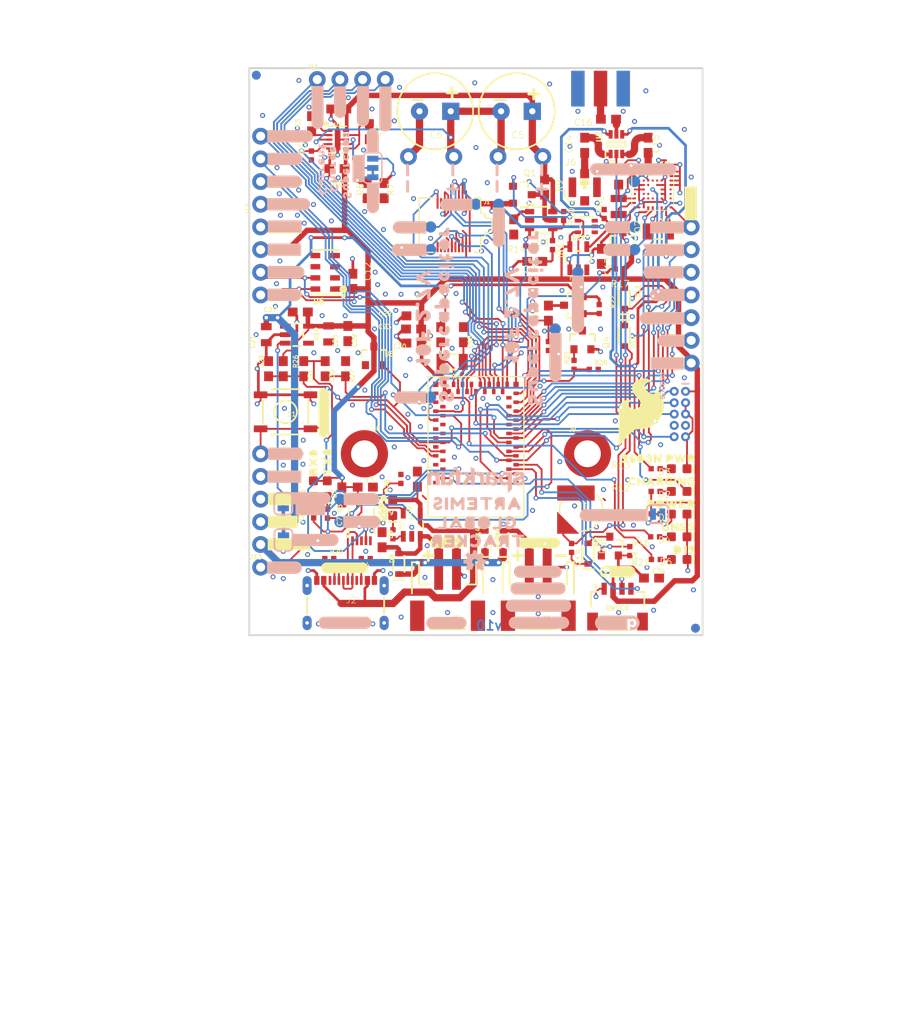
<source format=kicad_pcb>
(kicad_pcb (version 20211014) (generator pcbnew)
  (layers (0 "F.Cu" signal) (31 "B.Cu" signal) (34 "B.Paste" user) (35 "F.Paste" user) (36 "B.SilkS" user "B.Silkscreen") (37 "F.SilkS" user "F.Silkscreen") (38 "B.Mask" user) (39 "F.Mask" user) (44 "Edge.Cuts" user))
  (net 0 "")
  (net 1 "3.3V")
  (net 2 "GND")
  (net 3 "EXT_PWR")
  (net 4 "N$9")
  (net 5 "N$10")
  (net 6 "LTC3225_VOUT")
  (net 7 "N$11")
  (net 8 "N$1")
  (net 9 "N$2")
  (net 10 "N$4")
  (net 11 "N$5")
  (net 12 "N$6")
  (net 13 "N$8")
  (net 14 "N$12")
  (net 15 "N$13")
  (net 16 "N$14")
  (net 17 "N$15")
  (net 18 "N$16")
  (net 19 "N$17")
  (net 20 "V_BATT")
  (net 21 "N$18")
  (net 22 "N$19")
  (net 23 "N$20")
  (net 24 "N$25")
  (net 25 "N$26")
  (net 26 "N$27")
  (net 27 "3V3SW")
  (net 28 "GNSS")
  (net 29 "ANTENNA")
  (net 30 "IRIDIUM")
  (net 31 "N$28")
  (net 32 "N$29")
  (net 33 "N$30")
  (net 34 "N$21")
  (net 35 "ARTEMIS_SWDIO")
  (net 36 "ARTEMIS_~{RESET}")
  (net 37 "VIN")
  (net 38 "ARTEMIS_RX0")
  (net 39 "ARTEMIS_TX0")
  (net 40 "ARTEMIS_D7_MOSI")
  (net 41 "ARTEMIS_D6_MISO")
  (net 42 "ARTEMIS_D5_SCK")
  (net 43 "ARTEMIS_D33")
  (net 44 "ARTEMIS_SWDCK")
  (net 45 "ARTEMIS_BOOT")
  (net 46 "XTALO")
  (net 47 "XTALI")
  (net 48 "ARTEMIS_D35")
  (net 49 "ARTEMIS_D13")
  (net 50 "ARTEMIS_D19")
  (net 51 "ARTEMIS_D39_SCL4")
  (net 52 "ARTEMIS_D40_SDA4")
  (net 53 "ARTEMIS_D18")
  (net 54 "ARTEMIS_D25")
  (net 55 "ARTEMIS_D27")
  (net 56 "ARTEMIS_D4")
  (net 57 "N$35")
  (net 58 "ARTEMIS_~{RTS}")
  (net 59 "ARTEMIS_D8_SCL")
  (net 60 "ARTEMIS_D9_SDA")
  (net 61 "ARTEMIS_D10")
  (net 62 "ARTEMIS_D17")
  (net 63 "ARTEMIS_D22")
  (net 64 "ARTEMIS_D24")
  (net 65 "ARTEMIS_D26")
  (net 66 "ARTEMIS_D28")
  (net 67 "ARTEMIS_D41")
  (net 68 "ARTEMIS_D34")
  (net 69 "V_USB")
  (net 70 "N$39")
  (net 71 "N$40")
  (net 72 "N$41")
  (net 73 "V_AAA")
  (net 74 "VBUS")
  (net 75 "V_BCKP")
  (net 76 "N$24")
  (net 77 "D-2")
  (net 78 "D+2")
  (net 79 "CC3")
  (net 80 "CC4")
  (net 81 "N$36")
  (net 82 "N$37")
  (net 83 "N$46")
  (net 84 "N$47")
  (net 85 "N$22")
  (net 86 "N$32")
  (net 87 "N$3")
  (net 88 "N$23")
  (net 89 "N$31")
  (net 90 "N$33")
  (net 91 "N$7")
  (net 92 "ARTEMIS_D44")
  (net 93 "ARTEMIS_D42")
  (net 94 "ARTEMIS_D43")
  (net 95 "ARTEMIS_AD31")
  (net 96 "ARTEMIS_AD29")
  (net 97 "ARTEMIS_AD11")
  (net 98 "ARTEMIS_D15")
  (net 99 "ARTEMIS_AD12")
  (net 100 "ARTEMIS_AD32")
  (net 101 "ARTEMIS_D37")
  (footprint "boardEagle:0603" (layer "F.Cu") (at 152.7429 91.0336 -90)
    (fp_text reference "C10")
    (fp_text value "1.0uF" hide)
  )
  (footprint "boardEagle:0402-TIGHT" (layer "F.Cu") (at 158.3309 89.8144 -90)
    (fp_text reference "R10")
    (fp_text value "100" hide)
  )
  (footprint "boardEagle:JST-2-SMD" (layer "F.Cu") (at 155.4861 133.0706 180)
    (fp_text reference "J3")
    (fp_text value "")
  )
  (footprint "boardEagle:LED-0603" (layer "F.Cu") (at 171.2849 120.65)
    (fp_text reference "D2")
    (fp_text value "Yellow" hide)
  )
  (footprint "boardEagle:0402-TIGHT" (layer "F.Cu") (at 168.5925 125.73 180)
    (fp_text reference "R16")
    (fp_text value "1k" hide)
  )
  (footprint "boardEagle:#SCK#9696" (layer "F.Cu") (at 170.0911 98.6536)
    (fp_text reference "U$60" hide)
    (fp_text value "" hide)
  )
  (footprint "boardEagle:RX06" (layer "F.Cu") (at 130.302003 117.342919 90)
    (fp_text reference "U$16" hide)
    (fp_text value "" hide)
  )
  (footprint "boardEagle:QWIIC_4MM" (layer "F.Cu") (at 164.3634 129.661919)
    (fp_text reference "U$11" hide)
    (fp_text value "" hide)
  )
  (footprint "boardEagle:SOD-323" (layer "F.Cu") (at 151.5491 126.2126 90)
    (fp_text reference "D10")
    (fp_text value "0.5A/40V/420mV" hide)
  )
  (footprint "boardEagle:JST04_1MM_RA" (layer "F.Cu") (at 164.3761 131.5466)
    (fp_text reference "QWIIC0")
    (fp_text value "QWIIC_RA")
  )
  (footprint "boardEagle:0402-TIGHT" (layer "F.Cu") (at 154.5971 93.1672)
    (fp_text reference "R14")
    (fp_text value "10K" hide)
  )
  (footprint "boardEagle:#AD31#7" (layer "F.Cu") (at 127.34544 88.50376)
    (fp_text reference "U$24" hide)
    (fp_text value "" hide)
  )
  (footprint "boardEagle:0603" (layer "F.Cu") (at 126.9111 106.9086 90)
    (fp_text reference "R26")
    (fp_text value "100k" hide)
  )
  (footprint "boardEagle:#D43#43" (layer "F.Cu") (at 126.946659 83.421219)
    (fp_text reference "U$73" hide)
    (fp_text value "" hide)
  )
  (footprint "boardEagle:0603" (layer "F.Cu") (at 136.3091 86.9696 90)
    (fp_text reference "R6")
    (fp_text value "12k" hide)
  )
  (footprint "boardEagle:#_RST##156" (layer "F.Cu") (at 126.8857 116.4336)
    (fp_text reference "U$26" hide)
    (fp_text value "" hide)
  )
  (footprint "boardEagle:1X01_NO_SILK" (layer "F.Cu") (at 124.3711 116.4336)
    (fp_text reference "!RESET0" hide)
    (fp_text value "")
  )
  (footprint "boardEagle:D199607" (layer "F.Cu") (at 171.899581 127.180341)
    (fp_text reference "U$96" hide)
    (fp_text value "" hide)
  )
  (footprint "boardEagle:FIDUCIAL-1X2" (layer "F.Cu") (at 173.1137 135.9662)
    (fp_text reference "JP8" hide)
    (fp_text value "FIDUCIAL1X2" hide)
  )
  (footprint "boardEagle:STAND-OFF" (layer "F.Cu") (at 125.6411 75.7936)
    (fp_text reference "JP9" hide)
    (fp_text value "STAND-OFF" hide)
  )
  (footprint "boardEagle:0603" (layer "F.Cu") (at 133.8961 106.9086 -90)
    (fp_text reference "R27")
    (fp_text value "220k" hide)
  )
  (footprint "boardEagle:CRYSTAL-SMD-3.2X1.5MM" (layer "F.Cu") (at 168.9481 91.5416)
    (fp_text reference "X2")
    (fp_text value "32.768kHz" hide)
  )
  (footprint "boardEagle:0603" (layer "F.Cu") (at 156.6291 100.6856 -90)
    (fp_text reference "R24")
    (fp_text value "20k" hide)
  )
  (footprint "boardEagle:JST-2-SMD" (layer "F.Cu") (at 145.3261 133.0706 180)
    (fp_text reference "J5")
    (fp_text value "")
  )
  (footprint "boardEagle:0603" (layer "F.Cu") (at 163.3601 78.9686)
    (fp_text reference "C16")
    (fp_text value "100pF" hide)
  )
  (footprint "boardEagle:0402-TIGHT" (layer "F.Cu") (at 168.6433 118.11 180)
    (fp_text reference "R13")
    (fp_text value "2.0K" hide)
  )
  (footprint "boardEagle:#GND#152" (layer "F.Cu") (at 127.0381 118.999)
    (fp_text reference "U$77" hide)
    (fp_text value "" hide)
  )
  (footprint "boardEagle:TACTILE_SWITCH_SMD_5.2MM" (layer "F.Cu") (at 127.1651 111.7346)
    (fp_text reference "S1")
    (fp_text value "RESET" hide)
  )
  (footprint "boardEagle:0402-TIGHT" (layer "F.Cu") (at 136.1567 128.1684 180)
    (fp_text reference "R4")
    (fp_text value "5.1k" hide)
  )
  (footprint "boardEagle:ML414H_IV01E" (layer "F.Cu") (at 160.3121 122.682 180)
    (fp_text reference "B1")
    (fp_text value "ML414H_IV01E_BATTERY" hide)
  )
  (footprint "boardEagle:#CIPO#151" (layer "F.Cu") (at 169.6593 96.105982)
    (fp_text reference "U$89" hide)
    (fp_text value "" hide)
  )
  (footprint "boardEagle:#AD35#199609" (layer "F.Cu") (at 169.529759 101.2444)
    (fp_text reference "U$19" hide)
    (fp_text value "" hide)
  )
  (footprint "boardEagle:#SDA#153" (layer "F.Cu") (at 127.0635 96.1136)
    (fp_text reference "U$21" hide)
    (fp_text value "" hide)
  )
  (footprint "boardEagle:SOD-323" (layer "F.Cu") (at 149.5171 126.2126 90)
    (fp_text reference "D14")
    (fp_text value "0.5A/40V/420mV" hide)
  )
  (footprint "boardEagle:TX07" (layer "F.Cu") (at 131.871718 117.309904 90)
    (fp_text reference "U$18" hide)
    (fp_text value "" hide)
  )
  (footprint "boardEagle:#VBUS#159" (layer "F.Cu") (at 127.5461 126.5682)
    (fp_text reference "U$58" hide)
    (fp_text value "" hide)
  )
  (footprint "boardEagle:0805" (layer "F.Cu") (at 131.9911 103.014782 -90)
    (fp_text reference "C25")
    (fp_text value "22uF" hide)
  )
  (footprint "boardEagle:0402-TIGHT" (layer "F.Cu") (at 161.7091 106.9848)
    (fp_text reference "R30")
    (fp_text value "10K" hide)
  )
  (footprint "boardEagle:0603" (layer "F.Cu") (at 144.5641 103.0986 -90)
    (fp_text reference "C19")
    (fp_text value "15pF" hide)
  )
  (footprint "boardEagle:UBLOX_ZOE_M8-0-10" (layer "F.Cu") (at 168.3131 86.8426)
    (fp_text reference "U4")
    (fp_text value "u-blox_ZOE_M8Q-0-10" hide)
  )
  (footprint "boardEagle:#COPI#9694" (layer "F.Cu") (at 169.6847 93.5736)
    (fp_text reference "U$10" hide)
    (fp_text value "" hide)
  )
  (footprint "boardEagle:0603" (layer "F.Cu") (at 130.0861 79.4766 -90)
    (fp_text reference "C3")
    (fp_text value "1.0uF" hide)
  )
  (footprint "boardEagle:SOD-323" (layer "F.Cu") (at 165.1381 103.2256 -90)
    (fp_text reference "D12")
    (fp_text value "0.5A/40V/420mV" hide)
  )
  (footprint "boardEagle:#3V3#153" (layer "F.Cu") (at 170.0149 106.299)
    (fp_text reference "U$70" hide)
    (fp_text value "" hide)
  )
  (footprint "boardEagle:0603" (layer "F.Cu") (at 128.8161 100.5586 180)
    (fp_text reference "C27")
    (fp_text value "1.0uF" hide)
  )
  (footprint "boardEagle:#SCL#154" (layer "F.Cu") (at 126.9111 98.6536)
    (fp_text reference "U$22" hide)
    (fp_text value "" hide)
  )
  (footprint "boardEagle:SOT23-3" (layer "F.Cu") (at 153.6573 87.4268 -90)
    (fp_text reference "Q1")
    (fp_text value "5.8A/30V/35mΩ" hide)
  )
  (footprint "boardEagle:0806" (layer "F.Cu") (at 164.5031 88.7476 -90)
    (fp_text reference "L1")
    (fp_text value "2.2uH" hide)
  )
  (footprint "boardEagle:0402-TIGHT" (layer "F.Cu") (at 165.7477 127.3302 -90)
    (fp_text reference "R19")
    (fp_text value "10K")
  )
  (footprint "boardEagle:0603" (layer "F.Cu") (at 136.1059 120.1674)
    (fp_text reference "C1")
    (fp_text value "10nF" hide)
  )
  (footprint "boardEagle:0805" (layer "F.Cu") (at 125.0061 103.0986 -90)
    (fp_text reference "C21")
    (fp_text value "22uF" hide)
  )
  (footprint "boardEagle:SOT23-3" (layer "F.Cu") (at 159.4739 99.7966 90)
    (fp_text reference "Q3")
    (fp_text value "20V/4.2A/52mΩ/1.4W" hide)
  )
  (footprint "boardEagle:SOT23-3" (layer "F.Cu") (at 137.0711 105.5116)
    (fp_text reference "U8")
    (fp_text value "V_SUPERVISOR_BD48K24G_2.4V" hide)
  )
  (footprint "boardEagle:SOT23-3" (layer "F.Cu") (at 164.983162 92.7354)
    (fp_text reference "Q2")
    (fp_text value "20V/4.2A/52mΩ/1.4W" hide)
  )
  (footprint "boardEagle:FIDUCIAL-1X2" (layer "F.Cu") (at 123.8885 74.041)
    (fp_text reference "JP14" hide)
    (fp_text value "FIDUCIAL1X2" hide)
  )
  (footprint "boardEagle:0402-TIGHT" (layer "F.Cu") (at 168.6433 123.1646 180)
    (fp_text reference "R1")
    (fp_text value "330" hide)
  )
  (footprint "boardEagle:LED-0603" (layer "F.Cu") (at 131.8387 120.3452 -90)
    (fp_text reference "D7")
    (fp_text value "GREEN" hide)
  )
  (footprint "boardEagle:0603" (layer "F.Cu") (at 141.5669 100.9904 180)
    (fp_text reference "C22")
    (fp_text value "10uF" hide)
  )
  (footprint "boardEagle:0402-TIGHT" (layer "F.Cu") (at 139.2047 125.4506 90)
    (fp_text reference "R29")
    (fp_text value "1k" hide)
  )
  (footprint "boardEagle:0603" (layer "F.Cu") (at 156.1973 86.5632 90)
    (fp_text reference "R9")
    (fp_text value "0.015ohm")
  )
  (footprint "boardEagle:0603" (layer "F.Cu") (at 134.7089 97.1296 90)
    (fp_text reference "C12")
    (fp_text value "0.22uF" hide)
  )
  (footprint "boardEagle:TSOT6" (layer "F.Cu") (at 155.8163 90.2716 -90)
    (fp_text reference "U3")
    (fp_text value "ADM4210_1TSOT6" hide)
  )
  (footprint "boardEagle:0603" (layer "F.Cu") (at 133.476996 121.043697 -90)
    (fp_text reference "C7")
    (fp_text value "0.1uF" hide)
  )
  (footprint "boardEagle:1X04_NO_SILK" (layer "F.Cu") (at 124.3711 91.0336 -90)
    (fp_text reference "I2C0" hide)
    (fp_text value "PTH" hide)
  )
  (footprint "boardEagle:LED-0603" (layer "F.Cu") (at 171.2849 125.73)
    (fp_text reference "D4")
    (fp_text value "BLUE" hide)
  )
  (footprint "boardEagle:LED-0603" (layer "F.Cu") (at 171.2849 128.27)
    (fp_text reference "D6")
    (fp_text value "WHITE" hide)
  )
  (footprint "boardEagle:0603" (layer "F.Cu") (at 141.5669 104.0384)
    (fp_text reference "C20")
    (fp_text value "0.1uF" hide)
  )
  (footprint "boardEagle:IRIDIUM_9603N" (layer "F.Cu") (at 146.0043 90.8336)
    (fp_text reference "J1")
    (fp_text value "IRIDIUM_9603N" hide)
  )
  (footprint "boardEagle:SOT65P220X100-6N" (layer "F.Cu") (at 164.2491 81.7626 90)
    (fp_text reference "U5")
    (fp_text value "AS179-92LF" hide)
  )
  (footprint "boardEagle:#D42#32" (layer "F.Cu") (at 126.8984 85.961219)
    (fp_text reference "U$71" hide)
    (fp_text value "" hide)
  )
  (footprint "boardEagle:DFN300X200-10L" (layer "F.Cu") (at 133.0071 81.2546)
    (fp_text reference "U2")
    (fp_text value "LTC3225EDDB" hide)
  )
  (footprint "boardEagle:SOT23-5" (layer "F.Cu") (at 141.3129 124.3838)
    (fp_text reference "U9")
    (fp_text value "MCP73831" hide)
  )
  (footprint "boardEagle:#GND#152" (layer "F.Cu") (at 127.0889 91.0844)
    (fp_text reference "U$76" hide)
    (fp_text value "" hide)
  )
  (footprint "boardEagle:STAND-OFF" (layer "F.Cu") (at 171.3611 134.2136)
    (fp_text reference "JP12" hide)
    (fp_text value "STAND-OFF" hide)
  )
  (footprint "boardEagle:ARTEMIS_FP" (layer "F.Cu") (at 148.5011 115.1636 -90)
    (fp_text reference "U7" hide)
    (fp_text value "ARTEMIS_MODULESMD" hide)
  )
  (footprint "boardEagle:0603" (layer "F.Cu") (at 131.6101 106.9086 -90)
    (fp_text reference "C30")
    (fp_text value "0.1uF" hide)
  )
  (footprint "boardEagle:1X01_NO_SILK" (layer "F.Cu") (at 150.9776 83.1596)
    (fp_text reference "SC1-0" hide)
    (fp_text value "")
  )
  (footprint "boardEagle:LED-0603" (layer "F.Cu") (at 139.1793 122.4788 -90)
    (fp_text reference "D9")
    (fp_text value "Yellow" hide)
  )
  (footprint "boardEagle:1X04_NO_SILK" (layer "F.Cu") (at 130.7211 74.5236)
    (fp_text reference "J11")
    (fp_text value "")
  )
  (footprint "boardEagle:#USB#C#161" (layer "F.Cu") (at 133.7691 129.2098)
    (fp_text reference "U$56" hide)
    (fp_text value "" hide)
  )
  (footprint "boardEagle:1X01_NO_SILK" (layer "F.Cu") (at 155.9941 83.1596)
    (fp_text reference "SC1+0" hide)
    (fp_text value "")
  )
  (footprint "boardEagle:1X02_NO_SILK" (layer "F.Cu") (at 124.3711 124.0536 -90)
    (fp_text reference "J4" hide)
    (fp_text value "")
  )
  (footprint "boardEagle:1X01_NO_SILK" (layer "F.Cu") (at 124.3711 129.1336)
    (fp_text reference "J13")
    (fp_text value "")
  )
  (footprint "boardEagle:#VIN#158" (layer "F.Cu") (at 126.8603 124.0536)
    (fp_text reference "U$7" hide)
    (fp_text value "" hide)
  )
  (footprint "boardEagle:1X01_NO_SILK" (layer "F.Cu") (at 124.3711 118.9736)
    (fp_text reference "GND0" hide)
    (fp_text value "")
  )
  (footprint "boardEagle:#A32#44" (layer "F.Cu") (at 126.9873 80.893919)
    (fp_text reference "U$79" hide)
    (fp_text value "" hide)
  )
  (footprint "boardEagle:#EN#157" (layer "F.Cu") (at 126.5301 121.5136)
    (fp_text reference "U$27" hide)
    (fp_text value "" hide)
  )
  (footprint "boardEagle:0603" (layer "F.Cu") (at 134.1501 102.9716 -90)
    (fp_text reference "C28")
    (fp_text value "0.1uF" hide)
  )
  (footprint "boardEagle:#SOLAR#165" (layer "F.Cu") (at 155.5877 126.4158)
    (fp_text reference "U$45" hide)
    (fp_text value "" hide)
  )
  (footprint "boardEagle:0603" (layer "F.Cu") (at 167.8051 81.8896 -90)
    (fp_text reference "C15")
    (fp_text value "100pF" hide)
  )
  (footprint "boardEagle:0402-TIGHT" (layer "F.Cu") (at 131.8641 123.1392 90)
    (fp_text reference "R3")
    (fp_text value "1k" hide)
  )
  (footprint "boardEagle:LED-0603" (layer "F.Cu") (at 171.2849 123.19)
    (fp_text reference "D1")
    (fp_text value "GREEN" hide)
  )
  (footprint "boardEagle:0402-TIGHT" (layer "F.Cu") (at 132.0673 128.1684)
    (fp_text reference "R20")
    (fp_text value "5.1k" hide)
  )
  (footprint "boardEagle:SOT23-3" (layer "F.Cu") (at 163.5125 126.8222)
    (fp_text reference "Q6")
    (fp_text value "20V/4.2A/52mΩ/1.4W")
  )
  (footprint "boardEagle:0402-TIGHT" (layer "F.Cu") (at 162.8775 89.5858 90)
    (fp_text reference "R31")
    (fp_text value "20k")
  )
  (footprint "boardEagle:SOT23-5" (layer "F.Cu") (at 128.4351 103.0986 -90)
    (fp_text reference "U10")
    (fp_text value "3.3V")
  )
  (footprint "boardEagle:0603" (layer "F.Cu") (at 160.6931 81.8896 -90)
    (fp_text reference "C14")
    (fp_text value "100pF" hide)
  )
  (footprint "boardEagle:LED-0603" (layer "F.Cu") (at 171.2849 118.11)
    (fp_text reference "D3")
    (fp_text value "RED" hide)
  )
  (footprint "boardEagle:U.FL" (layer "F.Cu") (at 160.6931 86.5886 90)
    (fp_text reference "J6")
    (fp_text value "U.FL")
  )
  (footprint "boardEagle:0402-TIGHT" (layer "F.Cu") (at 130.0607 83.0326 90)
    (fp_text reference "R5")
    (fp_text value "10K" hide)
  )
  (footprint "boardEagle:CPOL-RADIAL-1F-2.7V" (layer "F.Cu") (at 153.0731 78.0796)
    (fp_text reference "C5")
    (fp_text value "1F 2.7V" hide)
  )
  (footprint "boardEagle:0402-TIGHT" (layer "F.Cu") (at 156.6291 104.3686 -90)
    (fp_text reference "R23")
    (fp_text value "10K" hide)
  )
  (footprint "boardEagle:CPOL-RADIAL-1F-2.7V" (layer "F.Cu") (at 143.9291 78.0796)
    (fp_text reference "C6")
    (fp_text value "1F 2.7V" hide)
  )
  (footprint "boardEagle:STAND-OFF" (layer "F.Cu") (at 125.6411 134.2136)
    (fp_text reference "JP11" hide)
    (fp_text value "STAND-OFF" hide)
  )
  (footprint "boardEagle:#D37#152" (layer "F.Cu") (at 126.873 129.1844)
    (fp_text reference "U$72" hide)
    (fp_text value "" hide)
  )
  (footprint "boardEagle:0402-TIGHT" (layer "F.Cu") (at 168.6433 120.65 180)
    (fp_text reference "R12")
    (fp_text value "1k" hide)
  )
  (footprint "boardEagle:SFE_LOGO_FLAME_.3" (layer "F.Cu") (at 167.050721 111.826038)
    (fp_text reference "LOGO2" hide)
    (fp_text value "SFE_LOGO_FLAME.3_INCH" hide)
  )
  (footprint "boardEagle:USB-C-16P-2LAYER-PADS" (layer "F.Cu") (at 133.8961 130.2766)
    (fp_text reference "J2")
    (fp_text value "USB-C")
  )
  (footprint "boardEagle:STAND-OFF-REFLOW-M2.0" (layer "F.Cu") (at 136.0043 116.4336)
    (fp_text reference "J8")
    (fp_text value "STAND-OFF-REFLOW-M2.0_6.0MM_TALL" hide)
  )
  (footprint "boardEagle:0603" (layer "F.Cu") (at 162.567618 94.330519 -90)
    (fp_text reference "C13")
    (fp_text value "0.1uF" hide)
  )
  (footprint "boardEagle:0603" (layer "F.Cu") (at 155.1051 94.8944 180)
    (fp_text reference "C9")
    (fp_text value "10nF" hide)
  )
  (footprint "boardEagle:0603" (layer "F.Cu") (at 164.5031 85.4456 90)
    (fp_text reference "C11")
    (fp_text value "4.7uF" hide)
  )
  (footprint "boardEagle:STAND-OFF-REFLOW-M2.0" (layer "F.Cu") (at 161.0043 116.4336)
    (fp_text reference "J9")
    (fp_text value "STAND-OFF-REFLOW-M2.0_6.0MM_TALL" hide)
  )
  (footprint "boardEagle:0603" (layer "F.Cu") (at 137.9855 126.0602 90)
    (fp_text reference "C8")
    (fp_text value "4.7uF" hide)
  )
  (footprint "boardEagle:0603" (layer "F.Cu") (at 132.9309 84.5058)
    (fp_text reference "R8")
    (fp_text value "100k" hide)
  )
  (footprint "boardEagle:0603" (layer "F.Cu") (at 129.1971 106.9086 -90)
    (fp_text reference "C31")
    (fp_text value "0.1uF" hide)
  )
  (footprint "boardEagle:MS8607-02BA01" (layer "F.Cu") (at 131.6101 96.1136 180)
    (fp_text reference "U6")
    (fp_text value "MS8607-02BA01" hide)
  )
  (footprint "boardEagle:0402-TIGHT" (layer "F.Cu") (at 168.6687 128.27 180)
    (fp_text reference "R21")
    (fp_text value "1k" hide)
  )
  (footprint "boardEagle:STAND-OFF" (layer "F.Cu") (at 171.3611 75.7936)
    (fp_text reference "JP10" hide)
    (fp_text value "STAND-OFF" hide)
  )
  (footprint "boardEagle:0402-TIGHT" (layer "F.Cu") (at 159.4993 106.4768 90)
    (fp_text reference "R25")
    (fp_text value "1k" hide)
  )
  (footprint "boardEagle:#D4#5" (layer "F.Cu") (at 170.555918 103.748841)
    (fp_text reference "U$63" hide)
    (fp_text value "" hide)
  )
  (footprint "boardEagle:1X01_NO_SILK" (layer "F.Cu") (at 146.0246 83.1596)
    (fp_text reference "SC2+0" hide)
    (fp_text value "")
  )
  (footprint "boardEagle:MSOP10" (layer "F.Cu") (at 135.6741 123.9266 90)
    (fp_text reference "U1")
    (fp_text value "CH340E_MSOP10" hide)
  )
  (footprint "boardEagle:SMA-EDGE" (layer "F.Cu") (at 162.4711 75.5396)
    (fp_text reference "J7" hide)
    (fp_text value "ANTENNA-GROUNDEDEDGE_SMA" hide)
  )
  (footprint "boardEagle:0603" (layer "F.Cu") (at 133.1341 77.8256 180)
    (fp_text reference "C4")
    (fp_text value "0.22uF" hide)
  )
  (footprint "boardEagle:1X07_NO_SILK" (layer "F.Cu") (at 172.6311 91.0336 -90)
    (fp_text reference "SPI0" hide)
    (fp_text value "")
  )
  (footprint "boardEagle:#LIPO#164" (layer "F.Cu") (at 145.3261 126.3904)
    (fp_text reference "U$46" hide)
    (fp_text value "" hide)
  )
  (footprint "boardEagle:0402-TIGHT" (layer "F.Cu") (at 140.0937 119.253 -90)
    (fp_text reference "R28")
    (fp_text value "2.0K" hide)
  )
  (footprint "boardEagle:CRYSTAL-SMD-3.2X1.5MM" (layer "F.Cu") (at 145.8341 106.1466)
    (fp_text reference "X1")
    (fp_text value "32.768kHz" hide)
  )
  (footprint "boardEagle:#3V3#153" (layer "F.Cu") (at 127.0635 93.5736)
    (fp_text reference "U$17" hide)
    (fp_text value "" hide)
  )
  (footprint "boardEagle:1X01_NO_SILK" (layer "F.Cu") (at 140.9446 83.1596)
    (fp_text reference "SC2-0" hide)
    (fp_text value "")
  )
  (footprint "boardEagle:SOD-323" (layer "F.Cu") (at 139.8651 128.7526 90)
    (fp_text reference "D8")
    (fp_text value "0.5A/40V/420mV")
  )
  (footprint "boardEagle:SOT353" (layer "F.Cu") (at 160.8709 90.9828 90)
    (fp_text reference "U11")
    (fp_text value "74LVC1G04SE")
  )
  (footprint "boardEagle:0402-TIGHT" (layer "F.Cu") (at 164.6301 95.7326)
    (fp_text reference "R17")
    (fp_text value "10K" hide)
  )
  (footprint "boardEagle:LED-0603" (layer "F.Cu") (at 130.2893 120.3452 -90)
    (fp_text reference "D13")
    (fp_text value "Yellow" hide)
  )
  (footprint "boardEagle:0603" (layer "F.Cu") (at 141.5161 102.4636 180)
    (fp_text reference "C23")
    (fp_text value "1.0uF" hide)
  )
  (footprint "boardEagle:SOD-323" (layer "F.Cu") (at 161.0741 127.6096 90)
    (fp_text reference "D5")
    (fp_text value "0.5A/40V/420mV" hide)
  )
  (footprint "boardEagle:0603" (layer "F.Cu") (at 138.2141 86.9696 -90)
    (fp_text reference "R7")
    (fp_text value "30.1k" hide)
  )
  (footprint "boardEagle:GNSS9606" (layer "F.Cu") (at 171.201081 124.630179)
    (fp_text reference "U$95" hide)
    (fp_text value "" hide)
  )
  (footprint "boardEagle:0603" (layer "F.Cu") (at 141.9479 119.2784 90)
    (fp_text reference "C17")
    (fp_text value "4.7uF" hide)
  )
  (footprint "boardEagle:0402-TIGHT" (layer "F.Cu") (at 157.0863 93.0656 -90)
    (fp_text reference "R11")
    (fp_text value "100" hide)
  )
  (footprint "boardEagle:DUMMY" (layer "F.Cu") (at 115.4811 177.3936)
    (fp_text reference "FRAME3" hide)
    (fp_text value "FRAME-LETTERNO_PACKAGE" hide)
  )
  (footprint "boardEagle:0402-TIGHT" (layer "F.Cu") (at 162.3187 100.2284 90)
    (fp_text reference "R22")
    (fp_text value "10K" hide)
  )
  (footprint "boardEagle:0402-TIGHT" (layer "F.Cu") (at 159.2199 126.9746 -90)
    (fp_text reference "R15")
    (fp_text value "3.3K" hide)
  )
  (footprint "boardEagle:1X04_NO_SILK" (layer "F.Cu") (at 124.3711 88.4936 90)
    (fp_text reference "J10")
    (fp_text value "")
  )
  (footprint "boardEagle:0603" (layer "F.Cu") (at 168.1861 130.3528)
    (fp_text reference "C24")
    (fp_text value "1.0uF" hide)
  )
  (footprint "boardEagle:SOD-323" (layer "F.Cu") (at 165.1381 99.0346 90)
    (fp_text reference "D11")
    (fp_text value "0.5A/40V/420mV" hide)
  )
  (footprint "boardEagle:#RESET#162" (layer "F.Cu") (at 131.4577 111.8616 90)
    (fp_text reference "U$44" hide)
    (fp_text value "" hide)
  )
  (footprint "boardEagle:LIPO5" (layer "F.Cu") (at 138.043921 122.45086 90)
    (fp_text reference "U$12" hide)
    (fp_text value "" hide)
  )
  (footprint "boardEagle:0603" (layer "F.Cu") (at 125.2601 106.9086 90)
    (fp_text reference "C29")
    (fp_text value "1nF" hide)
  )
  (footprint "boardEagle:#GND#152" (layer "F.Cu") (at 172.5803 88.392 -90)
    (fp_text reference "U$78" hide)
    (fp_text value "" hide)
  )
  (footprint "boardEagle:0603" (layer "F.Cu") (at 147.1041 103.0986 -90)
    (fp_text reference "C18")
    (fp_text value "15pF" hide)
  )
  (footprint "boardEagle:CREATIVE_COMMONS" (layer "F.Cu") (at 115.4811 177.3936)
    (fp_text reference "FRAME5" hide)
    (fp_text value "FRAME-LEDGER" hide)
  )
  (footprint "boardEagle:1X01_NO_SILK" (layer "F.Cu") (at 124.3711 121.5136)
    (fp_text reference "EN0" hide)
    (fp_text value "")
  )
  (footprint "boardEagle:0402-TIGHT" (layer "F.Cu") (at 130.3147 123.1138 90)
    (fp_text reference "R2")
    (fp_text value "1k" hide)
  )
  (footprint "boardEagle:9603N_PWR40" (layer "F.Cu") (at 168.978581 116.97716)
    (fp_text reference "U$93" hide)
    (fp_text value "" hide)
  )
  (footprint "boardEagle:SOT23-5" (layer "F.Cu") (at 159.9819 94.5388)
    (fp_text reference "U12")
    (fp_text value "74LVC1G08W5-7")
  )
  (footprint "boardEagle:CHARGING9604" (layer "F.Cu") (at 169.362118 119.534941)
    (fp_text reference "U$9" hide)
    (fp_text value "" hide)
  )
  (footprint "boardEagle:POWER9605" (layer "F.Cu") (at 170.413681 122.0724)
    (fp_text reference "U$94" hide)
    (fp_text value "" hide)
  )
  (footprint "boardEagle:SOT23-3" (layer "F.Cu") (at 160.4391 103.7336)
    (fp_text reference "Q4")
    (fp_text value "600mA/40V" hide)
  )
  (footprint "boardEagle:0603" (layer "F.Cu") (at 136.5631 80.3656 -90)
    (fp_text reference "C2")
    (fp_text value "2.2uF" hide)
  )
  (footprint "boardEagle:SUPERCAPACITOR151" (layer "B.Cu") (at 145.1737 100.7618 90)
    (fp_text reference "U$13" hide)
    (fp_text value "" hide)
  )
  (footprint "boardEagle:#D41#0" (layer "B.Cu") (at 141.2875 110.1344 180)
    (fp_text reference "U$41" hide)
    (fp_text value "" hide)
  )
  (footprint "boardEagle:PAD.03X.05" (layer "B.Cu") (at 143.4211 93.5736 180)
    (fp_text reference "TX1" hide)
    (fp_text value "TEST-POINT3X5" hide)
  )
  (footprint "boardEagle:PAD.03X.05" (layer "B.Cu") (at 133.2611 124.0536 180)
    (fp_text reference "TX0" hide)
    (fp_text value "TEST-POINT3X5" hide)
  )
  (footprint "boardEagle:#TX#0" (layer "B.Cu") (at 164.4523 93.599 180)
    (fp_text reference "U$39" hide)
    (fp_text value "" hide)
  )
  (footprint "boardEagle:#RX1#0" (layer "B.Cu") (at 141.2367 91.0844 180)
    (fp_text reference "U$38" hide)
    (fp_text value "" hide)
  )
  (footprint "boardEagle:#AD11#151" (layer "B.Cu") (at 135.84174 77.3557 90)
    (fp_text reference "U$87" hide)
    (fp_text value "" hide)
  )
  (footprint "boardEagle:#SOLAR#0" (layer "B.Cu") (at 155.4353 129.6416 180)
    (fp_text reference "U$55" hide)
    (fp_text value "" hide)
  )
  (footprint "boardEagle:PAD.03X.05" (layer "B.Cu") (at 151.0411 88.4936 180)
    (fp_text reference "UNK5V3" hide)
    (fp_text value "TEST-POINT3X5" hide)
  )
  (footprint "boardEagle:SMT-JUMPER_2_NC_TRACE_SILK" (layer "B.Cu") (at 168.8719 123.19 180)
    (fp_text reference "JP2" hide)
    (fp_text value "JUMPER-SMT_2_NC_TRACE_SILK" hide)
  )
  (footprint "boardEagle:#GND#0" (layer "B.Cu") (at 169.9133 91.0844 180)
    (fp_text reference "U$20" hide)
    (fp_text value "" hide)
  )
  (footprint "boardEagle:#6V_MAX#0" (layer "B.Cu") (at 155.5623 135.3566 180)
    (fp_text reference "U$66" hide)
    (fp_text value "" hide)
  )
  (footprint "boardEagle:#_EN_#0" (layer "B.Cu") (at 129.9591 122.6312 180)
    (fp_text reference "U$54" hide)
    (fp_text value "" hide)
  )
  (footprint "boardEagle:PAD.03X.05" (layer "B.Cu") (at 133.2611 121.5136 180)
    (fp_text reference "RX0" hide)
    (fp_text value "TEST-POINT3X5" hide)
  )
  (footprint "boardEagle:10F_2#7V152" (layer "B.Cu") (at 142.5829 101.1174 90)
    (fp_text reference "U$15" hide)
    (fp_text value "" hide)
  )
  (footprint "boardEagle:#RX#0" (layer "B.Cu") (at 164.5031 91.059 180)
    (fp_text reference "U$37" hide)
    (fp_text value "" hide)
  )
  (footprint "boardEagle:CHARGE8" (layer "B.Cu") (at 132.595618 84.475319 90)
    (fp_text reference "U$67" hide)
    (fp_text value "" hide)
  )
  (footprint "boardEagle:#VIN#3#0" (layer "B.Cu") (at 157.4165 105.4608 90)
    (fp_text reference "U$28" hide)
    (fp_text value "" hide)
  )
  (footprint "boardEagle:#TX1#0" (layer "B.Cu") (at 141.1859 93.599 180)
    (fp_text reference "U$35" hide)
    (fp_text value "" hide)
  )
  (footprint "boardEagle:10F_2#7V152" (layer "B.Cu") (at 152.5143 100.8126 90)
    (fp_text reference "U$14" hide)
    (fp_text value "" hide)
  )
  (footprint "boardEagle:SMT-JUMPER_2_NC_TRACE_SILK" (layer "B.Cu") (at 126.9111 122.0216 90)
    (fp_text reference "UNK3V3EN0" hide)
    (fp_text value "JUMPER-SMT_2_NC_TRACE_SILK")
  )
  (footprint "boardEagle:SUPERCAPS6" (layer "B.Cu") (at 134.068818 84.068919 90)
    (fp_text reference "U$31" hide)
    (fp_text value "" hide)
  )
  (footprint "boardEagle:TRACKER0" (layer "B.Cu") (at 148.6281 126.2126 180)
    (fp_text reference "U$52" hide)
    (fp_text value "" hide)
  )
  (footprint "boardEagle:PAD.03X.05" (layer "B.Cu") (at 166.2811 85.9536 180)
    (fp_text reference "SAFEBOOT0" hide)
    (fp_text value "TEST-POINT3X5" hide)
  )
  (footprint "boardEagle:#60#46" (layer "B.Cu") (at 136.92124 81.55686 90)
    (fp_text reference "U$81" hide)
    (fp_text value "" hide)
  )
  (footprint "boardEagle:SMT-JUMPER_3_1-NC_TRACE_SILK" (layer "B.Cu") (at 136.9441 84.4296 -90)
    (fp_text reference "JP1" hide)
    (fp_text value "JUMPER-SMT_3_1-NC_TRACE_SILK")
  )
  (footprint "boardEagle:ARTEMIS0" (layer "B.Cu") (at 148.5011 122.0216 180)
    (fp_text reference "U$30" hide)
    (fp_text value "" hide)
  )
  (footprint "boardEagle:GLOBAL0" (layer "B.Cu") (at 148.5011 124.1806 180)
    (fp_text reference "U$51" hide)
    (fp_text value "" hide)
  )
  (footprint "boardEagle:#GND#38" (layer "B.Cu") (at 127.035559 118.999 180)
    (fp_text reference "U$91" hide)
    (fp_text value "" hide)
  )
  (footprint "boardEagle:#SCK#199608" (layer "B.Cu") (at 170.0911 98.6536 180)
    (fp_text reference "U$2" hide)
    (fp_text value "" hide)
  )
  (footprint "boardEagle:OSHW-LOGO-MINI" (layer "B.Cu") (at 148.3741 128.4986 180)
    (fp_text reference "LOGO4" hide)
    (fp_text value "OSHW-LOGOMINI" hide)
  )
  (footprint "boardEagle:SMT-JUMPER_2_NC_TRACE_SILK" (layer "B.Cu") (at 126.9365 126.0856 90)
    (fp_text reference "MEAS0" hide)
    (fp_text value "JUMPER-SMT_2_NC_TRACE_SILK")
  )
  (footprint "boardEagle:#AD31#151" (layer "B.Cu") (at 127.347981 88.4936 180)
    (fp_text reference "U$84" hide)
    (fp_text value "" hide)
  )
  (footprint "boardEagle:#AD32#152" (layer "B.Cu") (at 127.515618 80.876141 180)
    (fp_text reference "U$59" hide)
    (fp_text value "" hide)
  )
  (footprint "boardEagle:CURRENT9" (layer "B.Cu") (at 131.325618 84.526119 90)
    (fp_text reference "U$69" hide)
    (fp_text value "" hide)
  )
  (footprint "boardEagle:#3_X_AAA#0" (layer "B.Cu") (at 155.5115 133.4516 180)
    (fp_text reference "U$65" hide)
    (fp_text value "" hide)
  )
  (footprint "boardEagle:#5#3V#0" (layer "B.Cu") (at 151.0665 90.9066 90)
    (fp_text reference "U$40" hide)
    (fp_text value "" hide)
  )
  (footprint "boardEagle:#PWR_LED#0" (layer "B.Cu") (at 164.0967 123.317 180)
    (fp_text reference "U$61" hide)
    (fp_text value "" hide)
  )
  (footprint "boardEagle:2X5-PTH-1.27MM-NO_SILK" (layer "B.Cu") (at 171.3611 111.9886 -90)
    (fp_text reference "DEBUG0")
    (fp_text value "CORTEX_DEBUG" hide)
  )
  (footprint "boardEagle:#SAFEBOOT#0" (layer "B.Cu") (at 166.1287 84.582 180)
    (fp_text reference "U$33" hide)
    (fp_text value "" hide)
  )
  (footprint "boardEagle:PAD.03X.05" (layer "B.Cu") (at 143.4211 91.0336 180)
    (fp_text reference "RX1" hide)
    (fp_text value "TEST-POINT3X5" hide)
  )
  (footprint "boardEagle:PAD.03X.05" (layer "B.Cu") (at 148.5011 88.4936 180)
    (fp_text reference "D17" hide)
    (fp_text value "" hide)
  )
  (footprint "boardEagle:#3V3#0" (layer "B.Cu") (at 127.0381 93.5736 180)
    (fp_text reference "U$3" hide)
    (fp_text value "" hide)
  )
  (footprint "boardEagle:#3V3_#0" (layer "B.Cu") (at 129.8321 121.412 180)
    (fp_text reference "U$48" hide)
    (fp_text value "" hide)
  )
  (footprint "boardEagle:#GND#0" (layer "B.Cu") (at 127.0889 90.9828 180)
    (fp_text reference "U$36" hide)
    (fp_text value "" hide)
  )
  (footprint "boardEagle:#AD29#151" (layer "B.Cu") (at 138.358881 77.652882 90)
    (fp_text reference "U$88" hide)
    (fp_text value "" hide)
  )
  (footprint "boardEagle:PAD.03X.05" (layer "B.Cu") (at 166.2811 91.0336 180)
    (fp_text reference "GPS_RX0" hide)
    (fp_text value "TEST-POINT3X5" hide)
  )
  (footprint "boardEagle:PAD.03X.05" (layer "B.Cu") (at 143.4211 110.0836 180)
    (fp_text reference "D41" hide)
    (fp_text value "" hide)
  )
  (footprint "boardEagle:##RST##39" (layer "B.Cu") (at 127.045718 116.428519 180)
    (fp_text reference "U$92" hide)
    (fp_text value "" hide)
  )
  (footprint "boardEagle:#LIPO#0" (layer "B.Cu") (at 145.1991 135.382 180)
    (fp_text reference "U$53" hide)
    (fp_text value "" hide)
  )
  (footprint "boardEagle:#150#61" (layer "B.Cu") (at 136.9568 87.596982 90)
    (fp_text reference "U$74" hide)
    (fp_text value "" hide)
  )
  (footprint "boardEagle:#AD35#0" (layer "B.Cu") (at 169.529759 101.277419 180)
    (fp_text reference "U$29" hide)
    (fp_text value "" hide)
  )
  (footprint "boardEagle:#COPI#5" (layer "B.Cu") (at 169.6847 93.6244 180)
    (fp_text reference "U$75" hide)
    (fp_text value "" hide)
  )
  (footprint "boardEagle:#MEAS#0" (layer "B.Cu") (at 130.3147 126.0856 180)
    (fp_text reference "U$47" hide)
    (fp_text value "" hide)
  )
  (footprint "boardEagle:FIDUCIAL-1X2" (layer "B.Cu") (at 173.1137 135.9662 180)
    (fp_text reference "JP13" hide)
    (fp_text value "FIDUCIAL1X2" hide)
  )
  (footprint "boardEagle:#D17#0" (layer "B.Cu") (at 146.4691 88.5444 180)
    (fp_text reference "U$32" hide)
    (fp_text value "" hide)
  )
  (footprint "boardEagle:#USB#C#0" (layer "B.Cu") (at 133.8199 135.3566 180)
    (fp_text reference "U$5" hide)
    (fp_text value "" hide)
  )
  (footprint "boardEagle:#3_X_AA#0" (layer "B.Cu") (at 155.4607 131.5212 180)
    (fp_text reference "U$57" hide)
    (fp_text value "" hide)
  )
  (footprint "boardEagle:PAD.03X.05" (layer "B.Cu") (at 157.3911 102.4636 -90)
    (fp_text reference "VIN/3" hide)
    (fp_text value "TEST-POINT3X5" hide)
  )
  (footprint "boardEagle:QWIIC_5MM" (layer "B.Cu") (at 164.3761 135.3566 180)
    (fp_text reference "U$25" hide)
    (fp_text value "" hide)
  )
  (footprint "boardEagle:#SDA#0" (layer "B.Cu") (at 127.0381 96.0882 180)
    (fp_text reference "U$4" hide)
    (fp_text value "" hide)
  )
  (footprint "boardEagle:#SCL#0" (layer "B.Cu") (at 126.8857 98.6282 180)
    (fp_text reference "U$6" hide)
    (fp_text value "" hide)
  )
  (footprint "boardEagle:#MA#45" (layer "B.Cu") (at 135.361681 84.503263 90)
    (fp_text reference "U$80" hide)
    (fp_text value "" hide)
  )
  (footprint "boardEagle:#TX0#0" (layer "B.Cu") (at 135.5471 124.0536 180)
    (fp_text reference "U$34" hide)
    (fp_text value "" hide)
  )
  (footprint "boardEagle:#D37#0" (layer "B.Cu") (at 126.890781 129.192019 180)
    (fp_text reference "U$90" hide)
    (fp_text value "" hide)
  )
  (footprint "boardEagle:FIDUCIAL-1X2" (layer "B.Cu") (at 123.8885 74.041 180)
    (fp_text reference "JP7" hide)
    (fp_text value "FIDUCIAL1X2" hide)
  )
  (footprint "boardEagle:#RX0#0" (layer "B.Cu") (at 135.5217 121.5136 180)
    (fp_text reference "U$42" hide)
    (fp_text value "" hide)
  )
  (footprint "boardEagle:#D4#36" (layer "B.Cu") (at 170.517818 103.776782 180)
    (fp_text reference "U$50" hide)
    (fp_text value "" hide)
  )
  (footprint "boardEagle:SUPERCAPACITOR151" (layer "B.Cu") (at 155.1559 101.1682 90)
    (fp_text reference "U$1" hide)
    (fp_text value "" hide)
  )
  (footprint "boardEagle:#AD12#151" (layer "B.Cu") (at 130.7465 77.487782 90)
    (fp_text reference "U$85" hide)
    (fp_text value "" hide)
  )
  (footprint "boardEagle:#3V3#0" (layer "B.Cu") (at 169.9387 106.3244 180)
    (fp_text reference "U$43" hide)
    (fp_text value "" hide)
  )
  (footprint "boardEagle:PAD.03X.05" (layer "B.Cu") (at 166.2811 93.5736 180)
    (fp_text reference "GPS_TX0" hide)
    (fp_text value "TEST-POINT3X5" hide)
  )
  (footprint "boardEagle:#CIPO#2" (layer "B.Cu") (at 169.6593 96.1136 180)
    (fp_text reference "U$64" hide)
    (fp_text value "" hide)
  )
  (footprint "boardEagle:#D43#151" (layer "B.Cu") (at 126.946659 83.42376 180)
    (fp_text reference "U$82" hide)
    (fp_text value "" hide)
  )
  (footprint "boardEagle:SFE_LOGO_NAME_.1" (layer "B.Cu") (at 148.5011 119.3546 180)
    (fp_text reference "LOGO1" hide)
    (fp_text value "SFE_LOGO_NAME.1_INCH" hide)
  )
  (footprint "boardEagle:#D42#151" (layer "B.Cu") (at 126.903481 85.9663 180)
    (fp_text reference "U$83" hide)
    (fp_text value "" hide)
  )
  (footprint "boardEagle:#3V3SW#0" (layer "B.Cu") (at 159.9311 99.5172 90)
    (fp_text reference "U$8" hide)
    (fp_text value "" hide)
  )
  (footprint "boardEagle:PAD.03X.05" (layer "B.Cu") (at 159.9311 96.1136 180)
    (fp_text reference "UNK3V3SW0" hide)
    (fp_text value "" hide)
  )
  (footprint "boardEagle:#D15#151" (layer "B.Cu") (at 133.283959 76.888341 90)
    (fp_text reference "U$86" hide)
    (fp_text value "" hide)
  )
  (gr_circle (center 131.7371 79.4766) (end 131.8895 79.4766) (layer "F.SilkS") (width 0.3048) (fill none))
  (gr_line (start 173.9011 73.2536) (end 173.9011 136.7536) (layer "Edge.Cuts") (width 0.2032))
  (gr_line (start 123.1011 136.7536) (end 123.1011 73.2536) (layer "Edge.Cuts") (width 0.2032))
  (gr_line (start 123.1011 73.2536) (end 173.9011 73.2536) (layer "Edge.Cuts") (width 0.2032))
  (gr_line (start 173.9011 136.7536) (end 123.1011 136.7536) (layer "Edge.Cuts") (width 0.2032))
  (gr_text "v10" (at 149.9743 135.6614) (layer "B.Cu") (effects (font (size 1.0795 1.0795) (thickness 0.1905)) (justify mirror)))
  (gr_text "-" (at 140.08735 86.49335 -90) (layer "B.SilkS") (effects (font (size 1.45796 1.45796) (thickness 0.32004)) (justify bottom mirror)))
  (gr_text "+" (at 155.8671 87.5411) (layer "B.SilkS") (effects (font (size 1.45796 1.45796) (thickness 0.32004)) (justify bottom mirror)))
  (gr_text "-" (at 145.16735 84.65185 -90) (layer "B.SilkS") (effects (font (size 1.45796 1.45796) (thickness 0.32004)) (justify bottom mirror)))
  (gr_text "-" (at 150.12035 86.49335 -90) (layer "B.SilkS") (effects (font (size 1.45796 1.45796) (thickness 0.32004)) (justify bottom mirror)))
  (gr_text "-" (at 150.12035 84.65185 -90) (layer "B.SilkS") (effects (font (size 1.45796 1.45796) (thickness 0.32004)) (justify bottom mirror)))
  (gr_text "-" (at 155.13685 84.65185 -90) (layer "B.SilkS") (effects (font (size 1.45796 1.45796) (thickness 0.32004)) (justify bottom mirror)))
  (gr_text "+" (at 145.8976 87.5411) (layer "B.SilkS") (effects (font (size 1.45796 1.45796) (thickness 0.32004)) (justify bottom mirror)))
  (gr_text "-" (at 140.08735 84.65185 -90) (layer "B.SilkS") (effects (font (size 1.45796 1.45796) (thickness 0.32004)) (justify bottom mirror)))
  (gr_text "-" (at 158.0261 127.7366) (layer "F.SilkS") (effects (font (size 1.45796 1.45796) (thickness 0.32004))))
  (gr_text "+" (at 143.1671 127.7366) (layer "F.SilkS") (effects (font (size 1.45796 1.45796) (thickness 0.32004))))
  (gr_text "-" (at 147.8661 127.7366) (layer "F.SilkS") (effects (font (size 1.45796 1.45796) (thickness 0.32004))))
  (gr_text "+" (at 153.2001 127.7366) (layer "F.SilkS") (effects (font (size 1.45796 1.45796) (thickness 0.32004))))
  (gr_text "+" (at 145.8341 75.9206) (layer "F.SilkS") (effects (font (size 1.45796 1.45796) (thickness 0.32004))))
  (gr_text "+" (at 154.9781 76.0476) (layer "F.SilkS") (effects (font (size 1.45796 1.45796) (thickness 0.32004))))
  (segment (start 173.3169 121.8946) (end 173.3169 130.0988) (width 0.6096) (layer "F.Cu") (net 1))
  (segment (start 144.9959 108.6688) (end 145.0011 108.6636) (width 0.4064) (layer "F.Cu") (net 1))
  (segment (start 165.1245 96.8756) (end 165.1301 96.8756) (width 0.6096) (layer "F.Cu") (net 1))
  (segment (start 142.4169 104.0384) (end 142.4169 106.0822) (width 0.4064) (layer "F.Cu") (net 1))
  (segment (start 134.7089 97.9796) (end 132.7101 97.9796) (width 0.6096) (layer "F.Cu") (net 1))
  (segment (start 135.2677 120.948) (end 136.0403 120.948) (width 0.2032) (layer "F.Cu") (net 1))
  (segment (start 135.4201 79.8576) (end 135.7621 79.5156) (width 0.2032) (layer "F.Cu") (net 1))
  (segment (start 163.8761 129.7606) (end 164.4625 129.1742) (width 0.3048) (layer "F.Cu") (net 1))
  (segment (start 170.7769 130.6576) (end 168.4909 132.9436) (width 0.6096) (layer "F.Cu") (net 1))
  (segment (start 134.147559 91.41206) (end 133.7809 91.41206) (width 0.6096) (layer "F.Cu") (net 1))
  (segment (start 171.213778 104.427019) (end 171.213778 98.379279) (width 0.6096) (layer "F.Cu") (net 1))
  (segment (start 164.4625 129.1336) (end 164.4625 129.1742) (width 0.2032) (layer "F.Cu") (net 1))
  (segment (start 133.5151 119.126) (end 132.1809 119.126) (width 0.2032) (layer "F.Cu") (net 1))
  (segment (start 133.5151 120.155594) (end 133.476996 120.193697) (width 0.2032) (layer "F.Cu") (net 1))
  (segment (start 131.997918 102.1216) (end 131.9911 102.114782) (width 0.6096) (layer "F.Cu") (net 1))
  (segment (start 143.8783 107.5436) (end 144.5133 107.5436) (width 0.4064) (layer "F.Cu") (net 1))
  (segment (start 158.2547 96.8756) (end 145.0839 96.8756) (width 0.6096) (layer "F.Cu") (net 1))
  (segment (start 128.4605 104.4702) (end 128.4605 103.8352) (width 0.2032) (layer "F.Cu") (net 1))
  (segment (start 136.4234 102.7557) (end 136.4234 102.1216) (width 0.6096) (layer "F.Cu") (net 1))
  (segment (start 135.2559 120.1674) (end 135.2559 120.9362) (width 0.2032) (layer "F.Cu") (net 1))
  (segment (start 134.6741 121.0404) (end 134.7665 120.948) (width 0.2032) (layer "F.Cu") (net 1))
  (segment (start 158.4223 93.2387) (end 158.1023 93.5587) (width 0.254) (layer "F.Cu") (net 1))
  (segment (start 134.6741 121.6766) (end 134.6741 121.0404) (width 0.2032) (layer "F.Cu") (net 1))
  (segment (start 145.5011 109.4636) (end 144.9959 109.4636) (width 0.4064) (layer "F.Cu") (net 1))
  (segment (start 136.0403 120.948) (end 136.1741 121.0818) (width 0.2032) (layer "F.Cu") (net 1))
  (segment (start 131.970918 102.1486) (end 131.997918 102.1216) (width 0.508) (layer "F.Cu") (net 1))
  (segment (start 168.1433 121.8946) (end 168.1433 120.65) (width 0.2032) (layer "F.Cu") (net 1))
  (segment (start 164.4879 129.1082) (end 164.4625 129.0828) (width 0.3048) (layer "F.Cu") (net 1))
  (segment (start 129.7352 102.5605) (end 129.7352 102.1486) (width 0.2032) (layer "F.Cu") (net 1))
  (segment (start 135.4201 81.7626) (end 135.4201 80.7466) (width 0.2032) (layer "F.Cu") (net 1))
  (segment (start 134.7665 120.948) (end 135.2677 120.948) (width 0.2032) (layer "F.Cu") (net 1))
  (segment (start 172.6311 106.2736) (end 172.6311 105.844341) (width 0.6096) (layer "F.Cu") (net 1))
  (segment (start 136.4234 102.1216) (end 136.4234 99.5426) (width 0.6096) (layer "F.Cu") (net 1))
  (segment (start 135.2559 120.1674) (end 133.503293 120.1674) (width 0.2032) (layer "F.Cu") (net 1))
  (segment (start 133.7809 91.41206) (end 129.58064 91.41206) (width 0.6096) (layer "F.Cu") (net 1))
  (segment (start 159.4081 91.6328) (end 159.9209 91.6328) (width 0.254) (layer "F.Cu") (net 1))
  (segment (start 142.4169 106.0822) (end 143.8783 107.5436) (width 0.4064) (layer "F.Cu") (net 1))
  (segment (start 126.9111 106.0586) (end 126.9111 105.2576) (width 0.2032) (layer "F.Cu") (net 1))
  (segment (start 133.7809 84.5058) (end 133.7809 91.41206) (width 0.6096) (layer "F.Cu") (net 1))
  (segment (start 136.415778 97.9796) (end 136.415778 99.5426) (width 0.6096) (layer "F.Cu") (net 1))
  (segment (start 137.0711 103.4034) (end 136.4234 102.7557) (width 0.6096) (layer "F.Cu") (net 1))
  (segment (start 158.1023 93.5587) (end 158.1023 96.7232) (width 0.254) (layer "F.Cu") (net 1))
  (segment (start 133.8961 82.296) (end 133.9469 82.2452) (width 0.2032) (layer "F.Cu") (net 1))
  (segment (start 133.7809 84.5058) (end 133.8961 84.3906) (width 0.3048) (layer "F.Cu") (net 1))
  (segment (start 145.0839 96.8756) (end 142.4169 99.5426) (width 0.6096) (layer "F.Cu") (net 1))
  (segment (start 164.4625 129.0828) (end 164.4625 129.1336) (width 0.2032) (layer "F.Cu") (net 1))
  (segment (start 134.1501 102.1216) (end 131.997918 102.1216) (width 0.6096) (layer "F.Cu") (net 1))
  (segment (start 173.3169 130.0988) (end 172.7581 130.6576) (width 0.6096) (layer "F.Cu") (net 1))
  (segment (start 127.2921 104.8766) (end 128.0541 104.8766) (width 0.2032) (layer "F.Cu") (net 1))
  (segment (start 165.1245 96.8756) (end 158.2547 96.8756) (width 0.6096) (layer "F.Cu") (net 1))
  (segment (start 164.4625 129.1336) (end 164.4625 127.8222) (width 0.3048) (layer "F.Cu") (net 1))
  (segment (start 145.0011 108.0314) (end 145.0011 108.6636) (width 0.4064) (layer "F.Cu") (net 1))
  (segment (start 167.3361 130.3528) (end 166.0915 129.1082) (width 0.3048) (layer "F.Cu") (net 1))
  (segment (start 144.5133 107.5436) (end 145.0011 108.0314) (width 0.4064) (layer "F.Cu") (net 1))
  (segment (start 132.7101 97.9796) (end 132.7101 97.9886) (width 0.6096) (layer "F.Cu") (net 1))
  (segment (start 136.1741 121.6766) (end 136.1741 121.0818) (width 0.2032) (layer "F.Cu") (net 1))
  (segment (start 142.4169 104.0384) (end 142.4169 102.5144) (width 0.6096) (layer "F.Cu") (net 1))
  (segment (start 165.1245 97.871) (end 165.1245 96.8756) (width 0.6096) (layer "F.Cu") (net 1))
  (segment (start 172.7581 130.6576) (end 170.7769 130.6576) (width 0.6096) (layer "F.Cu") (net 1))
  (segment (start 137.0711 107.1626) (end 135.2931 108.9406) (width 0.6096) (layer "F.Cu") (net 1))
  (segment (start 126.9111 105.2576) (end 127.2921 104.8766) (width 0.2032) (layer "F.Cu") (net 1))
  (segment (start 173.3169 106.9594) (end 173.3169 109.4486) (width 0.6096) (layer "F.Cu") (net 1))
  (segment (start 133.503293 120.1674) (end 133.476996 120.193697) (width 0.2032) (layer "F.Cu") (net 1))
  (segment (start 134.9375 82.2452) (end 135.4201 81.7626) (width 0.2032) (layer "F.Cu") (net 1))
  (segment (start 128.0541 104.8766) (end 128.4605 104.4702) (width 0.2032) (layer "F.Cu") (net 1))
  (segment (start 173.3169 121.8946) (end 168.1433 121.8946) (width 0.2032) (layer "F.Cu") (net 1))
  (segment (start 133.9469 82.2452) (end 134.9375 82.2452) (width 0.2032) (layer "F.Cu") (net 1))
  (segment (start 142.3661 101.0412) (end 142.3661 102.4636) (width 0.6096) (layer "F.Cu") (net 1))
  (segment (start 164.4625 127.8222) (end 165.7397 127.8222) (width 0.2032) (layer "F.Cu") (net 1))
  (segment (start 124.3711 93.5736) (end 127.4191 93.5736) (width 0.6096) (layer "F.Cu") (net 1))
  (segment (start 133.8961 84.3906) (end 133.8961 82.7786) (width 0.4064) (layer "F.Cu") (net 1))
  (segment (start 135.4201 80.7466) (end 135.4201 79.8576) (width 0.2032) (layer "F.Cu") (net 1))
  (segment (start 142.4169 102.5144) (end 142.3661 102.4636) (width 0.4064) (layer "F.Cu") (net 1))
  (segment (start 142.4169 99.5426) (end 142.4169 100.9904) (width 0.6096) (layer "F.Cu") (net 1))
  (segment (start 133.8961 82.7786) (end 133.8961 82.296) (width 0.2032) (layer "F.Cu") (net 1))
  (segment (start 136.415778 97.9796) (end 136.415778 93.680279) (width 0.6096) (layer "F.Cu") (net 1))
  (segment (start 132.1809 119.126) (end 131.8387 119.4682) (width 0.2032) (layer "F.Cu") (net 1))
  (segment (start 131.8387 119.4682) (end 130.2893 119.4682) (width 0.2032) (layer "F.Cu") (net 1))
  (segment (start 136.415778 97.9796) (end 134.7089 97.9796) (width 0.6096) (layer "F.Cu") (net 1))
  (segment (start 159.0319 92.009) (end 159.4081 91.6328) (width 0.254) (layer "F.Cu") (net 1))
  (segment (start 144.9959 109.4636) (end 144.9959 108.6688) (width 0.4064) (layer "F.Cu") (net 1))
  (segment (start 172.6311 106.2736) (end 173.3169 106.9594) (width 0.6096) (layer "F.Cu") (net 1))
  (segment (start 159.0319 93.2387) (end 159.0319 92.009) (width 0.254) (layer "F.Cu") (net 1))
  (segment (start 129.6661 102.0795) (end 129.6661 100.5586) (width 0.508) (layer "F.Cu") (net 1))
  (segment (start 142.4169 100.9904) (end 142.3661 101.0412) (width 0.6096) (layer "F.Cu") (net 1))
  (segment (start 137.0711 104.4116) (end 137.0711 103.4034) (width 0.6096) (layer "F.Cu") (net 1))
  (segment (start 165.1301 95.7326) (end 165.933162 94.929538) (width 0.6096) (layer "F.Cu") (net 1))
  (segment (start 169.7101 96.8756) (end 165.1301 96.8756) (width 0.6096) (layer "F.Cu") (net 1))
  (segment (start 172.6311 105.844341) (end 171.213778 104.427019) (width 0.6096) (layer "F.Cu") (net 1))
  (segment (start 166.0915 129.1082) (end 164.4879 129.1082) (width 0.3048) (layer "F.Cu") (net 1))
  (segment (start 129.7352 102.1486) (end 129.6661 102.0795) (width 0.508) (layer "F.Cu") (net 1))
  (segment (start 165.933162 93.7354) (end 165.933162 94.929538) (width 0.6096) (layer "F.Cu") (net 1))
  (segment (start 173.3169 109.4486) (end 173.3169 121.8946) (width 0.6096) (layer "F.Cu") (net 1))
  (segment (start 171.9961 109.4486) (end 173.3169 109.4486) (width 0.2032) (layer "F.Cu") (net 1))
  (segment (start 136.415778 93.680279) (end 134.147559 91.41206) (width 0.6096) (layer "F.Cu") (net 1))
  (segment (start 128.4605 103.8352) (end 129.7352 102.5605) (width 0.2032) (layer "F.Cu") (net 1))
  (segment (start 129.58064 91.41206) (end 127.4191 93.5736) (width 0.6096) (layer "F.Cu") (net 1))
  (segment (start 135.2559 120.9362) (end 135.2677 120.948) (width 0.2032) (layer "F.Cu") (net 1))
  (segment (start 168.1433 121.8946) (end 168.1433 123.1646) (width 0.2032) (layer "F.Cu") (net 1))
  (segment (start 165.1381 97.8846) (end 165.1245 97.871) (width 0.6096) (layer "F.Cu") (net 1))
  (segment (start 168.4909 132.9436) (end 164.3761 132.9436) (width 0.6096) (layer "F.Cu") (net 1))
  (segment (start 165.1301 96.8756) (end 165.1301 95.7326) (width 0.6096) (layer "F.Cu") (net 1))
  (segment (start 136.4234 99.5426) (end 142.4169 99.5426) (width 0.6096) (layer "F.Cu") (net 1))
  (segment (start 163.8761 131.5466) (end 163.8761 129.7606) (width 0.3048) (layer "F.Cu") (net 1))
  (segment (start 129.7352 102.1486) (end 131.970918 102.1486) (width 0.508) (layer "F.Cu") (net 1))
  (segment (start 137.0711 104.4116) (end 137.0711 107.1626) (width 0.6096) (layer "F.Cu") (net 1))
  (segment (start 171.213778 98.379279) (end 169.7101 96.8756) (width 0.6096) (layer "F.Cu") (net 1))
  (segment (start 159.0319 93.2387) (end 158.4223 93.2387) (width 0.254) (layer "F.Cu") (net 1))
  (segment (start 134.1501 102.1216) (end 136.4234 102.1216) (width 0.6096) (layer "F.Cu") (net 1))
  (segment (start 135.7621 79.5156) (end 136.5631 79.5156) (width 0.2032) (layer "F.Cu") (net 1))
  (segment (start 136.415778 99.5426) (end 136.4234 99.5426) (width 0.6096) (layer "F.Cu") (net 1))
  (segment (start 133.5151 119.126) (end 133.5151 120.155594) (width 0.2032) (layer "F.Cu") (net 1))
  (segment (start 163.8761 132.4436) (end 163.8761 131.5466) (width 0.6096) (layer "F.Cu") (net 1))
  (segment (start 164.3761 132.9436) (end 163.8761 132.4436) (width 0.6096) (layer "F.Cu") (net 1))
  (segment (start 158.1023 96.7232) (end 158.2547 96.8756) (width 0.254) (layer "F.Cu") (net 1))
  (segment (start 165.7397 127.8222) (end 165.7477 127.8302) (width 0.2032) (layer "F.Cu") (net 1))
  (segment (start 133.9469 80.7466) (end 135.4201 80.7466) (width 0.2032) (layer "F.Cu") (net 1))
  (via (at 135.2931 108.9406) (size 0.554) (drill 0.3) (layers "F.Cu" "B.Cu") (net 1))
  (via (at 133.5151 119.126) (size 0.554) (drill 0.3) (layers "F.Cu" "B.Cu") (net 1))
  (segment (start 135.2931 108.9406) (end 132.6261 111.6076) (width 0.6096) (layer "B.Cu") (net 1))
  (segment (start 132.6261 118.237) (end 133.5151 119.126) (width 0.6096) (layer "B.Cu") (net 1))
  (segment (start 132.6261 111.6076) (end 132.6261 118.237) (width 0.6096) (layer "B.Cu") (net 1))
  (segment (start 171.9961 111.9886) (end 171.9961 110.7186) (width 0.2032) (layer "F.Cu") (net 2))
  (segment (start 134.7089 94.6404) (end 134.6581 94.5896) (width 0.3048) (layer "F.Cu") (net 2))
  (segment (start 156.5021 129.3546) (end 156.4861 129.3706) (width 0.3048) (layer "F.Cu") (net 2))
  (segment (start 127.9661 100.5586) (end 128.4351 101.0276) (width 0.3048) (layer "F.Cu") (net 2))
  (segment (start 125.0061 105.8046) (end 125.2601 106.0586) (width 0.3048) (layer "F.Cu") (net 2))
  (segment (start 145.0043 88.3986) (end 145.0043 87.1898) (width 0.2032) (layer "F.Cu") (net 2))
  (segment (start 161.9631 132.4356) (end 161.9631 131.9276) (width 0.2032) (layer "F.Cu") (net 2))
  (segment (start 164.5031 84.5956) (end 165.5327 83.566) (width 0.2032) (layer "F.Cu") (net 2))
  (segment (start 142.17904 81.92516) (end 140.9446 83.1596) (width 0.8128) (layer "F.Cu") (net 2))
  (segment (start 145.0043 89.3488) (end 144.7673 89.5858) (width 0.2032) (layer "F.Cu") (net 2))
  (segment (start 172.1619 125.73) (end 172.1619 123.19) (width 0.2032) (layer "F.Cu") (net 2))
  (segment (start 166.7891 86.3346) (end 166.7891 86.8386) (width 0.2032) (layer "F.Cu") (net 2))
  (segment (start 146.3261 126.572522) (end 146.243037 126.48946) (width 0.508) (layer "F.Cu") (net 2))
  (segment (start 166.7383 83.566) (end 166.7383 83.8962) (width 0.2032) (layer "F.Cu") (net 2))
  (segment (start 153.5811 105.1306) (end 153.0011 105.7106) (width 0.2032) (layer "F.Cu") (net 2))
  (segment (start 145.4043 88.3986) (end 145.4043 89.406) (width 0.2032) (layer "F.Cu") (net 2))
  (segment (start 145.0043 88.3986) (end 145.0043 89.3488) (width 0.2032) (layer "F.Cu") (net 2))
  (segment (start 156.5021 129.1336) (end 156.2227 129.1336) (width 0.3048) (layer "F.Cu") (net 2))
  (segment (start 128.0541 103.0986) (end 128.4351 102.7176) (width 0.3048) (layer "F.Cu") (net 2))
  (segment (start 168.8171 86.3386) (end 169.7061 86.3386) (width 0.2032) (layer "F.Cu") (net 2))
  (segment (start 166.3171 84.8386) (end 164.7461 84.8386) (width 0.2032) (layer "F.Cu") (net 2))
  (segment (start 137.4521 129.5146) (end 138.0871 129.5146) (width 0.3048) (layer "F.Cu") (net 2))
  (segment (start 169.3291 97.6376) (end 169.8371 98.1456) (width 0.2032) (layer "F.Cu") (net 2))
  (segment (start 145.4043 92.458) (end 145.1991 92.2528) (width 0.2032) (layer "F.Cu") (net 2))
  (segment (start 169.3171 86.8386) (end 169.7061 86.8386) (width 0.2032) (layer "F.Cu") (net 2))
  (segment (start 169.3171 85.8386) (end 169.7101 85.4456) (width 0.2032) (layer "F.Cu") (net 2))
  (segment (start 169.8371 84.8186) (end 169.8371 84.0486) (width 0.2032) (layer "F.Cu") (net 2))
  (segment (start 147.1051 130.1496) (end 146.3261 129.3706) (width 0.3048) (layer "F.Cu") (net 2))
  (segment (start 146.6043 92.5658) (end 146.2913 92.2528) (width 0.2032) (layer "F.Cu") (net 2))
  (segment (start 169.8371 99.4156) (end 169.3291 99.9236) (width 0.2032) (layer "F.Cu") (net 2))
  (segment (start 140.7169 104.0384) (end 140.352781 104.0384) (width 0.3048) (layer "F.Cu") (net 2))
  (segment (start 172.1231 114.5286) (end 172.7835 113.8682) (width 0.2032) (layer "F.Cu") (net 2))
  (segment (start 128.4351 101.0276) (end 128.4351 101.7016) (width 0.3048) (layer "F.Cu") (net 2))
  (segment (start 172.1619 114.6944) (end 171.9961 114.5286) (width 0.2032) (layer "F.Cu") (net 2))
  (segment (start 169.3291 84.0486) (end 169.8117 83.566) (width 0.2032) (layer "F.Cu") (net 2))
  (segment (start 165.5327 83.566) (end 166.7383 83.566) (width 0.2032) (layer "F.Cu") (net 2))
  (segment (start 124.4591 106.0586) (end 125.2601 106.0586) (width 0.3048) (layer "F.Cu") (net 2))
  (segment (start 153.2763 94.8944) (end 152.4381 95.7326) (width 0.3048) (layer "F.Cu") (net 2))
  (segment (start 172.7835 113.8682) (end 172.7835 112.522) (width 0.2032) (layer "F.Cu") (net 2))
  (segment (start 171.3571 86.3386) (end 170.3171 86.3386) (width 0.2032) (layer "F.Cu") (net 2))
  (segment (start 162.3441 131.5466) (end 162.8761 131.5466) (width 0.2032) (layer "F.Cu") (net 2))
  (segment (start 166.3171 86.8386) (end 166.7891 86.8386) (width 0.2032) (layer "F.Cu") (net 2))
  (segment (start 147.4043 88.3986) (end 147.4043 88.4936) (width 0.2032) (layer "F.Cu") (net 2))
  (segment (start 169.3171 84.8386) (end 169.3171 84.0606) (width 0.2032) (layer "F.Cu") (net 2))
  (segment (start 140.6661 102.4636) (end 140.3985 102.4636) (width 0.3048) (layer "F.Cu") (net 2))
  (segment (start 167.2971 88.2396) (end 168.8211 88.2396) (width 0.2032) (layer "F.Cu") (net 2))
  (segment (start 147.4043 93.2686) (end 147.4043 91.8418) (width 0.2032) (layer "F.Cu") (net 2))
  (segment (start 125.9061 103.0986) (end 127.135 103.0986) (width 0.3048) (layer "F.Cu") (net 2))
  (segment (start 140.332462 100.9904) (end 139.573 101.749863) (width 0.3048) (layer "F.Cu") (net 2))
  (segment (start 132.2841 77.8256) (end 132.2841 78.9296) (width 0.3048) (layer "F.Cu") (net 2))
  (segment (start 168.9735 83.566) (end 169.8117 83.566) (width 0.2032) (layer "F.Cu") (net 2))
  (segment (start 145.4043 89.406) (end 145.0043 89.806) (width 0.2032) (layer "F.Cu") (net 2))
  (segment (start 171.3491 85.8386) (end 171.3611 85.8266) (width 0.2032) (layer "F.Cu") (net 2))
  (segment (start 140.3985 102.4636) (end 139.58824 103.27386) (width 0.3048) (layer "F.Cu") (net 2))
  (segment (start 145.0721 101.0666) (end 144.5641 101.5746) (width 0.2032) (layer "F.Cu") (net 2))
  (segment (start 133.0071 81.2546) (end 133.0071 79.6526) (width 0.3048) (layer "F.Cu") (net 2))
  (segment (start 145.0043 89.3488) (end 145.0043 89.806) (width 0.2032) (layer "F.Cu") (net 2))
  (segment (start 170.3171 84.8386) (end 171.3331 84.8386) (width 0.2032) (layer "F.Cu") (net 2))
  (segment (start 129.9591 109.8296) (end 129.9591 110.4646) (width 0.2032) (layer "F.Cu") (net 2))
  (segment (start 172.1619 118.11) (end 172.1619 114.6944) (width 0.2032) (layer "F.Cu") (net 2))
  (segment (start 124.1171 109.5756) (end 124.1171 106.4006) (width 0.3048) (layer "F.Cu") (net 2))
  (segment (start 166.7931 86.3386) (end 166.7891 86.3346) (width 0.2032) (layer "F.Cu") (net 2))
  (segment (start 167.3171 87.8386) (end 167.0177 88.138) (width 0.2032) (layer "F.Cu") (net 2))
  (segment (start 170.3171 85.8386) (end 171.3491 85.8386) (width 0.2032) (layer "F.Cu") (net 2))
  (segment (start 167.3171 86.3386) (end 166.7931 86.3386) (width 0.2032) (layer "F.Cu") (net 2))
  (segment (start 169.7101 87.3506) (end 169.7101 88.2316) (width 0.2032) (layer "F.Cu") (net 2))
  (segment (start 166.7891 85.9536) (end 166.7891 86.3346) (width 0.2032) (layer "F.Cu") (net 2))
  (segment (start 170.3171 88.8386) (end 170.4361 88.8386) (width 0.2032) (layer "F.Cu") (net 2))
  (segment (start 171.3611 84.0486) (end 171.3611 84.8106) (width 0.2032) (layer "F.Cu") (net 2))
  (segment (start 167.4241 97.6376) (end 169.3291 97.6376) (width 0.2032) (layer "F.Cu") (net 2))
  (segment (start 142.5321 121.1326) (end 142.9131 121.5136) (width 0.2032) (layer "F.Cu") (net 2))
  (segment (start 166.7891 86.8386) (end 166.7891 88.0364) (width 0.2032) (layer "F.Cu") (net 2))
  (segment (start 166.3171 85.8386) (end 166.6741 85.8386) (width 0.2032) (layer "F.Cu") (net 2))
  (segment (start 172.1619 128.27) (end 172.1619 125.73) (width 0.2032) (layer "F.Cu") (net 2))
  (segment (start 169.7021 88.2396) (end 169.7101 88.2316) (width 0.2032) (layer "F.Cu") (net 2))
  (segment (start 171.3611 85.8266) (end 171.3611 86.3346) (width 0.2032) (layer "F.Cu") (net 2))
  (segment (start 146.6043 93.2686) (end 146.6043 92.5658) (width 0.2032) (layer "F.Cu") (net 2))
  (segment (start 161.3891 104.7336) (end 162.2011 104.7336) (width 0.3048) (layer "F.Cu") (net 2))
  (segment (start 172.7835 112.522) (end 172.2501 111.9886) (width 0.2032) (layer "F.Cu") (net 2))
  (segment (start 124.3711 109.8296) (end 124.3711 110.4646) (width 0.2032) (layer "F.Cu") (net 2))
  (segment (start 158.6611 129.1336) (end 156.5021 129.1336) (width 0.3048) (layer "F.Cu") (net 2))
  (segment (start 169.3171 84.0606) (end 169.3291 84.0486) (width 0.2032) (layer "F.Cu") (net 2))
  (segment (start 133.0071 82.9818) (end 133.0071 81.2546) (width 0.3048) (layer "F.Cu") (net 2))
  (segment (start 172.2501 111.9886) (end 171.9961 111.9886) (width 0.2032) (layer "F.Cu") (net 2))
  (segment (start 156.2227 126.5174) (end 156.2227 129.1336) (width 0.3048) (layer "F.Cu") (net 2))
  (segment (start 171.3611 86.3346) (end 171.3571 86.3386) (width 0.2032) (layer "F.Cu") (net 2))
  (segment (start 169.3291 84.0486) (end 169.8371 84.0486) (width 0.2032) (layer "F.Cu") (net 2))
  (segment (start 168.3171 84.5526) (end 168.3171 84.8386) (width 0.2032) (layer "F.Cu") (net 2))
  (segment (start 167.3171 88.2596) (end 167.2971 88.2396) (width 0.2032) (layer "F.Cu") (net 2))
  (segment (start 169.8371 84.0486) (end 171.3611 84.0486) (width 0.2032) (layer "F.Cu") (net 2))
  (segment (start 169.3171 87.3386) (end 169.6981 87.3386) (width 0.2032) (layer "F.Cu") (net 2))
  (segment (start 124.1171 106.4006) (end 124.4591 106.0586) (width 0.3048) (layer "F.Cu") (net 2))
  (segment (start 130.6711 130.6166) (end 130.6711 129.8456) (width 0.3048) (layer "F.Cu") (net 2))
  (segment (start 166.6741 85.8386) (end 166.7891 85.9536) (width 0.2032) (layer "F.Cu") (net 2))
  (segment (start 144.5641 102.2486) (end 144.5641 101.5746) (width 0.2032) (layer "F.Cu") (net 2))
  (segment (start 162.8013 121.4628) (end 162.9791 121.6406) (width 0.2032) (layer "F.Cu") (net 2))
  (segment (start 145.0721 101.0666) (end 145.0721 98.5266) (width 0.2032) (layer "F.Cu") (net 2))
  (segment (start 132.2841 78.9296) (end 132.2451 78.9686) (width 0.3048) (layer "F.Cu") (net 2))
  (segment (start 171.3331 84.8386) (end 171.3611 84.8106) (width 0.2032) (layer "F.Cu") (net 2))
  (segment (start 147.4043 88.3986) (end 147.4043 87.025) (width 0.2032) (layer "F.Cu") (net 2))
  (segment (start 169.7061 86.8386) (end 169.7101 86.8426) (width 0.2032) (layer "F.Cu") (net 2))
  (segment (start 124.3711 109.8296) (end 124.1171 109.5756) (width 0.3048) (layer "F.Cu") (net 2))
  (segment (start 145.4043 93.2686) (end 145.4043 92.458) (width 0.2032) (layer "F.Cu") (net 2))
  (segment (start 147.4043 93.2686) (end 147.4043 94.391) (width 0.2032) (layer "F.Cu") (net 2))
  (segment (start 125.0061 103.9986) (end 125.9061 103.0986) (width 0.3048) (layer "F.Cu") (net 2))
  (segment (start 167.0177 88.138) (end 167.0177 88.265) (width 0.2032) (layer "F.Cu") (net 2))
  (segment (start 145.4043 88.3986) (end 145.4043 87.505) (width 0.2032) (layer "F.Cu") (net 2))
  (segment (start 145.4043 87.505) (end 145.0467 87.1474) (width 0.2032) (layer "F.Cu") (net 2))
  (segment (start 171.3411 85.3386) (end 171.3611 85.3186) (width 0.2032) (layer "F.Cu") (net 2))
  (segment (start 171.3611 84.8106) (end 171.3611 85.3186) (width 0.2032) (layer "F.Cu") (net 2))
  (segment (start 166.7891 88.0364) (end 167.0177 88.265) (width 0.2032) (layer "F.Cu") (net 2))
  (segment (start 166.0271 99.0346) (end 167.4241 97.6376) (width 0.2032) (layer "F.Cu") (net 2))
  (segment (start 164.2491 84.3416) (end 164.5031 84.5956) (width 0.2032) (layer "F.Cu") (net 2))
  (segment (start 125.0061 103.9986) (end 125.0061 105.8046) (width 0.3048) (layer "F.Cu") (net 2))
  (segment (start 168.9735 83.566) (end 168.9735 83.8962) (width 0.2032) (layer "F.Cu") (net 2))
  (segment (start 168.8211 87.8426) (end 168.8211 88.2396) (width 0.2032) (layer "F.Cu") (net 2))
  (segment (start 171.9961 114.5286) (end 172.1231 114.5286) (width 0.2032) (layer "F.Cu") (net 2))
  (segment (start 147.2311 130.1496) (end 147.1051 130.1496) (width 0.3048) (layer "F.Cu") (net 2))
  (segment (start 133.0071 79.6526) (end 132.2841 78.9296) (width 0.3048) (layer "F.Cu") (net 2))
  (segment (start 168.9735 83.8962) (end 168.3171 84.5526) (width 0.2032) (layer "F.Cu") (net 2))
  (segment (start 169.8171 84.8386) (end 169.8371 84.8186) (width 0.2032) (layer "F.Cu") (net 2))
  (segment (start 172.2501 129.5146) (end 172.2501 128.3582) (width 0.2032) (layer "F.Cu") (net 2))
  (segment (start 169.7101 86.8426) (end 169.7101 87.3506) (width 0.2032) (layer "F.Cu") (net 2))
  (segment (start 169.8371 98.1456) (end 169.8371 99.4156) (width 0.2032) (layer "F.Cu") (net 2))
  (segment (start 147.4043 88.3986) (end 147.4043 89.311) (width 0.2032) (layer "F.Cu") (net 2))
  (segment (start 133.9469 81.2546) (end 133.0071 81.2546) (width 0.2032) (layer "F.Cu") (net 2))
  (segment (start 137.1211 129.8456) (end 137.4521 129.5146) (width 0.3048) (layer "F.Cu") (net 2))
  (segment (start 156.5021 129.1336) (end 156.5021 129.3546) (width 0.3048) (layer "F.Cu") (net 2))
  (segment (start 140.352781 104.0384) (end 139.58824 103.27386) (width 0.3048) (layer "F.Cu") (net 2))
  (segment (start 170.3171 85.3386) (end 171.3411 85.3386) (width 0.2032) (layer "F.Cu") (net 2))
  (segment (start 127.135 103.0986) (end 128.0541 103.0986) (width 0.3048) (layer "F.Cu") (net 2))
  (segment (start 169.7101 88.2316) (end 169.7101 88.2396) (width 0.2032) (layer "F.Cu") (net 2))
  (segment (start 134.7089 94.6404) (end 134.7089 96.2796) (width 0.3048) (layer "F.Cu") (net 2))
  (segment (start 124.3711 110.4646) (end 123.9901 110.8456) (width 0.2032) (layer "F.Cu") (net 2))
  (segment (start 146.3261 129.3706) (end 146.3261 126.572522) (width 0.508) (layer "F.Cu") (net 2))
  (segment (start 166.7383 83.8962) (end 167.3171 84.475) (width 0.2032) (layer "F.Cu") (net 2))
  (segment (start 142.17904 78.0796) (end 142.17904 81.92516) (width 0.8128) (layer "F.Cu") (net 2))
  (segment (start 153.0011 108.6636) (end 153.0011 105.7106) (width 0.2032) (layer "F.Cu") (net 2))
  (segment (start 169.3171 87.8386) (end 169.7101 88.2316) (width 0.2032) (layer "F.Cu") (net 2))
  (segment (start 169.7061 86.3386) (end 169.7101 86.3346) (width 0.2032) (layer "F.Cu") (net 2))
  (segment (start 167.3171 88.8386) (end 167.3171 88.265) (width 0.2032) (layer "F.Cu") (net 2))
  (segment (start 172.2501 128.3582) (end 172.1619 128.27) (width 0.2032) (layer "F.Cu") (net 2))
  (segment (start 167.3171 86.8386) (end 166.7891 86.8386) (width 0.2032) (layer "F.Cu") (net 2))
  (segment (start 129.9591 110.4646) (end 130.3401 110.8456) (width 0.2032) (layer "F.Cu") (net 2))
  (segment (start 147.4043 91.8418) (end 147.0279 91.4654) (width 0.2032) (layer "F.Cu") (net 2))
  (segment (start 145.0467 87.1474) (end 145.0043 87.1898) (width 0.2032) (layer "F.Cu") (net 2))
  (segment (start 167.3171 84.475) (end 167.3171 84.8386) (width 0.2032) (layer "F.Cu") (net 2))
  (segment (start 154.2551 94.8944) (end 153.2763 94.8944) (width 0.3048) (layer "F.Cu") (net 2))
  (segment (start 168.8171 87.8386) (end 168.8211 87.8426) (width 0.2032) (layer "F.Cu") (net 2))
  (segment (start 169.6981 87.3386) (end 169.7101 87.3506) (width 0.2032) (layer "F.Cu") (net 2))
  (segment (start 164.2491 82.8626) (end 164.2491 84.3416) (width 0.2032) (layer "F.Cu") (net 2))
  (segment (start 130.6711 129.8456) (end 130.3401 129.5146) (width 0.3048) (layer "F.Cu") (net 2))
  (segment (start 140.7169 100.9904) (end 140.332462 100.9904) (width 0.3048) (layer "F.Cu") (net 2))
  (segment (start 171.3611 85.3186) (end 171.3611 85.8266) (width 0.2032) (layer "F.Cu") (net 2))
  (segment (start 137.1211 130.6166) (end 137.1211 129.8456) (width 0.3048) (layer "F.Cu") (net 2))
  (segment (start 146.2913 92.2528) (end 146.2913 91.694) (width 0.2032) (layer "F.Cu") (net 2))
  (segment (start 171.3611 87.2236) (end 171.3611 86.3346) (width 0.2032) (layer "F.Cu") (net 2))
  (segment (start 164.0087 84.5956) (end 164.5031 84.5956) (width 0.2032) (layer "F.Cu") (net 2))
  (segment (start 161.9631 131.9276) (end 162.3441 131.5466) (width 0.2032) (layer "F.Cu") (net 2))
  (segment (start 124.3711 109.8296) (end 129.9591 109.8296) (width 0.3048) (layer "F.Cu") (net 2))
  (segment (start 169.7101 86.3346) (end 169.7101 86.8426) (width 0.2032) (layer "F.Cu") (net 2))
  (segment (start 128.4351 102.7176) (end 128.4351 101.7016) (width 0.3048) (layer "F.Cu") (net 2))
  (segment (start 169.7101 85.4456) (end 169.7101 86.3346) (width 0.2032) (layer "F.Cu") (net 2))
  (segment (start 170.4361 88.8386) (end 172.6311 91.0336) (width 0.2032) (layer "F.Cu") (net 2))
  (segment (start 147.4043 89.311) (end 147.1803 89.535) (width 0.2032) (layer "F.Cu") (net 2))
  (segment (start 163.1061 83.693) (end 164.0087 84.5956) (width 0.2032) (layer "F.Cu") (net 2))
  (segment (start 167.0177 88.265) (end 167.3171 88.265) (width 0.2032) (layer "F.Cu") (net 2))
  (segment (start 130.3401 129.5146) (end 129.7051 129.5146) (width 0.3048) (layer "F.Cu") (net 2))
  (segment (start 164.7461 84.8386) (end 164.5031 84.5956) (width 0.2032) (layer "F.Cu") (net 2))
  (segment (start 162.2011 104.7336) (end 162.4711 105.0036) (width 0.3048) (layer "F.Cu") (net 2))
  (segment (start 168.8211 88.2396) (end 169.7021 88.2396) (width 0.2032) (layer "F.Cu") (net 2))
  (via (at 162.4711 105.0036) (size 0.554) (drill 0.3) (layers "F.Cu" "B.Cu") (net 2))
  (via (at 162.8013 120.4468) (size 0.554) (drill 0.3) (layers "F.Cu" "B.Cu") (net 2))
  (via (at 154.8511 99.4156) (size 0.554) (drill 0.3) (layers "F.Cu" "B.Cu") (net 2))
  (via (at 162.7251 97.7646) (size 0.554) (drill 0.3) (layers "F.Cu" "B.Cu") (net 2))
  (via (at 136.1567 127.3556) (size 0.554) (drill 0.3) (layers "F.Cu" "B.Cu") (net 2))
  (via (at 166.4081 92.3036) (size 0.554) (drill 0.3) (layers "F.Cu" "B.Cu") (net 2))
  (via (at 160.9217 89.6112) (size 0.554) (drill 0.3) (layers "F.Cu" "B.Cu") (net 2))
  (via (at 137.213343 96.098357) (size 0.554) (drill 0.3) (layers "F.Cu" "B.Cu") (net 2))
  (via (at 137.4902 97.492819) (size 0.554) (drill 0.3) (layers "F.Cu" "B.Cu") (net 2))
  (via (at 171.3611 87.2236) (size 0.554) (drill 0.3) (layers "F.Cu" "B.Cu") (net 2))
  (via (at 130.8481 135.4836) (size 0.554) (drill 0.3) (layers "F.Cu" "B.Cu") (net 2))
  (via (at 135.2931 105.1306) (size 0.554) (drill 0.3) (layers "F.Cu" "B.Cu") (net 2))
  (via (at 161.01314 92.194379) (size 0.554) (drill 0.3) (layers "F.Cu" "B.Cu") (net 2))
  (via (at 146.3421 111.2266) (size 0.554) (drill 0.3) (layers "F.Cu" "B.Cu") (net 2))
  (via (at 156.0449 92.71) (size 0.554) (drill 0.3) (layers "F.Cu" "B.Cu") (net 2))
  (via (at 141.1097 105.8418) (size 0.554) (drill 0.3) (layers "F.Cu" "B.Cu") (net 2))
  (via (at 126.9111 117.7036) (size 0.554) (drill 0.3) (layers "F.Cu" "B.Cu") (net 2))
  (via (at 156.7561 75.0316) (size 0.554) (drill 0.3) (layers "F.Cu" "B.Cu") (net 2))
  (via (at 147.2311 130.1496) (size 0.554) (drill 0.3) (layers "F.Cu" "B.Cu") (net 2))
  (via (at 151.5745 124.3076) (size 0.554) (drill 0.3) (layers "F.Cu" "B.Cu") (net 2))
  (via (at 140.1064 98.57486) (size 0.554) (drill 0.3) (layers "F.Cu" "B.Cu") (net 2))
  (via (at 127.0381 111.3536) (size 0.554) (drill 0.3) (layers "F.Cu" "B.Cu") (net 2))
  (via (at 153.5811 105.1306) (size 0.554) (drill 0.3) (layers "F.Cu" "B.Cu") (net 2))
  (via (at 129.7051 129.5146) (size 0.554) (drill 0.3) (layers "F.Cu" "B.Cu") (net 2))
  (via (at 159.5501 122.2756) (size 0.554) (drill 0.3) (layers "F.Cu" "B.Cu") (net 2))
  (via (at 166.695118 94.8436) (size 0.554) (drill 0.3) (layers "F.Cu" "B.Cu") (net 2))
  (via (at 158.1531 98.1456) (size 0.554) (drill 0.3) (layers "F.Cu" "B.Cu") (net 2))
  (via (at 158.6611 129.1336) (size 0.554) (drill 0.3) (layers "F.Cu" "B.Cu") (net 2))
  (via (at 139.2301 109.8296) (size 0.554) (drill 0.3) (layers "F.Cu" "B.Cu") (net 2))
  (via (at 139.519659 100.385879) (size 0.554) (drill 0.3) (layers "F.Cu" "B.Cu") (net 2))
  (via (at 141.5161 87.8586) (size 0.554) (drill 0.3) (layers "F.Cu" "B.Cu") (net 2))
  (via (at 168.9735 83.566) (size 0.554) (drill 0.3) (layers "F.Cu" "B.Cu") (net 2))
  (via (at 128.490978 79.9719) (size 0.554) (drill 0.3) (layers "F.Cu" "B.Cu") (net 2))
  (via (at 126.1491 97.3836) (size 0.554) (drill 0.3) (layers "F.Cu" "B.Cu") (net 2))
  (via (at 138.145518 91.328241) (size 0.554) (drill 0.3) (layers "F.Cu" "B.Cu") (net 2))
  (via (at 129.3876 81.848963) (size 0.554) (drill 0.3) (layers "F.Cu" "B.Cu") (net 2))
  (via (at 152.4381 95.7326) (size 0.554) (drill 0.3) (layers "F.Cu" "B.Cu") (net 2))
  (via (at 154.8511 100.4316) (size 0.554) (drill 0.3) (layers "F.Cu" "B.Cu") (net 2))
  (via (at 154.8511 98.1456) (size 0.554) (drill 0.3) (layers "F.Cu" "B.Cu") (net 2))
  (via (at 172.2501 129.5146) (size 0.554) (drill 0.3) (layers "F.Cu" "B.Cu") (net 2))
  (via (at 133.0706 85.531963) (size 0.554) (drill 0.3) (layers "F.Cu" "B.Cu") (net 2))
  (via (at 162.0139 124.6378) (size 0.554) (drill 0.3) (layers "F.Cu" "B.Cu") (net 2))
  (via (at 136.847581 77.8256) (size 0.554) (drill 0.3) (layers "F.Cu" "B.Cu") (net 2))
  (via (at 167.6781 129.159) (size 0.554) (drill 0.3) (layers "F.Cu" "B.Cu") (net 2))
  (via (at 168.2623 126.8476) (size 0.554) (drill 0.3) (layers "F.Cu" "B.Cu") (net 2))
  (via (at 133.84784 100.97516) (size 0.554) (drill 0.3) (layers "F.Cu" "B.Cu") (net 2))
  (via (at 135.4201 124.5616) (size 0.554) (drill 0.3) (layers "F.Cu" "B.Cu") (net 2))
  (via (at 124.597159 78.559657) (size 0.554) (drill 0.3) (layers "F.Cu" "B.Cu") (net 2))
  (via (at 125.760478 130.215641) (size 0.554) (drill 0.3) (layers "F.Cu" "B.Cu") (net 2))
  (via (at 154.4701 88.3666) (size 0.554) (drill 0.3) (layers "F.Cu" "B.Cu") (net 2))
  (via (at 154.0129 119.2276) (size 0.554) (drill 0.3) (layers "F.Cu" "B.Cu") (net 2))
  (via (at 126.5301 94.8436) (size 0.554) (drill 0.3) (layers "F.Cu" "B.Cu") (net 2))
  (via (at 160.3121 97.7646) (size 0.554) (drill 0.3) (layers "F.Cu" "B.Cu") (net 2))
  (via (at 146.2913 124.3838) (size 0.554) (drill 0.3) (layers "F.Cu" "B.Cu") (net 2))
  (via (at 149.6441 92.6846) (size 0.554) (drill 0.3) (layers "F.Cu" "B.Cu") (net 2))
  (via (at 143.4211 92.3036) (size 0.554) (drill 0.3) (layers "F.Cu" "B.Cu") (net 2))
  (via (at 130.296918 88.519) (size 0.554) (drill 0.3) (layers "F.Cu" "B.Cu") (net 2))
  (via (at 129.786381 77.6224) (size 0.554) (drill 0.3) (layers "F.Cu" "B.Cu") (net 2))
  (via (at 166.0271 99.0346) (size 0.554) (drill 0.3) (layers "F.Cu" "B.Cu") (net 2))
  (via (at 126.4666 87.309963) (size 0.554) (drill 0.3) (layers "F.Cu" "B.Cu") (net 2))
  (via (at 129.1463 114.9096) (size 0.554) (drill 0.3) (layers "F.Cu" "B.Cu") (net 2))
  (via (at 129.2606 90.611963) (size 0.554) (drill 0.3) (layers "F.Cu" "B.Cu") (net 2))
  (via (at 130.3401 105.1306) (size 0.554) (drill 0.3) (layers "F.Cu" "B.Cu") (net 2))
  (via (at 149.1361 93.726) (size 0.554) (drill 0.3) (layers "F.Cu" "B.Cu") (net 2))
  (via (at 137.9855 119.0244) (size 0.554) (drill 0.3) (layers "F.Cu" "B.Cu") (net 2))
  (via (at 139.573 101.749863) (size 0.554) (drill 0.3) (layers "F.Cu" "B.Cu") (net 2))
  (via (at 145.3261 134.2136) (size 0.554) (drill 0.3) (layers "F.Cu" "B.Cu") (net 2))
  (via (at 169.0751 81.8896) (size 0.554) (drill 0.3) (layers "F.Cu" "B.Cu") (net 2))
  (via (at 171.3611 84.0486) (size 0.554) (drill 0.3) (layers "F.Cu" "B.Cu") (net 2))
  (via (at 161.536381 94.8944) (size 0.554) (drill 0.3) (layers "F.Cu" "B.Cu") (net 2))
  (via (at 166.1541 124.4346) (size 0.554) (drill 0.3) (layers "F.Cu" "B.Cu") (net 2))
  (via (at 148.5011 82.1436) (size 0.554) (drill 0.3) (layers "F.Cu" "B.Cu") (net 2))
  (via (at 155.4861 132.4356) (size 0.554) (drill 0.3) (layers "F.Cu" "B.Cu") (net 2))
  (via (at 126.9111 127.3556) (size 0.554) (drill 0.3) (layers "F.Cu" "B.Cu") (net 2))
  (via (at 140.8811 119.1006) (size 0.554) (drill 0.3) (layers "F.Cu" "B.Cu") (net 2))
  (via (at 146.243037 126.48946) (size 0.554) (drill 0.3) (layers "F.Cu" "B.Cu") (net 2))
  (via (at 156.2227 126.5174) (size 0.554) (drill 0.3) (layers "F.Cu" "B.Cu") (net 2))
  (via (at 140.190218 93.34246) (size 0.554) (drill 0.3) (layers "F.Cu" "B.Cu") (net 2))
  (via (at 131.5466 83.245963) (size 0.554) (drill 0.3) (layers "F.Cu" "B.Cu") (net 2))
  (via (at 157.7721 105.2576) (size 0.554) (drill 0.3) (layers "F.Cu" "B.Cu") (net 2))
  (via (at 134.6581 94.5896) (size 0.554) (drill 0.3) (layers "F.Cu" "B.Cu") (net 2))
  (via (at 158.9151 102.4636) (size 0.554) (drill 0.3) (layers "F.Cu" "B.Cu") (net 2))
  (via (at 133.0071 82.9818) (size 0.554) (drill 0.3) (layers "F.Cu" "B.Cu") (net 2))
  (via (at 138.0871 129.5146) (size 0.554) (drill 0.3) (layers "F.Cu" "B.Cu") (net 2))
  (via (at 151.0157 110.2106) (size 0.554) (drill 0.3) (layers "F.Cu" "B.Cu") (net 2))
  (via (at 171.8691 80.1116) (size 0.554) (drill 0.3) (layers "F.Cu" "B.Cu") (net 2))
  (via (at 136.9441 135.4836) (size 0.554) (drill 0.3) (layers "F.Cu" "B.Cu") (net 2))
  (via (at 139.58824 103.27386) (size 0.554) (drill 0.3) (layers "F.Cu" "B.Cu") (net 2))
  (via (at 134.6581 110.9726) (size 0.554) (drill 0.3) (layers "F.Cu" "B.Cu") (net 2))
  (via (at 132.623559 123.093482) (size 0.554) (drill 0.3) (layers "F.Cu" "B.Cu") (net 2))
  (via (at 136.8425 125.0442) (size 0.554) (drill 0.3) (layers "F.Cu" "B.Cu") (net 2))
  (via (at 126.0221 99.9236) (size 0.554) (drill 0.3) (layers "F.Cu" "B.Cu") (net 2))
  (via (at 169.7101 85.4456) (size 0.508) (drill 0.254) (layers "F.Cu" "B.Cu") (net 2))
  (via (at 126.210059 84.394041) (size 0.554) (drill 0.3) (layers "F.Cu" "B.Cu") (net 2))
  (via (at 172.8851 131.6736) (size 0.554) (drill 0.3) (layers "F.Cu" "B.Cu") (net 2))
  (via (at 139.3571 115.6716) (size 0.554) (drill 0.3) (layers "F.Cu" "B.Cu") (net 2))
  (via (at 145.8341 104.6226) (size 0.554) (drill 0.3) (layers "F.Cu" "B.Cu") (net 2))
  (via (at 164.1221 112.7506) (size 0.554) (drill 0.3) (layers "F.Cu" "B.Cu") (net 2))
  (via (at 168.5671 112.7506) (size 0.554) (drill 0.3) (layers "F.Cu" "B.Cu") (net 2))
  (via (at 155.6893 108.8644) (size 0.554) (drill 0.3) (layers "F.Cu" "B.Cu") (net 2))
  (via (at 159.2961 84.8106) (size 0.554) (drill 0.3) (layers "F.Cu" "B.Cu") (net 2))
  (via (at 168.4147 133.9596) (size 0.554) (drill 0.3) (layers "F.Cu" "B.Cu") (net 2))
  (via (at 165.5191 119.3546) (size 0.554) (drill 0.3) (layers "F.Cu" "B.Cu") (net 2))
  (via (at 132.2451 78.9686) (size 0.554) (drill 0.3) (layers "F.Cu" "B.Cu") (net 2))
  (via (at 145.0721 98.5266) (size 0.554) (drill 0.3) (layers "F.Cu" "B.Cu") (net 2))
  (via (at 150.4061 134.2136) (size 0.554) (drill 0.3) (layers "F.Cu" "B.Cu") (net 2))
  (via (at 131.264662 100.96246) (size 0.554) (drill 0.3) (layers "F.Cu" "B.Cu") (net 2))
  (via (at 141.8971 98.5266) (size 0.554) (drill 0.3) (layers "F.Cu" "B.Cu") (net 2))
  (via (at 142.2781 113.3856) (size 0.554) (drill 0.3) (layers "F.Cu" "B.Cu") (net 2))
  (via (at 128.661159 74.630279) (size 0.554) (drill 0.3) (layers "F.Cu" "B.Cu") (net 2))
  (via (at 149.7711 86.0806) (size 0.554) (drill 0.3) (layers "F.Cu" "B.Cu") (net 2))
  (via (at 137.1346 102.450897) (size 0.554) (drill 0.3) (layers "F.Cu" "B.Cu") (net 2))
  (via (at 138.922759 113.527841) (size 0.554) (drill 0.3) (layers "F.Cu" "B.Cu") (net 2))
  (via (at 144.7673 89.5858) (size 0.554) (drill 0.3) (layers "F.Cu" "B.Cu") (net 2))
  (via (at 140.1191 134.7216) (size 0.554) (drill 0.3) (layers "F.Cu" "B.Cu") (net 2))
  (via (at 129.1209 117.602) (size 0.554) (drill 0.3) (layers "F.Cu" "B.Cu") (net 2))
  (via (at 136.03224 89.308941) (size 0.554) (drill 0.3) (layers "F.Cu" "B.Cu") (net 2))
  (via (at 142.7861 130.2766) (size 0.554) (drill 0.3) (layers "F.Cu" "B.Cu") (net 2))
  (via (at 148.3741 74.9046) (size 0.554) (drill 0.3) (layers "F.Cu" "B.Cu") (net 2))
  (via (at 166.7383 83.566) (size 0.554) (drill 0.3) (layers "F.Cu" "B.Cu") (net 2))
  (via (at 166.2811 79.2226) (size 0.554) (drill 0.3) (layers "F.Cu" "B.Cu") (net 2))
  (via (at 159.9311 78.0796) (size 0.554) (drill 0.3) (layers "F.Cu" "B.Cu") (net 2))
  (via (at 159.2961 88.3666) (size 0.554) (drill 0.3) (layers "F.Cu" "B.Cu") (net 2))
  (via (at 150.4061 130.5306) (size 0.554) (drill 0.3) (layers "F.Cu" "B.Cu") (net 2))
  (via (at 162.0901 84.8106) (size 0.554) (drill 0.3) (layers "F.Cu" "B.Cu") (net 2))
  (via (at 171.8691 107.9246) (size 0.554) (drill 0.3) (layers "F.Cu" "B.Cu") (net 2))
  (via (at 138.35634 98.554541) (size 0.554) (drill 0.3) (layers "F.Cu" "B.Cu") (net 2))
  (via (at 162.0901 88.3666) (size 0.554) (drill 0.3) (layers "F.Cu" "B.Cu") (net 2))
  (via (at 128.4986 89.722963) (size 0.554) (drill 0.3) (layers "F.Cu" "B.Cu") (net 2))
  (via (at 164.5031 134.2136) (size 0.554) (drill 0.3) (layers "F.Cu" "B.Cu") (net 2))
  (via (at 135.9027 82.423) (size 0.554) (drill 0.3) (layers "F.Cu" "B.Cu") (net 2))
  (via (at 147.1803 89.535) (size 0.554) (drill 0.3) (layers "F.Cu" "B.Cu") (net 2))
  (via (at 142.6591 117.1956) (size 0.554) (drill 0.3) (layers "F.Cu" "B.Cu") (net 2))
  (via (at 133.0071 104.8766) (size 0.554) (drill 0.3) (layers "F.Cu" "B.Cu") (net 2))
  (via (at 166.0271 101.0666) (size 0.554) (drill 0.3) (layers "F.Cu" "B.Cu") (net 2))
  (via (at 158.0261 92.2274) (size 0.554) (drill 0.3) (layers "F.Cu" "B.Cu") (net 2))
  (via (at 128.635759 86.901019) (size 0.554) (drill 0.3) (layers "F.Cu" "B.Cu") (net 2))
  (via (at 150.1521 91.5416) (size 0.554) (drill 0.3) (layers "F.Cu" "B.Cu") (net 2))
  (via (at 142.6591 111.3536) (size 0.554) (drill 0.3) (layers "F.Cu" "B.Cu") (net 2))
  (via (at 139.354559 79.15656) (size 0.554) (drill 0.3) (layers "F.Cu" "B.Cu") (net 2))
  (via (at 167.5511 75.7936) (size 0.554) (drill 0.3) (layers "F.Cu" "B.Cu") (net 2))
  (via (at 123.9901 110.8456) (size 0.554) (drill 0.3) (layers "F.Cu" "B.Cu") (net 2))
  (via (at 128.4351 101.7016) (size 0.554) (drill 0.3) (layers "F.Cu" "B.Cu") (net 2))
  (via (at 129.639059 127.713738) (size 0.554) (drill 0.3) (layers "F.Cu" "B.Cu") (net 2))
  (via (at 172.6311 85.4456) (size 0.554) (drill 0.3) (layers "F.Cu" "B.Cu") (net 2))
  (via (at 143.0401 126.7206) (size 0.554) (drill 0.3) (layers "F.Cu" "B.Cu") (net 2))
  (via (at 138.9253 129.8702) (size 0.554) (drill 0.3) (layers "F.Cu" "B.Cu") (net 2))
  (via (at 126.9111 130.4036) (size 0.554) (drill 0.3) (layers "F.Cu" "B.Cu") (net 2))
  (via (at 126.9111 115.1636) (size 0.554) (drill 0.3) (layers "F.Cu" "B.Cu") (net 2))
  (via (at 136.050018 109.30636) (size 0.554) (drill 0.3) (layers "F.Cu" "B.Cu") (net 2))
  (via (at 141.3129 124.6632) (size 0.554) (drill 0.3) (layers "F.Cu" "B.Cu") (net 2))
  (via (at 140.878559 112.003838) (size 0.554) (drill 0.3) (layers "F.Cu" "B.Cu") (net 2))
  (via (at 143.4211 103.2256) (size 0.554) (drill 0.3) (layers "F.Cu" "B.Cu") (net 2))
  (via (at 159.0421 82.0166) (size 0.554) (drill 0.3) (layers "F.Cu" "B.Cu") (net 2))
  (via (at 167.0177 88.265) (size 0.508) (drill 0.254) (layers "F.Cu" "B.Cu") (net 2))
  (via (at 169.8371 94.3356) (size 0.554) (drill 0.3) (layers "F.Cu" "B.Cu") (net 2))
  (via (at 132.3086 90.357963) (size 0.554) (drill 0.3) (layers "F.Cu" "B.Cu") (net 2))
  (via (at 146.276059 98.4885) (size 0.554) (drill 0.3) (layers "F.Cu" "B.Cu") (net 2))
  (via (at 163.1061 83.693) (size 0.554) (drill 0.3) (layers "F.Cu" "B.Cu") (net 2))
  (via (at 129.123437 124.0917) (size 0.554) (drill 0.3) (layers "F.Cu" "B.Cu") (net 2))
  (via (at 157.8991 117.3226) (size 0.554) (drill 0.3) (layers "F.Cu" "B.Cu") (net 2))
  (via (at 148.5011 116.9416) (size 0.554) (drill 0.3) (layers "F.Cu" "B.Cu") (net 2))
  (via (at 161.9631 132.4356) (size 0.554) (drill 0.3) (layers "F.Cu" "B.Cu") (net 2))
  (via (at 138.0871 124.1806) (size 0.554) (drill 0.3) (layers "F.Cu" "B.Cu") (net 2))
  (via (at 146.0881 116.8146) (size 0.554) (drill 0.3) (layers "F.Cu" "B.Cu") (net 2))
  (via (at 169.2021 115.4176) (size 0.554) (drill 0.3) (layers "F.Cu" "B.Cu") (net 2))
  (via (at 123.9901 106.9086) (size 0.554) (drill 0.3) (layers "F.Cu" "B.Cu") (net 2))
  (via (at 130.3401 110.8456) (size 0.554) (drill 0.3) (layers "F.Cu" "B.Cu") (net 2))
  (via (at 169.3291 99.9236) (size 0.554) (drill 0.3) (layers "F.Cu" "B.Cu") (net 2))
  (via (at 155.4861 134.3406) (size 0.554) (drill 0.3) (layers "F.Cu" "B.Cu") (net 2))
  (via (at 169.7101 88.2396) (size 0.508) (drill 0.254) (layers "F.Cu" "B.Cu") (net 2))
  (via (at 123.8631 103.0986) (size 0.554) (drill 0.3) (layers "F.Cu" "B.Cu") (net 2))
  (via (at 153.5811 83.4136) (size 0.554) (drill 0.3) (layers "F.Cu" "B.Cu") (net 2))
  (via (at 140.6271 107.6706) (size 0.554) (drill 0.3) (layers "F.Cu" "B.Cu") (net 2))
  (via (at 154.8511 122.7836) (size 0.554) (drill 0.3) (layers "F.Cu" "B.Cu") (net 2))
  (via (at 165.0111 78.0796) (size 0.554) (drill 0.3) (layers "F.Cu" "B.Cu") (net 2))
  (via (at 166.0271 103.2256) (size 0.554) (drill 0.3) (layers "F.Cu" "B.Cu") (net 2))
  (via (at 134.200903 76.563219) (size 0.554) (drill 0.3) (layers "F.Cu" "B.Cu") (net 2))
  (via (at 139.94384 75.402441) (size 0.554) (drill 0.3) (layers "F.Cu" "B.Cu") (net 2))
  (via (at 154.4701 85.9536) (size 0.554) (drill 0.3) (layers "F.Cu" "B.Cu") (net 2))
  (via (at 126.5936 89.722963) (size 0.554) (drill 0.3) (layers "F.Cu" "B.Cu") (net 2))
  (via (at 138.8872 120.479822) (size 0.554) (drill 0.3) (layers "F.Cu" "B.Cu") (net 2))
  (via (at 149.2885 110.236) (size 0.554) (drill 0.3) (layers "F.Cu" "B.Cu") (net 2))
  (via (at 162.4711 102.4636) (size 0.554) (drill 0.3) (layers "F.Cu" "B.Cu") (net 2))
  (segment (start 165.2651 90.0176) (end 167.0177 88.265) (width 0.2032) (layer "B.Cu") (net 2))
  (segment (start 166.1541 92.3036) (end 165.2651 91.4146) (width 0.2032) (layer "B.Cu") (net 2))
  (segment (start 166.4081 92.3036) (end 166.1541 92.3036) (width 0.2032) (layer "B.Cu") (net 2))
  (segment (start 167.8051 100.8126) (end 168.6941 99.9236) (width 0.2032) (layer "B.Cu") (net 2))
  (segment (start 168.6941 99.9236) (end 169.3291 99.9236) (width 0.2032) (layer "B.Cu") (net 2))
  (segment (start 160.9217 89.6112) (end 160.9217 89.3826) (width 0.2032) (layer "B.Cu") (net 2))
  (segment (start 167.8051 102.4636) (end 167.8051 100.8126) (width 0.2032) (layer "B.Cu") (net 2))
  (segment (start 167.0431 103.2256) (end 167.8051 102.4636) (width 0.2032) (layer "B.Cu") (net 2))
  (segment (start 165.2651 91.4146) (end 165.2651 90.0176) (width 0.2032) (layer "B.Cu") (net 2))
  (segment (start 160.9217 89.3826) (end 157.8991 89.3826) (width 0.2032) (layer "B.Cu") (net 2))
  (segment (start 157.8991 89.3826) (end 154.4701 85.9536) (width 0.2032) (layer "B.Cu") (net 2))
  (segment (start 166.0271 103.2256) (end 167.0431 103.2256) (width 0.2032) (layer "B.Cu") (net 2))
  (segment (start 166.6621 100.1776) (end 167.4241 99.4156) (width 0.3048) (layer "F.Cu") (net 3))
  (segment (start 147.8043 88.3986) (end 147.8433 88.4376) (width 0.2032) (layer "F.Cu") (net 3))
  (segment (start 150.2791 89.2556) (end 150.2791 88.4376) (width 0.3048) (layer "F.Cu") (net 3))
  (segment (start 165.750937 80.387763) (end 165.4761 80.6626) (width 0.3048) (layer "F.Cu") (net 3))
  (segment (start 166.2811 116.2478) (end 168.1433 118.11) (width 0.2032) (layer "F.Cu") (net 3))
  (segment (start 148.4249 88.4376) (end 150.2791 88.4376) (width 0.6096) (layer "F.Cu") (net 3))
  (segment (start 166.6621 106.2434) (end 166.6621 100.1776) (width 0.3048) (layer "F.Cu") (net 3))
  (segment (start 168.6941 99.4156) (end 168.9481 99.1616) (width 0.3048) (layer "F.Cu") (net 3))
  (segment (start 165.750937 80.2546) (end 165.750937 80.387763) (width 0.2032) (layer "F.Cu") (net 3))
  (segment (start 166.3017 106.6038) (end 166.2811 106.6244) (width 0.2032) (layer "F.Cu") (net 3))
  (segment (start 147.8043 93.2686) (end 147.8043 88.3986) (width 0.2032) (layer "F.Cu") (net 3))
  (segment (start 166.2811 106.6244) (end 166.2811 116.2478) (width 0.2032) (layer "F.Cu") (net 3))
  (segment (start 165.4761 80.6626) (end 164.8991 80.6626) (width 0.3048) (layer "F.Cu") (net 3))
  (segment (start 161.8209 90.9828) (end 162.585037 90.9828) (width 0.254) (layer "F.Cu") (net 3))
  (segment (start 152.6573 88.3768) (end 152.5965 88.4376) (width 0.6096) (layer "F.Cu") (net 3))
  (segment (start 166.3017 106.6038) (end 166.6621 106.2434) (width 0.3048) (layer "F.Cu") (net 3))
  (segment (start 168.9481 99.1616) (end 168.9481 98.2726) (width 0.3048) (layer "F.Cu") (net 3))
  (segment (start 162.585037 90.9828) (end 162.5981 90.995863) (width 0.254) (layer "F.Cu") (net 3))
  (segment (start 147.8433 88.4376) (end 148.4249 88.4376) (width 0.2032) (layer "F.Cu") (net 3))
  (segment (start 167.4241 99.4156) (end 168.6941 99.4156) (width 0.3048) (layer "F.Cu") (net 3))
  (segment (start 152.5965 88.4376) (end 150.2791 88.4376) (width 0.6096) (layer "F.Cu") (net 3))
  (via (at 165.750937 80.2546) (size 0.554) (drill 0.3) (layers "F.Cu" "B.Cu") (net 3))
  (via (at 168.9481 98.2726) (size 0.554) (drill 0.3) (layers "F.Cu" "B.Cu") (net 3))
  (via (at 162.5981 90.995863) (size 0.5588) (drill 0.3048) (layers "F.Cu" "B.Cu") (net 3))
  (via (at 150.2791 89.2556) (size 0.554) (drill 0.3) (layers "F.Cu" "B.Cu") (net 3))
  (via (at 166.3017 106.6038) (size 0.554) (drill 0.3) (layers "F.Cu" "B.Cu") (net 3))
  (segment (start 169.8371 90.1446) (end 169.8371 93.3196) (width 0.3048) (layer "B.Cu") (net 3))
  (segment (start 171.2341 89.5096) (end 170.4721 89.5096) (width 0.3048) (layer "B.Cu") (net 3))
  (segment (start 163.8681 91.572441) (end 163.8681 104.77246) (width 0.3048) (layer "B.Cu") (net 3))
  (segment (start 170.0911 79.9846) (end 171.9961 81.8896) (width 0.3048) (layer "B.Cu") (net 3))
  (segment (start 168.9481 98.2726) (end 168.9481 94.2086) (width 0.3048) (layer "B.Cu") (net 3))
  (segment (start 153.5557 91.0082) (end 162.585762 91.0082) (width 0.3048) (layer "B.Cu") (net 3))
  (segment (start 163.8681 104.77246) (end 163.6141 105.02646) (width 0.3048) (layer "B.Cu") (net 3))
  (segment (start 163.6141 105.02646) (end 163.6141 105.7656) (width 0.3048) (layer "B.Cu") (net 3))
  (segment (start 166.3017 106.6038) (end 164.4523 106.6038) (width 0.3048) (layer "B.Cu") (net 3))
  (segment (start 162.5981 90.995863) (end 163.291521 90.995863) (width 0.3048) (layer "B.Cu") (net 3))
  (segment (start 163.8681 91.572441) (end 163.291521 90.995863) (width 0.3048) (layer "B.Cu") (net 3))
  (segment (start 151.0411 88.4936) (end 150.2791 89.2556) (width 0.3048) (layer "B.Cu") (net 3))
  (segment (start 151.0411 88.4936) (end 153.5557 91.0082) (width 0.3048) (layer "B.Cu") (net 3))
  (segment (start 166.020937 79.9846) (end 170.0911 79.9846) (width 0.3048) (layer "B.Cu") (net 3))
  (segment (start 163.6141 105.7656) (end 164.4523 106.6038) (width 0.3048) (layer "B.Cu") (net 3))
  (segment (start 170.4721 89.5096) (end 169.8371 90.1446) (width 0.3048) (layer "B.Cu") (net 3))
  (segment (start 171.9961 88.7476) (end 171.2341 89.5096) (width 0.3048) (layer "B.Cu") (net 3))
  (segment (start 168.9481 94.2086) (end 169.8371 93.3196) (width 0.3048) (layer "B.Cu") (net 3))
  (segment (start 162.585762 91.0082) (end 162.5981 90.995863) (width 0.3048) (layer "B.Cu") (net 3))
  (segment (start 165.750937 80.2546) (end 166.020937 79.9846) (width 0.3048) (layer "B.Cu") (net 3))
  (segment (start 171.9961 81.8896) (end 171.9961 88.7476) (width 0.3048) (layer "B.Cu") (net 3))
  (segment (start 132.0673 80.7466) (end 130.5061 80.7466) (width 0.2032) (layer "F.Cu") (net 4))
  (segment (start 130.5061 80.7466) (end 130.0861 80.3266) (width 0.2032) (layer "F.Cu") (net 4))
  (segment (start 131.3815 80.264) (end 132.0673 80.264) (width 0.2032) (layer "F.Cu") (net 5))
  (segment (start 130.7601 78.6266) (end 131.1021 78.9686) (width 0.2032) (layer "F.Cu") (net 5))
  (segment (start 131.1021 79.9846) (end 131.3815 80.264) (width 0.2032) (layer "F.Cu") (net 5))
  (segment (start 130.0861 78.6266) (end 130.7601 78.6266) (width 0.2032) (layer "F.Cu") (net 5))
  (segment (start 131.1021 78.9686) (end 131.1021 79.9846) (width 0.2032) (layer "F.Cu") (net 5))
  (segment (start 134.0231 77.939) (end 133.9469 77.8628) (width 0.3048) (layer "F.Cu") (net 6))
  (segment (start 154.3431 76.3016) (end 135.5081 76.3016) (width 0.6096) (layer "F.Cu") (net 6))
  (segment (start 155.9941 83.1596) (end 156.1973 83.3628) (width 0.6096) (layer "F.Cu") (net 6))
  (segment (start 154.823159 78.0796) (end 154.823159 81.98866) (width 0.8128) (layer "F.Cu") (net 6))
  (segment (start 157.1163 89.3216) (end 157.1163 85.9328) (width 0.508) (layer "F.Cu") (net 6))
  (segment (start 156.8967 85.7132) (end 156.1973 85.7132) (width 0.508) (layer "F.Cu") (net 6))
  (segment (start 156.1973 83.3628) (end 156.1973 85.7132) (width 0.6096) (layer "F.Cu") (net 6))
  (segment (start 157.1163 85.9328) (end 156.8967 85.7132) (width 0.508) (layer "F.Cu") (net 6))
  (segment (start 154.823159 78.0796) (end 154.823159 76.78166) (width 0.6096) (layer "F.Cu") (net 6))
  (segment (start 135.5081 76.3016) (end 133.9841 77.8256) (width 0.6096) (layer "F.Cu") (net 6))
  (segment (start 133.9469 77.8628) (end 133.9841 77.8256) (width 0.2032) (layer "F.Cu") (net 6))
  (segment (start 154.823159 81.98866) (end 155.9941 83.1596) (width 0.8128) (layer "F.Cu") (net 6))
  (segment (start 133.9469 80.264) (end 133.9469 80.2132) (width 0.2032) (layer "F.Cu") (net 6))
  (segment (start 134.0231 80.137) (end 134.0231 77.939) (width 0.4064) (layer "F.Cu") (net 6))
  (segment (start 133.9469 80.2132) (end 134.0231 80.137) (width 0.2032) (layer "F.Cu") (net 6))
  (segment (start 154.823159 76.78166) (end 154.3431 76.3016) (width 0.6096) (layer "F.Cu") (net 6))
  (segment (start 134.5081 81.7626) (end 133.9469 81.7626) (width 0.2032) (layer "F.Cu") (net 7))
  (segment (start 134.7367 81.534) (end 134.5081 81.7626) (width 0.2032) (layer "F.Cu") (net 7))
  (segment (start 134.7367 81.28) (end 134.7367 81.534) (width 0.2032) (layer "F.Cu") (net 7))
  (via (at 134.7367 81.28) (size 0.554) (drill 0.3) (layers "F.Cu" "B.Cu") (net 7))
  (segment (start 136.9441 84.4296) (end 135.6487 84.4296) (width 0.2032) (layer "B.Cu") (net 7))
  (segment (start 134.7367 83.5176) (end 134.7367 81.28) (width 0.2032) (layer "B.Cu") (net 7))
  (segment (start 135.6487 84.4296) (end 134.7367 83.5176) (width 0.2032) (layer "B.Cu") (net 7))
  (segment (start 151.32304 82.81416) (end 150.9776 83.1596) (width 0.8128) (layer "F.Cu") (net 8))
  (segment (start 130.8481 81.2546) (end 130.5941 81.5086) (width 0.2032) (layer "F.Cu") (net 8))
  (segment (start 132.0673 81.2546) (end 130.8481 81.2546) (width 0.2032) (layer "F.Cu") (net 8))
  (segment (start 151.32304 78.0796) (end 151.32304 82.81416) (width 0.8128) (layer "F.Cu") (net 8))
  (segment (start 145.679159 81.0006) (end 145.679159 82.81416) (width 0.8128) (layer "F.Cu") (net 8))
  (segment (start 145.679159 78.0796) (end 151.32304 78.0796) (width 0.8128) (layer "F.Cu") (net 8))
  (segment (start 145.679159 82.81416) (end 146.0246 83.1596) (width 0.8128) (layer "F.Cu") (net 8))
  (segment (start 145.679159 78.0796) (end 145.679159 81.0006) (width 0.8128) (layer "F.Cu") (net 8))
  (via (at 130.5941 81.5086) (size 0.554) (drill 0.3) (layers "F.Cu" "B.Cu") (net 8))
  (via (at 145.679159 81.0006) (size 0.554) (drill 0.3) (layers "F.Cu" "B.Cu") (net 8))
  (segment (start 144.790159 80.1116) (end 145.679159 81.0006) (width 0.2032) (layer "B.Cu") (net 8))
  (segment (start 130.5941 81.5086) (end 131.9911 80.1116) (width 0.2032) (layer "B.Cu") (net 8))
  (segment (start 144.790159 80.1116) (end 131.9911 80.1116) (width 0.2032) (layer "B.Cu") (net 8))
  (segment (start 136.2955 86.106) (end 135.5217 86.106) (width 0.3048) (layer "F.Cu") (net 9))
  (segment (start 136.2955 86.106) (end 136.3091 86.1196) (width 0.3048) (layer "F.Cu") (net 9))
  (segment (start 135.2169 85.8012) (end 135.5217 86.106) (width 0.3048) (layer "F.Cu") (net 9))
  (via (at 135.2169 85.8012) (size 0.554) (drill 0.3) (layers "F.Cu" "B.Cu") (net 9))
  (segment (start 136.9441 85.471) (end 135.5471 85.471) (width 0.2032) (layer "B.Cu") (net 9))
  (segment (start 135.5471 85.471) (end 135.2169 85.8012) (width 0.2032) (layer "B.Cu") (net 9))
  (segment (start 139.2301 85.0646) (end 138.2141 86.0806) (width 0.3048) (layer "F.Cu") (net 10))
  (segment (start 138.2141 86.0806) (end 138.2141 86.1196) (width 0.3048) (layer "F.Cu") (net 10))
  (via (at 139.2301 85.0646) (size 0.554) (drill 0.3) (layers "F.Cu" "B.Cu") (net 10))
  (segment (start 138.5697 83.3882) (end 139.2301 84.0486) (width 0.2032) (layer "B.Cu") (net 10))
  (segment (start 139.2301 84.0486) (end 139.2301 85.0646) (width 0.2032) (layer "B.Cu") (net 10))
  (segment (start 136.9441 83.3882) (end 138.5697 83.3882) (width 0.2032) (layer "B.Cu") (net 10))
  (segment (start 169.1433 120.65) (end 170.4079 120.65) (width 0.2032) (layer "F.Cu") (net 11))
  (segment (start 169.1433 118.11) (end 170.4079 118.11) (width 0.2032) (layer "F.Cu") (net 12))
  (segment (start 156.3751 90.2716) (end 156.1973 90.0938) (width 0.508) (layer "F.Cu") (net 13))
  (segment (start 154.7709 87.4132) (end 156.1973 87.4132) (width 0.508) (layer "F.Cu") (net 13))
  (segment (start 157.1163 90.2716) (end 156.3751 90.2716) (width 0.508) (layer "F.Cu") (net 13))
  (segment (start 156.1973 90.0938) (end 156.1973 87.4132) (width 0.508) (layer "F.Cu") (net 13))
  (segment (start 154.7573 87.4268) (end 154.7709 87.4132) (width 0.508) (layer "F.Cu") (net 13))
  (segment (start 152.6573 86.4768) (end 152.6573 85.582) (width 0.2032) (layer "F.Cu") (net 14))
  (segment (start 158.8215 89.3144) (end 158.3309 89.3144) (width 0.2032) (layer "F.Cu") (net 14))
  (segment (start 159.0167 89.916) (end 159.0167 89.5096) (width 0.2032) (layer "F.Cu") (net 14))
  (segment (start 152.7429 85.4964) (end 152.6573 85.582) (width 0.2032) (layer "F.Cu") (net 14))
  (segment (start 159.0167 89.5096) (end 158.8215 89.3144) (width 0.2032) (layer "F.Cu") (net 14))
  (via (at 159.0167 89.916) (size 0.554) (drill 0.3) (layers "F.Cu" "B.Cu") (net 14))
  (via (at 152.7429 85.4964) (size 0.554) (drill 0.3) (layers "F.Cu" "B.Cu") (net 14))
  (segment (start 152.7429 88.6714) (end 153.9875 89.916) (width 0.2032) (layer "B.Cu") (net 14))
  (segment (start 153.9875 89.916) (end 159.0167 89.916) (width 0.2032) (layer "B.Cu") (net 14))
  (segment (start 152.7429 85.4964) (end 152.7429 88.6714) (width 0.2032) (layer "B.Cu") (net 14))
  (segment (start 157.1163 91.2216) (end 157.1163 92.5356) (width 0.254) (layer "F.Cu") (net 15))
  (segment (start 157.1163 92.5356) (end 157.0863 92.5656) (width 0.254) (layer "F.Cu") (net 15))
  (segment (start 158.3309 91.0002) (end 158.1095 91.2216) (width 0.2032) (layer "F.Cu") (net 15))
  (segment (start 157.1163 91.2216) (end 158.1095 91.2216) (width 0.2032) (layer "F.Cu") (net 15))
  (segment (start 158.3309 90.3144) (end 158.3309 91.0002) (width 0.2032) (layer "F.Cu") (net 15))
  (segment (start 157.0863 94.742) (end 156.9339 94.8944) (width 0.254) (layer "F.Cu") (net 16))
  (segment (start 157.0863 93.5656) (end 157.0863 94.742) (width 0.254) (layer "F.Cu") (net 16))
  (segment (start 156.9339 94.8944) (end 155.9551 94.8944) (width 0.254) (layer "F.Cu") (net 16))
  (segment (start 153.6049 89.3216) (end 152.7429 90.1836) (width 0.3048) (layer "F.Cu") (net 17))
  (segment (start 154.5163 89.3216) (end 153.6049 89.3216) (width 0.3048) (layer "F.Cu") (net 17))
  (segment (start 164.5031 89.0016) (end 164.7571 88.7476) (width 0.2032) (layer "F.Cu") (net 18))
  (segment (start 164.5031 89.6476) (end 164.5031 89.0016) (width 0.2032) (layer "F.Cu") (net 18))
  (segment (start 165.8011 88.3386) (end 166.3171 88.3386) (width 0.2032) (layer "F.Cu") (net 18))
  (segment (start 164.7571 88.7476) (end 165.3921 88.7476) (width 0.2032) (layer "F.Cu") (net 18))
  (segment (start 165.3921 88.7476) (end 165.8011 88.3386) (width 0.2032) (layer "F.Cu") (net 18))
  (segment (start 166.3081 87.8476) (end 164.5031 87.8476) (width 0.2032) (layer "F.Cu") (net 19))
  (segment (start 164.5031 86.2956) (end 164.5031 87.8476) (width 0.2032) (layer "F.Cu") (net 19))
  (segment (start 166.3171 87.8386) (end 166.3081 87.8476) (width 0.2032) (layer "F.Cu") (net 19))
  (segment (start 144.3261 126.8636) (end 143.1464 125.6839) (width 0.508) (layer "F.Cu") (net 20))
  (segment (start 142.2629 125.6839) (end 142.2629 127.06346) (width 0.508) (layer "F.Cu") (net 20))
  (segment (start 139.8651 127.142238) (end 139.8651 127.6026) (width 0.508) (layer "F.Cu") (net 20))
  (segment (start 143.1464 125.6839) (end 142.2629 125.6839) (width 0.508) (layer "F.Cu") (net 20))
  (segment (start 137.9855 126.9102) (end 139.633062 126.9102) (width 0.508) (layer "F.Cu") (net 20))
  (segment (start 144.3261 129.3706) (end 144.3261 126.8636) (width 0.508) (layer "F.Cu") (net 20))
  (segment (start 141.723759 127.6026) (end 139.8651 127.6026) (width 0.508) (layer "F.Cu") (net 20))
  (segment (start 142.2629 127.06346) (end 141.723759 127.6026) (width 0.508) (layer "F.Cu") (net 20))
  (segment (start 139.633062 126.9102) (end 139.8651 127.142238) (width 0.508) (layer "F.Cu") (net 20))
  (segment (start 170.1981 90.1086) (end 169.8171 89.7276) (width 0.2032) (layer "F.Cu") (net 21))
  (segment (start 170.1981 90.1086) (end 170.1981 91.5416) (width 0.2032) (layer "F.Cu") (net 21))
  (segment (start 169.8171 88.8386) (end 169.8171 89.7276) (width 0.2032) (layer "F.Cu") (net 21))
  (segment (start 169.3171 88.8386) (end 169.3171 90.2836) (width 0.2032) (layer "F.Cu") (net 22))
  (segment (start 167.6981 91.5416) (end 168.0591 91.5416) (width 0.2032) (layer "F.Cu") (net 22))
  (segment (start 169.3171 90.2836) (end 168.0591 91.5416) (width 0.2032) (layer "F.Cu") (net 22))
  (segment (start 159.2199 128.27) (end 159.2199 127.4746) (width 0.2032) (layer "F.Cu") (net 23))
  (segment (start 159.7095 128.7596) (end 159.2199 128.27) (width 0.2032) (layer "F.Cu") (net 23))
  (segment (start 161.0741 128.7596) (end 159.7095 128.7596) (width 0.2032) (layer "F.Cu") (net 23))
  (segment (start 167.8171 85.8386) (end 167.8171 85.7624) (width 0.2032) (layer "F.Cu") (net 24))
  (segment (start 167.5511 85.4964) (end 167.5511 85.3186) (width 0.2032) (layer "F.Cu") (net 24))
  (segment (start 167.8171 85.7624) (end 167.5511 85.4964) (width 0.2032) (layer "F.Cu") (net 24))
  (via (at 167.5511 85.3186) (size 0.508) (drill 0.254) (layers "F.Cu" "B.Cu") (net 24))
  (segment (start 167.5511 85.3186) (end 166.9161 85.3186) (width 0.2032) (layer "B.Cu") (net 24))
  (segment (start 166.9161 85.3186) (end 166.2811 85.9536) (width 0.2032) (layer "B.Cu") (net 24))
  (segment (start 167.5271 89.3826) (end 166.7891 89.3826) (width 0.2032) (layer "F.Cu") (net 25))
  (segment (start 167.8171 89.0926) (end 167.5271 89.3826) (width 0.2032) (layer "F.Cu") (net 25))
  (segment (start 167.8171 88.8386) (end 167.8171 89.0926) (width 0.2032) (layer "F.Cu") (net 25))
  (segment (start 166.7891 89.3826) (end 166.5351 89.6366) (width 0.2032) (layer "F.Cu") (net 25))
  (via (at 166.5351 89.6366) (size 0.554) (drill 0.3) (layers "F.Cu" "B.Cu") (net 25))
  (segment (start 166.5351 89.6366) (end 166.5351 90.7796) (width 0.2032) (layer "B.Cu") (net 25))
  (segment (start 166.5351 90.7796) (end 166.2811 91.0336) (width 0.2032) (layer "B.Cu") (net 25))
  (segment (start 168.3171 89.1246) (end 167.4241 90.0176) (width 0.2032) (layer "F.Cu") (net 26))
  (segment (start 168.3171 88.8386) (end 168.3171 89.1246) (width 0.2032) (layer "F.Cu") (net 26))
  (via (at 167.4241 90.0176) (size 0.554) (drill 0.3) (layers "F.Cu" "B.Cu") (net 26))
  (segment (start 167.4241 90.0176) (end 167.4241 92.4306) (width 0.2032) (layer "B.Cu") (net 26))
  (segment (start 167.4241 92.4306) (end 166.2811 93.5736) (width 0.2032) (layer "B.Cu") (net 26))
  (segment (start 167.3813 125.0188) (end 164.8469 125.0188) (width 0.2032) (layer "F.Cu") (net 27))
  (segment (start 165.244784 92.565222) (end 165.402262 92.565222) (width 0.2032) (layer "F.Cu") (net 27))
  (segment (start 161.598059 94.066191) (end 161.598059 93.684641) (width 0.3048) (layer "F.Cu") (net 27))
  (segment (start 168.0925 125.73) (end 167.3813 125.0188) (width 0.2032) (layer "F.Cu") (net 27))
  (segment (start 165.7731 89.3826) (end 165.7731 90.152219) (width 0.2032) (layer "F.Cu") (net 27))
  (segment (start 162.567618 92.740482) (end 163.6649 91.6432) (width 0.3048) (layer "F.Cu") (net 27))
  (segment (start 161.598059 93.684641) (end 161.802181 93.480519) (width 0.3048) (layer "F.Cu") (net 27))
  (segment (start 164.4777 116.586) (end 165.2651 115.7986) (width 0.2032) (layer "F.Cu") (net 27))
  (segment (start 164.983162 91.6432) (end 164.983162 91.6354) (width 0.3048) (layer "F.Cu") (net 27))
  (segment (start 161.802181 93.480519) (end 162.567618 93.480519) (width 0.3048) (layer "F.Cu") (net 27))
  (segment (start 162.567618 93.480519) (end 162.567618 92.740482) (width 0.3048) (layer "F.Cu") (net 27))
  (segment (start 164.4777 116.586) (end 164.4777 124.6496) (width 0.2032) (layer "F.Cu") (net 27))
  (segment (start 163.6649 91.6432) (end 164.983162 91.6432) (width 0.3048) (layer "F.Cu") (net 27))
  (segment (start 166.3171 88.8386) (end 166.8171 88.8386) (width 0.2032) (layer "F.Cu") (net 27))
  (segment (start 159.0319 94.7572) (end 159.0319 95.8389) (width 0.2032) (layer "F.Cu") (net 27))
  (segment (start 165.2651 115.7986) (end 165.2651 105.3846) (width 0.2032) (layer "F.Cu") (net 27))
  (segment (start 164.8469 125.0188) (end 164.4777 124.6496) (width 0.2032) (layer "F.Cu") (net 27))
  (segment (start 161.598059 94.066191) (end 161.479615 94.184635) (width 0.3048) (layer "F.Cu") (net 27))
  (segment (start 158.9151 94.6404) (end 159.0319 94.7572) (width 0.2032) (layer "F.Cu") (net 27))
  (segment (start 164.983162 91.6354) (end 164.983162 92.3036) (width 0.2032) (layer "F.Cu") (net 27))
  (segment (start 161.479065 94.184635) (end 161.479615 94.184635) (width 0.3048) (layer "F.Cu") (net 27))
  (segment (start 165.7731 89.3826) (end 166.3171 88.8386) (width 0.2032) (layer "F.Cu") (net 27))
  (segment (start 165.244784 92.565222) (end 164.983162 92.3036) (width 0.2032) (layer "F.Cu") (net 27))
  (segment (start 164.983162 90.942157) (end 164.983162 91.6432) (width 0.2032) (layer "F.Cu") (net 27))
  (segment (start 165.7731 90.152219) (end 164.983162 90.942157) (width 0.2032) (layer "F.Cu") (net 27))
  (via (at 165.402262 92.565222) (size 0.554) (drill 0.3) (layers "F.Cu" "B.Cu") (net 27))
  (via (at 161.479065 94.184635) (size 0.5588) (drill 0.3048) (layers "F.Cu" "B.Cu") (net 27))
  (via (at 165.2651 105.3846) (size 0.554) (drill 0.3) (layers "F.Cu" "B.Cu") (net 27))
  (via (at 158.9151 94.6404) (size 0.5588) (drill 0.3048) (layers "F.Cu" "B.Cu") (net 27))
  (segment (start 159.370865 94.184635) (end 158.9151 94.6404) (width 0.2032) (layer "B.Cu") (net 27))
  (segment (start 161.479065 94.184635) (end 159.9311 94.184635) (width 0.2032) (layer "B.Cu") (net 27))
  (segment (start 165.2651 92.702385) (end 165.402262 92.565222) (width 0.2032) (layer "B.Cu") (net 27))
  (segment (start 159.9311 96.1136) (end 159.9311 94.184635) (width 0.254) (layer "B.Cu") (net 27))
  (segment (start 159.9311 94.184635) (end 159.370865 94.184635) (width 0.2032) (layer "B.Cu") (net 27))
  (segment (start 165.2651 105.3846) (end 165.2651 92.702385) (width 0.2032) (layer "B.Cu") (net 27))
  (segment (start 167.8051 82.7396) (end 167.8051 84.0486) (width 0.8128) (layer "F.Cu") (net 28))
  (segment (start 167.8051 84.8266) (end 167.8171 84.8386) (width 0.2032) (layer "F.Cu") (net 28))
  (segment (start 167.8051 84.0486) (end 167.8051 84.8266) (width 0.2032) (layer "F.Cu") (net 28))
  (segment (start 167.8051 84.8266) (end 167.8051 84.8266) (width 0.2032) (layer "F.Cu") (net 28))
  (segment (start 162.5101 78.9686) (end 162.4711 78.9296) (width 0.8128) (layer "F.Cu") (net 29))
  (segment (start 162.4711 78.9296) (end 162.4711 75.5396) (width 0.8128) (layer "F.Cu") (net 29))
  (segment (start 162.5101 78.9686) (end 162.4711 78.9296) (width 0.8128) (layer "F.Cu") (net 29))
  (segment (start 160.6931 85.0636) (end 160.6931 82.7396) (width 0.8128) (layer "F.Cu") (net 30))
  (segment (start 161.944883 81.197336) (end 162.059364 81.311817) (width 0.8128) (layer "F.Cu") (net 31))
  (segment (start 162.2171 81.7626) (end 162.2171 82.2706) (width 0.8128) (layer "F.Cu") (net 31))
  (segment (start 162.8521 82.9056) (end 162.68775 82.883963) (width 0.8128) (layer "F.Cu") (net 31))
  (segment (start 161.654983 81.057727) (end 161.807798 81.1112) (width 0.8128) (layer "F.Cu") (net 31))
  (segment (start 162.1455 81.448902) (end 162.2171 81.7626) (width 0.8128) (layer "F.Cu") (net 31))
  (segment (start 163.5991 82.8626) (end 163.5991 82.8626) (width 0.4064) (layer "F.Cu") (net 31))
  (segment (start 162.059364 81.311817) (end 162.1455 81.448902) (width 0.8128) (layer "F.Cu") (net 31))
  (segment (start 162.302174 82.5881) (end 162.238737 82.43495) (width 0.8128) (layer "F.Cu") (net 31))
  (segment (start 161.807798 81.1112) (end 161.944883 81.197336) (width 0.8128) (layer "F.Cu") (net 31))
  (segment (start 162.8521 82.9056) (end 162.8521 82.9056) (width 0.8128) (layer "F.Cu") (net 31))
  (segment (start 161.4941 81.0396) (end 161.654983 81.057727) (width 0.8128) (layer "F.Cu") (net 31))
  (segment (start 162.5346 82.820526) (end 162.403087 82.719613) (width 0.8128) (layer "F.Cu") (net 31))
  (segment (start 162.403087 82.719613) (end 162.302174 82.5881) (width 0.8128) (layer "F.Cu") (net 31))
  (segment (start 162.68775 82.883963) (end 162.5346 82.820526) (width 0.8128) (layer "F.Cu") (net 31))
  (segment (start 162.238737 82.43495) (end 162.2171 82.2706) (width 0.8128) (layer "F.Cu") (net 31))
  (segment (start 160.6931 81.0396) (end 161.4941 81.0396) (width 0.8128) (layer "F.Cu") (net 31))
  (segment (start 163.5561 82.9056) (end 162.8521 82.9056) (width 0.4064) (layer "F.Cu") (net 31))
  (segment (start 161.4941 81.0396) (end 161.4941 81.0396) (width 0.8128) (layer "F.Cu") (net 31))
  (segment (start 163.5991 82.8626) (end 163.5561 82.9056) (width 0.4064) (layer "F.Cu") (net 31))
  (segment (start 165.81045 82.883963) (end 165.6461 82.9056) (width 0.8128) (layer "F.Cu") (net 32))
  (segment (start 167.0041 81.0396) (end 167.0041 81.0396) (width 0.8128) (layer "F.Cu") (net 32))
  (segment (start 166.3527 81.448902) (end 166.2811 81.7626) (width 0.8128) (layer "F.Cu") (net 32))
  (segment (start 164.9421 82.9056) (end 164.9421 82.9056) (width 0.4064) (layer "F.Cu") (net 32))
  (segment (start 166.438836 81.311817) (end 166.3527 81.448902) (width 0.8128) (layer "F.Cu") (net 32))
  (segment (start 166.2811 82.2706) (end 166.259463 82.43495) (width 0.8128) (layer "F.Cu") (net 32))
  (segment (start 166.2811 82.2706) (end 166.2811 82.2706) (width 0.8128) (layer "F.Cu") (net 32))
  (segment (start 167.0041 81.0396) (end 166.843217 81.057727) (width 0.8128) (layer "F.Cu") (net 32))
  (segment (start 165.9636 82.820526) (end 165.81045 82.883963) (width 0.8128) (layer "F.Cu") (net 32))
  (segment (start 166.095113 82.719613) (end 165.9636 82.820526) (width 0.8128) (layer "F.Cu") (net 32))
  (segment (start 164.9421 82.9056) (end 164.8991 82.8626) (width 0.4064) (layer "F.Cu") (net 32))
  (segment (start 166.196026 82.5881) (end 166.095113 82.719613) (width 0.8128) (layer "F.Cu") (net 32))
  (segment (start 165.6461 82.9056) (end 164.9421 82.9056) (width 0.4064) (layer "F.Cu") (net 32))
  (segment (start 167.8051 81.0396) (end 167.0041 81.0396) (width 0.8128) (layer "F.Cu") (net 32))
  (segment (start 166.259463 82.43495) (end 166.196026 82.5881) (width 0.8128) (layer "F.Cu") (net 32))
  (segment (start 166.690402 81.1112) (end 166.553317 81.197336) (width 0.8128) (layer "F.Cu") (net 32))
  (segment (start 166.553317 81.197336) (end 166.438836 81.311817) (width 0.8128) (layer "F.Cu") (net 32))
  (segment (start 166.843217 81.057727) (end 166.690402 81.1112) (width 0.8128) (layer "F.Cu") (net 32))
  (segment (start 166.2811 81.7626) (end 166.2811 82.2706) (width 0.8128) (layer "F.Cu") (net 32))
  (segment (start 164.2491 79.0076) (end 164.2491 79.6036) (width 0.8128) (layer "F.Cu") (net 33))
  (segment (start 164.2491 79.6036) (end 164.2491 80.6626) (width 0.4064) (layer "F.Cu") (net 33))
  (segment (start 164.2491 79.0076) (end 164.2101 78.9686) (width 0.4064) (layer "F.Cu") (net 33))
  (segment (start 164.2101 78.9686) (end 164.2491 79.0076) (width 0.8128) (layer "F.Cu") (net 33))
  (segment (start 169.0925 125.73) (end 170.4079 125.73) (width 0.2032) (layer "F.Cu") (net 34))
  (segment (start 149.7711 113.5126) (end 149.7711 110.9726) (width 0.2032) (layer "F.Cu") (net 35))
  (segment (start 150.1521 114.3254) (end 150.1521 113.8936) (width 0.2032) (layer "F.Cu") (net 35))
  (segment (start 150.9903 115.1636) (end 150.1521 114.3254) (width 0.2032) (layer "F.Cu") (net 35))
  (segment (start 150.1521 113.8936) (end 149.7711 113.5126) (width 0.2032) (layer "F.Cu") (net 35))
  (segment (start 152.2011 115.1636) (end 150.9903 115.1636) (width 0.2032) (layer "F.Cu") (net 35))
  (via (at 149.7711 110.9726) (size 0.554) (drill 0.3) (layers "F.Cu" "B.Cu") (net 35))
  (segment (start 156.5021 112.2426) (end 158.6611 110.0836) (width 0.2032) (layer "B.Cu") (net 35))
  (segment (start 169.9641 109.4486) (end 169.3291 110.0836) (width 0.2032) (layer "B.Cu") (net 35))
  (segment (start 151.0411 110.9726) (end 152.3111 112.2426) (width 0.2032) (layer "B.Cu") (net 35))
  (segment (start 152.3111 112.2426) (end 156.5021 112.2426) (width 0.2032) (layer "B.Cu") (net 35))
  (segment (start 149.7711 110.9726) (end 151.0411 110.9726) (width 0.2032) (layer "B.Cu") (net 35))
  (segment (start 169.9641 109.4486) (end 170.7261 109.4486) (width 0.2032) (layer "B.Cu") (net 35))
  (segment (start 158.6611 110.0836) (end 169.3291 110.0836) (width 0.2032) (layer "B.Cu") (net 35))
  (segment (start 133.3627 110.4392) (end 138.536678 110.4392) (width 0.2032) (layer "F.Cu") (net 36))
  (segment (start 167.2868 102.237541) (end 167.3122 102.262941) (width 0.2032) (layer "F.Cu") (net 36))
  (segment (start 138.0711 106.5116) (end 139.9921 108.4326) (width 0.2032) (layer "F.Cu") (net 36))
  (segment (start 125.2601 107.7586) (end 126.9111 107.7586) (width 0.2032) (layer "F.Cu") (net 36))
  (segment (start 130.0861 113.5126) (end 131.1021 113.5126) (width 0.2032) (layer "F.Cu") (net 36))
  (segment (start 124.3711 113.6396) (end 129.9591 113.6396) (width 0.2032) (layer "F.Cu") (net 36))
  (segment (start 126.9111 107.7586) (end 129.1971 107.7586) (width 0.2032) (layer "F.Cu") (net 36))
  (segment (start 167.3122 102.262941) (end 167.3122 114.5159) (width 0.2032) (layer "F.Cu") (net 36))
  (segment (start 144.8011 115.1636) (end 145.5039 115.1636) (width 0.2032) (layer "F.Cu") (net 36))
  (segment (start 139.9921 110.4646) (end 139.28344 111.17326) (width 0.2032) (layer "F.Cu") (net 36))
  (segment (start 129.1971 108.5596) (end 129.1971 107.7586) (width 0.2032) (layer "F.Cu") (net 36))
  (segment (start 142.2273 115.1636) (end 141.1351 114.0714) (width 0.2032) (layer "F.Cu") (net 36))
  (segment (start 131.8387 109.1184) (end 131.6609 108.9406) (width 0.2032) (layer "F.Cu") (net 36))
  (segment (start 139.9921 108.4326) (end 139.9921 110.4646) (width 0.2032) (layer "F.Cu") (net 36))
  (segment (start 124.3711 116.4336) (end 124.3711 113.6396) (width 0.2032) (layer "F.Cu") (net 36))
  (segment (start 141.1351 113.024922) (end 139.28344 111.17326) (width 0.2032) (layer "F.Cu") (net 36))
  (segment (start 145.5039 115.1636) (end 145.7833 114.8842) (width 0.2032) (layer "F.Cu") (net 36))
  (segment (start 168.8171 88.8386) (end 168.8171 89.6406) (width 0.2032) (layer "F.Cu") (net 36))
  (segment (start 139.28344 111.17326) (end 139.27709 111.17961) (width 0.2032) (layer "F.Cu") (net 36))
  (segment (start 131.8387 112.776) (end 131.8387 109.1184) (width 0.2032) (layer "F.Cu") (net 36))
  (segment (start 138.0211 106.5116) (end 138.0711 106.5116) (width 0.2032) (layer "F.Cu") (net 36))
  (segment (start 145.7833 114.8842) (end 145.7833 113.538) (width 0.2032) (layer "F.Cu") (net 36))
  (segment (start 131.1021 113.5126) (end 131.8387 112.776) (width 0.2032) (layer "F.Cu") (net 36))
  (segment (start 129.9591 113.6396) (end 130.0861 113.5126) (width 0.2032) (layer "F.Cu") (net 36))
  (segment (start 144.8011 115.1636) (end 142.2273 115.1636) (width 0.2032) (layer "F.Cu") (net 36))
  (segment (start 133.0071 110.0836) (end 133.3627 110.4392) (width 0.2032) (layer "F.Cu") (net 36))
  (segment (start 168.8171 89.6406) (end 168.3131 90.1446) (width 0.2032) (layer "F.Cu") (net 36))
  (segment (start 141.1351 114.0714) (end 141.1351 113.024922) (width 0.2032) (layer "F.Cu") (net 36))
  (segment (start 129.5781 108.9406) (end 129.1971 108.5596) (width 0.2032) (layer "F.Cu") (net 36))
  (segment (start 138.536678 110.4392) (end 139.27709 111.17961) (width 0.2032) (layer "F.Cu") (net 36))
  (segment (start 131.6609 108.9406) (end 129.5781 108.9406) (width 0.2032) (layer "F.Cu") (net 36))
  (segment (start 167.3122 114.5159) (end 167.3249 114.5286) (width 0.2032) (layer "F.Cu") (net 36))
  (via (at 131.8387 109.1184) (size 0.554) (drill 0.3) (layers "F.Cu" "B.Cu") (net 36))
  (via (at 167.3249 114.5286) (size 0.554) (drill 0.3) (layers "F.Cu" "B.Cu") (net 36))
  (via (at 145.7833 113.538) (size 0.554) (drill 0.3) (layers "F.Cu" "B.Cu") (net 36))
  (via (at 167.2868 102.237541) (size 0.554) (drill 0.3) (layers "F.Cu" "B.Cu") (net 36))
  (via (at 168.3131 90.1446) (size 0.554) (drill 0.3) (layers "F.Cu" "B.Cu") (net 36))
  (via (at 133.0071 110.0836) (size 0.554) (drill 0.3) (layers "F.Cu" "B.Cu") (net 36))
  (segment (start 167.3249 114.5286) (end 166.4359 113.6396) (width 0.2032) (layer "B.Cu") (net 36))
  (segment (start 168.3131 92.7124) (end 167.2868 93.7387) (width 0.2032) (layer "B.Cu") (net 36))
  (segment (start 133.0071 110.0836) (end 132.0419 109.1184) (width 0.2032) (layer "B.Cu") (net 36))
  (segment (start 170.7261 114.5286) (end 167.3249 114.5286) (width 0.2032) (layer "B.Cu") (net 36))
  (segment (start 145.8849 113.6396) (end 145.7833 113.538) (width 0.2032) (layer "B.Cu") (net 36))
  (segment (start 132.0419 109.1184) (end 131.8387 109.1184) (width 0.2032) (layer "B.Cu") (net 36))
  (segment (start 168.3131 90.1446) (end 168.3131 92.7124) (width 0.2032) (layer "B.Cu") (net 36))
  (segment (start 166.4359 113.6396) (end 145.8849 113.6396) (width 0.2032) (layer "B.Cu") (net 36))
  (segment (start 167.2868 93.7387) (end 167.2868 102.237541) (width 0.2032) (layer "B.Cu") (net 36))
  (segment (start 158.7881 97.5106) (end 145.8341 97.5106) (width 0.3048) (layer "F.Cu") (net 37))
  (segment (start 160.4739 98.8466) (end 160.1241 98.8466) (width 0.3048) (layer "F.Cu") (net 37))
  (segment (start 125.0061 102.1986) (end 125.0061 101.3206) (width 0.6096) (layer "F.Cu") (net 37))
  (segment (start 162.3187 99.1108) (end 162.3187 99.7284) (width 0.3048) (layer "F.Cu") (net 37))
  (segment (start 162.0545 98.8466) (end 162.3187 99.1108) (width 0.3048) (layer "F.Cu") (net 37))
  (segment (start 130.02514 92.235019) (end 133.776718 92.235019) (width 0.3048) (layer "F.Cu") (net 37))
  (segment (start 125.1331 101.1936) (end 125.0061 101.3206) (width 0.6096) (layer "F.Cu") (net 37))
  (segment (start 160.1241 98.8466) (end 158.7881 97.5106) (width 0.3048) (layer "F.Cu") (net 37))
  (segment (start 127.135 102.1486) (end 127.135 102.0525) (width 0.6096) (layer "F.Cu") (net 37))
  (segment (start 125.1331 101.1936) (end 126.2761 101.1936) (width 0.6096) (layer "F.Cu") (net 37))
  (segment (start 145.7071 97.6376) (end 145.8341 97.5106) (width 0.3048) (layer "F.Cu") (net 37))
  (segment (start 127.135 102.0525) (end 126.2761 101.1936) (width 0.6096) (layer "F.Cu") (net 37))
  (segment (start 160.4739 98.8466) (end 162.0545 98.8466) (width 0.3048) (layer "F.Cu") (net 37))
  (segment (start 133.776718 92.235019) (end 133.789418 92.247719) (width 0.3048) (layer "F.Cu") (net 37))
  (via (at 145.7071 97.6376) (size 0.554) (drill 0.3) (layers "F.Cu" "B.Cu") (net 37))
  (via (at 133.789418 92.247719) (size 0.5588) (drill 0.3048) (layers "F.Cu" "B.Cu") (net 37))
  (via (at 126.2761 101.1936) (size 0.654) (drill 0.4) (layers "F.Cu" "B.Cu") (net 37))
  (via (at 125.0061 101.1936) (size 0.654) (drill 0.4) (layers "F.Cu" "B.Cu") (net 37))
  (via (at 130.02514 92.235019) (size 0.5588) (drill 0.3048) (layers "F.Cu" "B.Cu") (net 37))
  (segment (start 127.6731 96.2406) (end 130.02514 93.88856) (width 0.3048) (layer "B.Cu") (net 37))
  (segment (start 140.103862 97.6376) (end 145.7071 97.6376) (width 0.3048) (layer "B.Cu") (net 37))
  (segment (start 126.2761 101.1936) (end 125.0061 101.1936) (width 0.8128) (layer "B.Cu") (net 37))
  (segment (start 127.6731 99.7966) (end 127.6731 96.2406) (width 0.3048) (layer "B.Cu") (net 37))
  (segment (start 133.789418 92.247719) (end 134.713981 92.247719) (width 0.3048) (layer "B.Cu") (net 37))
  (segment (start 124.3711 124.0536) (end 126.9111 124.0536) (width 0.6096) (layer "B.Cu") (net 37))
  (segment (start 130.02514 93.88856) (end 130.02514 92.235019) (width 0.3048) (layer "B.Cu") (net 37))
  (segment (start 126.2761 101.1936) (end 127.6731 99.7966) (width 0.3048) (layer "B.Cu") (net 37))
  (segment (start 126.9111 122.5423) (end 126.9111 124.0536) (width 0.4064) (layer "B.Cu") (net 37))
  (segment (start 126.9111 124.0536) (end 126.9365 124.0536) (width 0.6096) (layer "B.Cu") (net 37))
  (segment (start 126.9365 124.0536) (end 126.9365 125.5649) (width 0.4064) (layer "B.Cu") (net 37))
  (segment (start 126.9365 124.0536) (end 128.1811 124.0536) (width 0.6096) (layer "B.Cu") (net 37))
  (segment (start 140.103862 97.6376) (end 134.713981 92.247719) (width 0.3048) (layer "B.Cu") (net 37))
  (segment (start 128.1811 124.0536) (end 128.1811 103.0986) (width 0.8128) (layer "B.Cu") (net 37))
  (segment (start 128.1811 103.0986) (end 126.2761 101.1936) (width 0.8128) (layer "B.Cu") (net 37))
  (segment (start 153.0011 118.6636) (end 151.4423 118.6636) (width 0.2032) (layer "F.Cu") (net 38))
  (segment (start 151.4423 118.6636) (end 151.4221 118.6434) (width 0.2032) (layer "F.Cu") (net 38))
  (segment (start 131.907281 125.1458) (end 131.417059 125.1458) (width 0.2032) (layer "F.Cu") (net 38))
  (segment (start 133.494778 125.1458) (end 135.6741 122.966479) (width 0.2032) (layer "F.Cu") (net 38))
  (segment (start 130.3147 123.6138) (end 130.3147 124.043441) (width 0.2032) (layer "F.Cu") (net 38))
  (segment (start 131.417059 125.1458) (end 130.3147 124.043441) (width 0.2032) (layer "F.Cu") (net 38))
  (segment (start 135.6741 122.966479) (end 135.6741 121.6766) (width 0.2032) (layer "F.Cu") (net 38))
  (segment (start 131.907281 125.1458) (end 133.494778 125.1458) (width 0.2032) (layer "F.Cu") (net 38))
  (via (at 151.4221 118.6434) (size 0.554) (drill 0.3) (layers "F.Cu" "B.Cu") (net 38))
  (via (at 131.907281 125.1458) (size 0.554) (drill 0.3) (layers "F.Cu" "B.Cu") (net 38))
  (segment (start 151.4221 118.6434) (end 143.1417 118.6434) (width 0.2032) (layer "B.Cu") (net 38))
  (segment (start 142.1003 119.6848) (end 142.1003 120.5738) (width 0.2032) (layer "B.Cu") (net 38))
  (segment (start 131.907281 125.1458) (end 131.907281 122.867419) (width 0.2032) (layer "B.Cu") (net 38))
  (segment (start 143.1417 118.6434) (end 142.1003 119.6848) (width 0.2032) (layer "B.Cu") (net 38))
  (segment (start 142.1003 120.5738) (end 141.2875 121.3866) (width 0.2032) (layer "B.Cu") (net 38))
  (segment (start 133.3881 121.3866) (end 133.2611 121.5136) (width 0.2032) (layer "B.Cu") (net 38))
  (segment (start 141.2875 121.3866) (end 133.3881 121.3866) (width 0.2032) (layer "B.Cu") (net 38))
  (segment (start 131.907281 122.867419) (end 133.2611 121.5136) (width 0.2032) (layer "B.Cu") (net 38))
  (segment (start 156.4767 113.7158) (end 156.9593 114.1984) (width 0.2032) (layer "F.Cu") (net 39))
  (segment (start 156.9593 114.1984) (end 156.9593 119.6316) (width 0.2032) (layer "F.Cu") (net 39))
  (segment (start 135.1741 121.6766) (end 135.1741 122.5216) (width 0.2032) (layer "F.Cu") (net 39))
  (segment (start 134.586978 123.108722) (end 134.5819 123.108722) (width 0.2032) (layer "F.Cu") (net 39))
  (segment (start 154.0463 115.6636) (end 155.9941 113.7158) (width 0.2032) (layer "F.Cu") (net 39))
  (segment (start 156.4743 120.1166) (end 156.9593 119.6316) (width 0.2032) (layer "F.Cu") (net 39))
  (segment (start 155.9941 113.7158) (end 156.4767 113.7158) (width 0.2032) (layer "F.Cu") (net 39))
  (segment (start 131.8641 123.6392) (end 134.051421 123.6392) (width 0.2032) (layer "F.Cu") (net 39))
  (segment (start 134.051421 123.6392) (end 134.5819 123.108722) (width 0.2032) (layer "F.Cu") (net 39))
  (segment (start 135.1741 122.5216) (end 134.586978 123.108722) (width 0.2032) (layer "F.Cu") (net 39))
  (segment (start 153.0011 115.6636) (end 154.0463 115.6636) (width 0.2032) (layer "F.Cu") (net 39))
  (via (at 156.4743 120.1166) (size 0.554) (drill 0.3) (layers "F.Cu" "B.Cu") (net 39))
  (via (at 134.5819 123.108722) (size 0.554) (drill 0.3) (layers "F.Cu" "B.Cu") (net 39))
  (segment (start 141.9479 123.825) (end 140.2715 122.1486) (width 0.2032) (layer "B.Cu") (net 39))
  (segment (start 151.365068 123.802) (end 151.342068 123.825) (width 0.2032) (layer "B.Cu") (net 39))
  (segment (start 154.2923 123.3424) (end 153.8327 123.802) (width 0.2032) (layer "B.Cu") (net 39))
  (segment (start 134.205978 123.108722) (end 133.2611 124.0536) (width 0.2032) (layer "B.Cu") (net 39))
  (segment (start 156.4743 120.1166) (end 155.1051 120.1166) (width 0.2032) (layer "B.Cu") (net 39))
  (segment (start 153.8327 123.802) (end 151.365068 123.802) (width 0.2032) (layer "B.Cu") (net 39))
  (segment (start 135.542021 122.1486) (end 134.5819 123.108722) (width 0.2032) (layer "B.Cu") (net 39))
  (segment (start 140.2715 122.1486) (end 135.542021 122.1486) (width 0.2032) (layer "B.Cu") (net 39))
  (segment (start 134.5819 123.108722) (end 134.205978 123.108722) (width 0.2032) (layer "B.Cu") (net 39))
  (segment (start 154.2923 120.9294) (end 154.2923 123.3424) (width 0.2032) (layer "B.Cu") (net 39))
  (segment (start 155.1051 120.1166) (end 154.2923 120.9294) (width 0.2032) (layer "B.Cu") (net 39))
  (segment (start 151.342068 123.825) (end 141.9479 123.825) (width 0.2032) (layer "B.Cu") (net 39))
  (segment (start 156.1211 110.998) (end 156.1211 110.9726) (width 0.2032) (layer "F.Cu") (net 40))
  (segment (start 168.4401 102.897938) (end 168.4401 109.0676) (width 0.2032) (layer "F.Cu") (net 40))
  (segment (start 153.0011 113.6636) (end 153.4555 113.6636) (width 0.2032) (layer "F.Cu") (net 40))
  (segment (start 168.423128 102.880966) (end 168.4401 102.897938) (width 0.2032) (layer "F.Cu") (net 40))
  (segment (start 156.1211 110.998) (end 153.4555 113.6636) (width 0.2032) (layer "F.Cu") (net 40))
  (via (at 168.4401 109.0676) (size 0.554) (drill 0.3) (layers "F.Cu" "B.Cu") (net 40))
  (via (at 168.423128 102.880966) (size 0.554) (drill 0.3) (layers "F.Cu" "B.Cu") (net 40))
  (via (at 156.1211 110.9726) (size 0.554) (drill 0.3) (layers "F.Cu" "B.Cu") (net 40))
  (segment (start 170.2181 94.9706) (end 170.2181 99.901547) (width 0.2032) (layer "B.Cu") (net 40))
  (segment (start 156.1211 110.9726) (end 157.7721 109.3216) (width 0.2032) (layer "B.Cu") (net 40))
  (segment (start 168.1861 109.3216) (end 168.4401 109.0676) (width 0.2032) (layer "B.Cu") (net 40))
  (segment (start 171.6151 93.5736) (end 170.2181 94.9706) (width 0.2032) (layer "B.Cu") (net 40))
  (segment (start 168.423121 101.696525) (end 168.423121 102.88096) (width 0.2032) (layer "B.Cu") (net 40))
  (segment (start 172.6311 93.5736) (end 171.6151 93.5736) (width 0.2032) (layer "B.Cu") (net 40))
  (segment (start 168.423121 102.88096) (end 168.423128 102.880966) (width 0.2032) (layer "B.Cu") (net 40))
  (segment (start 170.2181 99.901547) (end 168.423121 101.696525) (width 0.2032) (layer "B.Cu") (net 40))
  (segment (start 157.7721 109.3216) (end 168.1861 109.3216) (width 0.2032) (layer "B.Cu") (net 40))
  (segment (start 152.0011 105.735241) (end 152.99944 104.7369) (width 0.2032) (layer "F.Cu") (net 41))
  (segment (start 168.9481 102.402641) (end 168.9481 107.1626) (width 0.2032) (layer "F.Cu") (net 41))
  (segment (start 152.0011 108.6636) (end 152.0011 105.735241) (width 0.2032) (layer "F.Cu") (net 41))
  (via (at 168.9481 102.402641) (size 0.554) (drill 0.3) (layers "F.Cu" "B.Cu") (net 41))
  (via (at 152.99944 104.7369) (size 0.554) (drill 0.3) (layers "F.Cu" "B.Cu") (net 41))
  (via (at 168.9481 107.1626) (size 0.554) (drill 0.3) (layers "F.Cu" "B.Cu") (net 41))
  (segment (start 153.449018 104.4956) (end 154.2161 104.4956) (width 0.2032) (layer "B.Cu") (net 41))
  (segment (start 155.1051 107.1626) (end 168.9481 107.1626) (width 0.2032) (layer "B.Cu") (net 41))
  (segment (start 154.2161 104.4956) (end 154.7241 105.0036) (width 0.2032) (layer "B.Cu") (net 41))
  (segment (start 168.9481 102.402641) (end 168.9481 101.9556) (width 0.2032) (layer "B.Cu") (net 41))
  (segment (start 154.7241 105.0036) (end 154.7241 106.7816) (width 0.2032) (layer "B.Cu") (net 41))
  (segment (start 153.449018 104.4956) (end 153.207718 104.7369) (width 0.2032) (layer "B.Cu") (net 41))
  (segment (start 170.7261 100.1776) (end 168.9481 101.9556) (width 0.2032) (layer "B.Cu") (net 41))
  (segment (start 172.6311 96.1136) (end 171.4881 96.1136) (width 0.2032) (layer "B.Cu") (net 41))
  (segment (start 152.99944 104.7369) (end 153.207718 104.7369) (width 0.2032) (layer "B.Cu") (net 41))
  (segment (start 171.4881 96.1136) (end 170.7261 96.8756) (width 0.2032) (layer "B.Cu") (net 41))
  (segment (start 154.7241 106.7816) (end 155.1051 107.1626) (width 0.2032) (layer "B.Cu") (net 41))
  (segment (start 170.7261 96.8756) (end 170.7261 100.1776) (width 0.2032) (layer "B.Cu") (net 41))
  (segment (start 169.4561 108.9406) (end 169.3291 109.0676) (width 0.2032) (layer "F.Cu") (net 42))
  (segment (start 153.6921 114.1636) (end 156.1211 111.7346) (width 0.2032) (layer "F.Cu") (net 42))
  (segment (start 152.2011 114.1636) (end 153.6921 114.1636) (width 0.2032) (layer "F.Cu") (net 42))
  (segment (start 169.4561 102.87) (end 169.4561 108.9406) (width 0.2032) (layer "F.Cu") (net 42))
  (via (at 169.3291 109.0676) (size 0.554) (drill 0.3) (layers "F.Cu" "B.Cu") (net 42))
  (via (at 156.1211 111.7346) (size 0.554) (drill 0.3) (layers "F.Cu" "B.Cu") (net 42))
  (via (at 169.4561 102.87) (size 0.554) (drill 0.3) (layers "F.Cu" "B.Cu") (net 42))
  (segment (start 156.1211 111.7346) (end 158.1531 109.7026) (width 0.2032) (layer "B.Cu") (net 42))
  (segment (start 168.8211 109.7026) (end 158.1531 109.7026) (width 0.2032) (layer "B.Cu") (net 42))
  (segment (start 169.3291 109.0676) (end 169.3291 109.1946) (width 0.2032) (layer "B.Cu") (net 42))
  (segment (start 172.6311 98.6536) (end 171.4881 98.6536) (width 0.2032) (layer "B.Cu") (net 42))
  (segment (start 171.2341 100.220782) (end 169.4561 101.998782) (width 0.2032) (layer "B.Cu") (net 42))
  (segment (start 171.2341 98.9076) (end 171.2341 100.220782) (width 0.2032) (layer "B.Cu") (net 42))
  (segment (start 169.3291 109.1946) (end 168.8211 109.7026) (width 0.2032) (layer "B.Cu") (net 42))
  (segment (start 169.4561 101.998782) (end 169.4561 102.87) (width 0.2032) (layer "B.Cu") (net 42))
  (segment (start 171.4881 98.6536) (end 171.2341 98.9076) (width 0.2032) (layer "B.Cu") (net 42))
  (segment (start 148.5011 113.0046) (end 148.5011 109.4636) (width 0.2032) (layer "F.Cu") (net 43))
  (via (at 148.5011 113.0046) (size 0.554) (drill 0.3) (layers "F.Cu" "B.Cu") (net 43))
  (segment (start 157.7721 113.1316) (end 148.6281 113.1316) (width 0.2032) (layer "B.Cu") (net 43))
  (segment (start 148.6281 113.1316) (end 148.5011 113.0046) (width 0.2032) (layer "B.Cu") (net 43))
  (segment (start 170.7261 111.9886) (end 158.9151 111.9886) (width 0.2032) (layer "B.Cu") (net 43))
  (segment (start 158.9151 111.9886) (end 157.7721 113.1316) (width 0.2032) (layer "B.Cu") (net 43))
  (segment (start 149.0091 116.982625) (end 149.0091 111.4806) (width 0.2032) (layer "F.Cu") (net 44))
  (segment (start 150.9009 119.1636) (end 149.0133 117.276) (width 0.2032) (layer "F.Cu") (net 44))
  (segment (start 149.0133 116.986825) (end 149.0091 116.982625) (width 0.2032) (layer "F.Cu") (net 44))
  (segment (start 149.0133 117.276) (end 149.0133 116.986825) (width 0.2032) (layer "F.Cu") (net 44))
  (segment (start 152.2011 119.1636) (end 150.9009 119.1636) (width 0.2032) (layer "F.Cu") (net 44))
  (via (at 149.0091 111.4806) (size 0.554) (drill 0.3) (layers "F.Cu" "B.Cu") (net 44))
  (segment (start 170.7261 110.7186) (end 158.6611 110.7186) (width 0.2032) (layer "B.Cu") (net 44))
  (segment (start 158.6611 110.7186) (end 156.7561 112.6236) (width 0.2032) (layer "B.Cu") (net 44))
  (segment (start 150.9141 111.4806) (end 149.0091 111.4806) (width 0.2032) (layer "B.Cu") (net 44))
  (segment (start 152.0571 112.6236) (end 150.9141 111.4806) (width 0.2032) (layer "B.Cu") (net 44))
  (segment (start 156.7561 112.6236) (end 152.0571 112.6236) (width 0.2032) (layer "B.Cu") (net 44))
  (segment (start 149.5425 114.1476) (end 149.5425 114.4524) (width 0.2032) (layer "F.Cu") (net 45))
  (segment (start 134.4319 110.0606) (end 133.8961 109.5248) (width 0.2032) (layer "F.Cu") (net 45))
  (segment (start 151.7537 116.6636) (end 149.5425 114.4524) (width 0.2032) (layer "F.Cu") (net 45))
  (segment (start 133.8961 109.5248) (end 133.8961 107.7586) (width 0.2032) (layer "F.Cu") (net 45))
  (segment (start 131.6101 107.7586) (end 133.8961 107.7586) (width 0.2032) (layer "F.Cu") (net 45))
  (segment (start 153.0011 116.6636) (end 151.7537 116.6636) (width 0.2032) (layer "F.Cu") (net 45))
  (segment (start 138.3411 109.6034) (end 137.8839 110.0606) (width 0.2032) (layer "F.Cu") (net 45))
  (segment (start 137.8839 110.0606) (end 134.4319 110.0606) (width 0.2032) (layer "F.Cu") (net 45))
  (via (at 149.5425 114.1476) (size 0.554) (drill 0.3) (layers "F.Cu" "B.Cu") (net 45))
  (via (at 138.3411 109.6034) (size 0.554) (drill 0.3) (layers "F.Cu" "B.Cu") (net 45))
  (segment (start 149.5425 114.1476) (end 138.767825 114.1476) (width 0.2032) (layer "B.Cu") (net 45))
  (segment (start 138.3411 113.720875) (end 138.3411 109.6034) (width 0.2032) (layer "B.Cu") (net 45))
  (segment (start 138.767825 114.1476) (end 138.3411 113.720875) (width 0.2032) (layer "B.Cu") (net 45))
  (segment (start 147.1041 106.2536) (end 147.0841 106.2736) (width 0.2032) (layer "F.Cu") (net 46))
  (segment (start 147.1041 103.9486) (end 147.1041 106.2536) (width 0.2032) (layer "F.Cu") (net 46))
  (segment (start 146.5011 108.0196) (end 147.0841 107.4366) (width 0.2032) (layer "F.Cu") (net 46))
  (segment (start 146.5011 109.4636) (end 146.5011 108.0196) (width 0.2032) (layer "F.Cu") (net 46))
  (segment (start 147.0841 107.4366) (end 147.0841 106.2736) (width 0.2032) (layer "F.Cu") (net 46))
  (segment (start 147.0841 106.2736) (end 147.0841 106.1466) (width 0.2032) (layer "F.Cu") (net 46))
  (segment (start 146.0011 106.8216) (end 145.3261 106.1466) (width 0.2032) (layer "F.Cu") (net 47))
  (segment (start 146.0011 108.6636) (end 146.0011 106.8216) (width 0.2032) (layer "F.Cu") (net 47))
  (segment (start 144.5841 103.9686) (end 144.5841 106.1466) (width 0.2032) (layer "F.Cu") (net 47))
  (segment (start 145.3261 106.1466) (end 144.5841 106.1466) (width 0.2032) (layer "F.Cu") (net 47))
  (segment (start 144.5641 103.9486) (end 144.5841 103.9686) (width 0.2032) (layer "F.Cu") (net 47))
  (segment (start 153.437725 113.1636) (end 155.6131 110.988225) (width 0.2032) (layer "F.Cu") (net 48))
  (segment (start 169.9641 108.3056) (end 169.979337 108.290363) (width 0.2032) (layer "F.Cu") (net 48))
  (segment (start 156.0957 110.2106) (end 156.1211 110.2106) (width 0.2032) (layer "F.Cu") (net 48))
  (segment (start 155.6131 110.988225) (end 155.6131 110.6932) (width 0.2032) (layer "F.Cu") (net 48))
  (segment (start 152.2011 113.1636) (end 153.437725 113.1636) (width 0.2032) (layer "F.Cu") (net 48))
  (segment (start 155.6131 110.6932) (end 156.0957 110.2106) (width 0.2032) (layer "F.Cu") (net 48))
  (segment (start 169.979337 102.339141) (end 169.979337 108.290363) (width 0.2032) (layer "F.Cu") (net 48))
  (via (at 156.1211 110.2106) (size 0.554) (drill 0.3) (layers "F.Cu" "B.Cu") (net 48))
  (via (at 169.9641 108.3056) (size 0.554) (drill 0.3) (layers "F.Cu" "B.Cu") (net 48))
  (via (at 169.979337 102.339141) (size 0.554) (drill 0.3) (layers "F.Cu" "B.Cu") (net 48))
  (segment (start 169.979337 102.339141) (end 171.124878 101.1936) (width 0.2032) (layer "B.Cu") (net 48))
  (segment (start 156.1211 110.2106) (end 157.3911 108.9406) (width 0.2032) (layer "B.Cu") (net 48))
  (segment (start 167.2971 108.9406) (end 167.9321 108.3056) (width 0.2032) (layer "B.Cu") (net 48))
  (segment (start 157.3911 108.9406) (end 167.2971 108.9406) (width 0.2032) (layer "B.Cu") (net 48))
  (segment (start 167.9321 108.3056) (end 169.9641 108.3056) (width 0.2032) (layer "B.Cu") (net 48))
  (segment (start 171.124878 101.1936) (end 172.6311 101.1936) (width 0.2032) (layer "B.Cu") (net 48))
  (segment (start 149.5011 109.4636) (end 149.5011 108.074222) (width 0.2032) (layer "F.Cu") (net 49))
  (segment (start 149.877781 103.3272) (end 153.0223 103.3272) (width 0.2032) (layer "F.Cu") (net 49))
  (segment (start 149.24964 103.955341) (end 149.24964 107.822763) (width 0.2032) (layer "F.Cu") (net 49))
  (segment (start 153.1239 100.3046) (end 154.3304 101.5111) (width 0.2032) (layer "F.Cu") (net 49))
  (segment (start 156.1973 102.6922) (end 156.6291 102.6922) (width 0.2032) (layer "F.Cu") (net 49))
  (segment (start 149.24964 103.955341) (end 149.877781 103.3272) (width 0.2032) (layer "F.Cu") (net 49))
  (segment (start 154.3304 101.5111) (end 156.6046 101.5111) (width 0.2032) (layer "F.Cu") (net 49))
  (segment (start 156.6291 101.5356) (end 156.6291 101.5746) (width 0.3048) (layer "F.Cu") (net 49))
  (segment (start 156.6291 103.8686) (end 156.6291 102.6922) (width 0.2032) (layer "F.Cu") (net 49))
  (segment (start 149.5011 108.074222) (end 149.24964 107.822763) (width 0.2032) (layer "F.Cu") (net 49))
  (segment (start 152.4659 100.3046) (end 153.1239 100.3046) (width 0.2032) (layer "F.Cu") (net 49))
  (segment (start 156.6291 102.6922) (end 156.6291 101.5746) (width 0.2032) (layer "F.Cu") (net 49))
  (segment (start 156.6046 101.5111) (end 156.6291 101.5356) (width 0.2032) (layer "F.Cu") (net 49))
  (via (at 152.4659 100.3046) (size 0.554) (drill 0.3) (layers "F.Cu" "B.Cu") (net 49))
  (via (at 153.0223 103.3272) (size 0.554) (drill 0.3) (layers "F.Cu" "B.Cu") (net 49))
  (via (at 156.1973 102.6922) (size 0.554) (drill 0.3) (layers "F.Cu" "B.Cu") (net 49))
  (segment (start 157.1625 102.6922) (end 156.1973 102.6922) (width 0.2032) (layer "B.Cu") (net 49))
  (segment (start 152.4659 100.3046) (end 152.95104 100.789741) (width 0.2032) (layer "B.Cu") (net 49))
  (segment (start 152.95104 100.789741) (end 152.95104 102.1739) (width 0.2032) (layer "B.Cu") (net 49))
  (segment (start 157.3911 102.4636) (end 157.1625 102.6922) (width 0.2032) (layer "B.Cu") (net 49))
  (segment (start 153.0223 103.3272) (end 153.0223 102.24516) (width 0.2032) (layer "B.Cu") (net 49))
  (segment (start 153.0223 102.24516) (end 152.95104 102.1739) (width 0.2032) (layer "B.Cu") (net 49))
  (segment (start 164.0713 119.4308) (end 164.0713 124.7394) (width 0.2032) (layer "F.Cu") (net 50))
  (segment (start 164.0713 124.7394) (end 165.1381 125.8062) (width 0.2032) (layer "F.Cu") (net 50))
  (segment (start 144.8011 110.1636) (end 147.2603 110.1636) (width 0.2032) (layer "F.Cu") (net 50))
  (segment (start 147.7645 110.6678) (end 147.7645 115.2652) (width 0.2032) (layer "F.Cu") (net 50))
  (segment (start 166.2557 125.8062) (end 168.1687 127.7192) (width 0.2032) (layer "F.Cu") (net 50))
  (segment (start 147.2603 110.1636) (end 147.7645 110.6678) (width 0.2032) (layer "F.Cu") (net 50))
  (segment (start 165.1381 125.8062) (end 166.2557 125.8062) (width 0.2032) (layer "F.Cu") (net 50))
  (segment (start 168.1687 127.7192) (end 168.1687 128.27) (width 0.2032) (layer "F.Cu") (net 50))
  (segment (start 147.7645 115.2652) (end 147.7391 115.2906) (width 0.2032) (layer "F.Cu") (net 50))
  (segment (start 163.9697 119.3292) (end 164.0713 119.4308) (width 0.2032) (layer "F.Cu") (net 50))
  (via (at 147.7391 115.2906) (size 0.554) (drill 0.3) (layers "F.Cu" "B.Cu") (net 50))
  (via (at 163.9697 119.3292) (size 0.554) (drill 0.3) (layers "F.Cu" "B.Cu") (net 50))
  (segment (start 160.9217 119.3292) (end 157.1093 115.5168) (width 0.2032) (layer "B.Cu") (net 50))
  (segment (start 160.9217 119.3292) (end 163.9697 119.3292) (width 0.2032) (layer "B.Cu") (net 50))
  (segment (start 147.7391 115.2906) (end 147.9653 115.5168) (width 0.2032) (layer "B.Cu") (net 50))
  (segment (start 147.9653 115.5168) (end 157.1093 115.5168) (width 0.2032) (layer "B.Cu") (net 50))
  (segment (start 165.891337 131.531363) (end 165.8761 131.5466) (width 0.2032) (layer "F.Cu") (net 51))
  (segment (start 154.8285 118.1636) (end 155.2321 118.5672) (width 0.2032) (layer "F.Cu") (net 51))
  (segment (start 166.5986 131.531363) (end 165.891337 131.531363) (width 0.2032) (layer "F.Cu") (net 51))
  (segment (start 152.2011 118.1636) (end 154.8285 118.1636) (width 0.2032) (layer "F.Cu") (net 51))
  (segment (start 155.2321 118.5672) (end 155.2321 121.3866) (width 0.2032) (layer "F.Cu") (net 51))
  (via (at 155.2321 121.3866) (size 0.554) (drill 0.3) (layers "F.Cu" "B.Cu") (net 51))
  (via (at 166.5986 131.531363) (size 0.554) (drill 0.3) (layers "F.Cu" "B.Cu") (net 51))
  (segment (start 155.2321 121.3866) (end 159.9311 121.3866) (width 0.2032) (layer "B.Cu") (net 51))
  (segment (start 163.979862 131.531363) (end 166.5986 131.531363) (width 0.2032) (layer "B.Cu") (net 51))
  (segment (start 159.9311 121.3866) (end 160.4391 121.8946) (width 0.2032) (layer "B.Cu") (net 51))
  (segment (start 160.4391 121.8946) (end 160.4391 127.9906) (width 0.2032) (layer "B.Cu") (net 51))
  (segment (start 160.4391 127.9906) (end 163.979862 131.531363) (width 0.2032) (layer "B.Cu") (net 51))
  (segment (start 155.8671 118.1862) (end 155.8671 120.749182) (width 0.2032) (layer "F.Cu") (net 52))
  (segment (start 153.0011 117.6636) (end 155.3445 117.6636) (width 0.2032) (layer "F.Cu") (net 52))
  (segment (start 164.8761 131.5466) (end 164.853618 131.524119) (width 0.2032) (layer "F.Cu") (net 52))
  (segment (start 155.8671 120.749182) (end 155.868309 120.750391) (width 0.2032) (layer "F.Cu") (net 52))
  (segment (start 155.3445 117.6636) (end 155.8671 118.1862) (width 0.2032) (layer "F.Cu") (net 52))
  (segment (start 164.853618 130.464422) (end 164.853618 131.524119) (width 0.2032) (layer "F.Cu") (net 52))
  (via (at 155.868309 120.750391) (size 0.554) (drill 0.3) (layers "F.Cu" "B.Cu") (net 52))
  (via (at 164.853618 130.464422) (size 0.554) (drill 0.3) (layers "F.Cu" "B.Cu") (net 52))
  (segment (start 159.77749 120.750391) (end 160.8201 121.793) (width 0.2032) (layer "B.Cu") (net 52))
  (segment (start 155.868309 120.750391) (end 159.77749 120.750391) (width 0.2032) (layer "B.Cu") (net 52))
  (segment (start 164.157796 129.7686) (end 164.853618 130.464422) (width 0.2032) (layer "B.Cu") (net 52))
  (segment (start 162.8521 129.7686) (end 164.157796 129.7686) (width 0.2032) (layer "B.Cu") (net 52))
  (segment (start 160.8201 121.793) (end 160.8201 127.7366) (width 0.2032) (layer "B.Cu") (net 52))
  (segment (start 160.8201 127.7366) (end 162.8521 129.7686) (width 0.2032) (layer "B.Cu") (net 52))
  (segment (start 144.2043 86.9484) (end 144.2043 88.3986) (width 0.2032) (layer "F.Cu") (net 53))
  (segment (start 144.0561 87.0966) (end 144.2043 86.9484) (width 0.2032) (layer "F.Cu") (net 53))
  (segment (start 142.1511 110.617) (end 143.9545 110.617) (width 0.2032) (layer "F.Cu") (net 53))
  (segment (start 143.9545 110.617) (end 144.0011 110.6636) (width 0.2032) (layer "F.Cu") (net 53))
  (via (at 144.0561 87.0966) (size 0.554) (drill 0.3) (layers "F.Cu" "B.Cu") (net 53))
  (via (at 142.1511 110.617) (size 0.554) (drill 0.3) (layers "F.Cu" "B.Cu") (net 53))
  (segment (start 141.5161 93.5736) (end 142.400021 94.457522) (width 0.2032) (layer "B.Cu") (net 53))
  (segment (start 142.400021 94.457522) (end 149.131021 94.457522) (width 0.2032) (layer "B.Cu") (net 53))
  (segment (start 144.0561 87.0966) (end 141.5161 89.6366) (width 0.2032) (layer "B.Cu") (net 53))
  (segment (start 148.5011 106.0196) (end 149.8981 104.6226) (width 0.2032) (layer "B.Cu") (net 53))
  (segment (start 141.5161 89.6366) (end 141.5161 93.5736) (width 0.2032) (layer "B.Cu") (net 53))
  (segment (start 149.8981 104.6226) (end 149.8981 95.2246) (width 0.2032) (layer "B.Cu") (net 53))
  (segment (start 147.4851 106.0196) (end 148.5011 106.0196) (width 0.2032) (layer "B.Cu") (net 53))
  (segment (start 149.8981 95.2246) (end 149.131021 94.457522) (width 0.2032) (layer "B.Cu") (net 53))
  (segment (start 143.9799 107.4674) (end 142.1511 109.2962) (width 0.2032) (layer "B.Cu") (net 53))
  (segment (start 146.0373 107.4674) (end 143.9799 107.4674) (width 0.2032) (layer "B.Cu") (net 53))
  (segment (start 142.1511 109.2962) (end 142.1511 110.617) (width 0.2032) (layer "B.Cu") (net 53))
  (segment (start 147.4851 106.0196) (end 146.0373 107.4674) (width 0.2032) (layer "B.Cu") (net 53))
  (segment (start 150.606762 107.476782) (end 150.606762 106.5022) (width 0.2032) (layer "F.Cu") (net 54))
  (segment (start 146.6043 88.3986) (end 146.5961 88.3904) (width 0.2032) (layer "F.Cu") (net 54))
  (segment (start 151.0011 107.871119) (end 150.606762 107.476782) (width 0.2032) (layer "F.Cu") (net 54))
  (segment (start 146.1135 85.9536) (end 146.5961 86.4362) (width 0.2032) (layer "F.Cu") (net 54))
  (segment (start 146.5961 86.4362) (end 146.5961 88.3904) (width 0.2032) (layer "F.Cu") (net 54))
  (segment (start 151.0011 108.6636) (end 151.0011 107.871119) (width 0.2032) (layer "F.Cu") (net 54))
  (via (at 150.606762 106.5022) (size 0.5588) (drill 0.3048) (layers "F.Cu" "B.Cu") (net 54))
  (via (at 146.1135 85.9536) (size 0.554) (drill 0.3) (layers "F.Cu" "B.Cu") (net 54))
  (segment (start 146.1135 85.9536) (end 145.7071 86.36) (width 0.2032) (layer "B.Cu") (net 54))
  (segment (start 151.6301 100.650807) (end 151.6301 96.106607) (width 0.2032) (layer "B.Cu") (net 54))
  (segment (start 145.7833 89.5858) (end 147.1041 90.9066) (width 0.2032) (layer "B.Cu") (net 54))
  (segment (start 143.4211 91.0336) (end 144.3355 91.0336) (width 0.2032) (layer "B.Cu") (net 54))
  (segment (start 152.163643 101.18435) (end 151.6301 100.650807) (width 0.2032) (layer "B.Cu") (net 54))
  (segment (start 150.606762 106.5022) (end 151.165559 106.5022) (width 0.2032) (layer "B.Cu") (net 54))
  (segment (start 145.7071 86.36) (end 145.7071 89.5096) (width 0.2032) (layer "B.Cu") (net 54))
  (segment (start 150.5331 90.9066) (end 147.1041 90.9066) (width 0.2032) (layer "B.Cu") (net 54))
  (segment (start 151.6023 91.9758) (end 150.5331 90.9066) (width 0.2032) (layer "B.Cu") (net 54))
  (segment (start 151.6023 96.078807) (end 151.6023 91.9758) (width 0.2032) (layer "B.Cu") (net 54))
  (segment (start 151.6301 96.106607) (end 151.6023 96.078807) (width 0.2032) (layer "B.Cu") (net 54))
  (segment (start 144.3355 91.0336) (end 145.7833 89.5858) (width 0.2032) (layer "B.Cu") (net 54))
  (segment (start 145.7071 89.5096) (end 145.7833 89.5858) (width 0.2032) (layer "B.Cu") (net 54))
  (segment (start 152.163643 105.504116) (end 152.163643 101.18435) (width 0.2032) (layer "B.Cu") (net 54))
  (segment (start 151.165559 106.5022) (end 152.163643 105.504116) (width 0.2032) (layer "B.Cu") (net 54))
  (segment (start 154.2693 108.2524) (end 154.8003 107.7214) (width 0.2032) (layer "F.Cu") (net 55))
  (segment (start 153.6107 110.6636) (end 154.2693 110.005) (width 0.2032) (layer "F.Cu") (net 55))
  (segment (start 153.591259 102.47376) (end 149.857459 102.47376) (width 0.2032) (layer "F.Cu") (net 55))
  (segment (start 149.5933 102.2096) (end 148.8821 102.2096) (width 0.2032) (layer "F.Cu") (net 55))
  (segment (start 154.8003 103.6828) (end 153.591259 102.47376) (width 0.2032) (layer "F.Cu") (net 55))
  (segment (start 154.2693 110.005) (end 154.2693 108.2524) (width 0.2032) (layer "F.Cu") (net 55))
  (segment (start 132.0673 81.7626) (end 131.4831 81.7626) (width 0.2032) (layer "F.Cu") (net 55))
  (segment (start 130.7131 82.5326) (end 130.0607 82.5326) (width 0.2032) (layer "F.Cu") (net 55))
  (segment (start 131.4831 81.7626) (end 130.7131 82.5326) (width 0.2032) (layer "F.Cu") (net 55))
  (segment (start 153.0011 110.6636) (end 153.6107 110.6636) (width 0.2032) (layer "F.Cu") (net 55))
  (segment (start 130.0607 82.5326) (end 128.9511 82.5326) (width 0.2032) (layer "F.Cu") (net 55))
  (segment (start 154.8003 107.7214) (end 154.8003 103.6828) (width 0.2032) (layer "F.Cu") (net 55))
  (segment (start 128.9511 82.5326) (end 128.9431 82.5246) (width 0.2032) (layer "F.Cu") (net 55))
  (segment (start 149.857459 102.47376) (end 149.5933 102.2096) (width 0.2032) (layer "F.Cu") (net 55))
  (via (at 128.9431 82.5246) (size 0.554) (drill 0.3) (layers "F.Cu" "B.Cu") (net 55))
  (via (at 148.8821 102.2096) (size 0.554) (drill 0.3) (layers "F.Cu" "B.Cu") (net 55))
  (segment (start 128.9431 82.5246) (end 131.1021 84.6836) (width 0.2032) (layer "B.Cu") (net 55))
  (segment (start 148.8821 95.918019) (end 148.8821 102.2096) (width 0.2032) (layer "B.Cu") (net 55))
  (segment (start 131.1021 84.6836) (end 131.1021 85.6996) (width 0.2032) (layer "B.Cu") (net 55))
  (segment (start 140.619481 95.216982) (end 148.181062 95.216982) (width 0.2032) (layer "B.Cu") (net 55))
  (segment (start 148.181062 95.216982) (end 148.8821 95.918019) (width 0.2032) (layer "B.Cu") (net 55))
  (segment (start 131.1021 85.6996) (end 140.619481 95.216982) (width 0.2032) (layer "B.Cu") (net 55))
  (segment (start 153.44535 112.6636) (end 155.2829 110.82605) (width 0.2032) (layer "F.Cu") (net 56))
  (segment (start 170.507659 105.275379) (end 170.507659 107.655357) (width 0.2032) (layer "F.Cu") (net 56))
  (segment (start 155.2829 110.82605) (end 155.2829 110.2868) (width 0.2032) (layer "F.Cu") (net 56))
  (segment (start 153.0011 112.6636) (end 153.44535 112.6636) (width 0.2032) (layer "F.Cu") (net 56))
  (segment (start 155.2829 110.2868) (end 156.1211 109.4486) (width 0.2032) (layer "F.Cu") (net 56))
  (segment (start 170.52544 107.673138) (end 170.507659 107.655357) (width 0.2032) (layer "F.Cu") (net 56))
  (via (at 156.1211 109.4486) (size 0.554) (drill 0.3) (layers "F.Cu" "B.Cu") (net 56))
  (via (at 170.52544 107.673138) (size 0.554) (drill 0.3) (layers "F.Cu" "B.Cu") (net 56))
  (via (at 170.507659 105.275379) (size 0.554) (drill 0.3) (layers "F.Cu" "B.Cu") (net 56))
  (segment (start 170.507659 104.587041) (end 171.3611 103.7336) (width 0.2032) (layer "B.Cu") (net 56))
  (segment (start 167.929562 107.673138) (end 170.52544 107.673138) (width 0.2032) (layer "B.Cu") (net 56))
  (segment (start 167.0431 108.5596) (end 167.929562 107.673138) (width 0.2032) (layer "B.Cu") (net 56))
  (segment (start 170.507659 105.275379) (end 170.507659 104.587041) (width 0.2032) (layer "B.Cu") (net 56))
  (segment (start 156.1211 109.4486) (end 157.0101 108.5596) (width 0.2032) (layer "B.Cu") (net 56))
  (segment (start 171.3611 103.7336) (end 172.6311 103.7336) (width 0.2032) (layer "B.Cu") (net 56))
  (segment (start 157.0101 108.5596) (end 167.0431 108.5596) (width 0.2032) (layer "B.Cu") (net 56))
  (segment (start 169.1687 128.27) (end 170.4079 128.27) (width 0.2032) (layer "F.Cu") (net 57))
  (segment (start 130.3401 108.0262) (end 130.3401 106.1466) (width 0.2032) (layer "F.Cu") (net 58))
  (segment (start 130.3401 106.1466) (end 130.2521 106.0586) (width 0.2032) (layer "F.Cu") (net 58))
  (segment (start 131.6101 106.0586) (end 130.2521 106.0586) (width 0.2032) (layer "F.Cu") (net 58))
  (segment (start 132.3721 108.8644) (end 132.0927 108.585) (width 0.2032) (layer "F.Cu") (net 58))
  (segment (start 132.0927 108.585) (end 130.8989 108.585) (width 0.2032) (layer "F.Cu") (net 58))
  (segment (start 131.7371 114.9096) (end 132.3721 114.2746) (width 0.2032) (layer "F.Cu") (net 58))
  (segment (start 136.1741 124.879) (end 136.1615 124.8664) (width 0.2032) (layer "F.Cu") (net 58))
  (segment (start 136.1741 126.1766) (end 136.1741 124.879) (width 0.2032) (layer "F.Cu") (net 58))
  (segment (start 130.2521 106.0586) (end 129.1971 106.0586) (width 0.2032) (layer "F.Cu") (net 58))
  (segment (start 130.8989 108.585) (end 130.3401 108.0262) (width 0.2032) (layer "F.Cu") (net 58))
  (segment (start 132.3721 114.2746) (end 132.3721 108.8644) (width 0.2032) (layer "F.Cu") (net 58))
  (via (at 136.1615 124.8664) (size 0.554) (drill 0.3) (layers "F.Cu" "B.Cu") (net 58))
  (via (at 131.7371 114.9096) (size 0.554) (drill 0.3) (layers "F.Cu" "B.Cu") (net 58))
  (segment (start 131.7371 118.381782) (end 131.7371 114.9096) (width 0.2032) (layer "B.Cu") (net 58))
  (segment (start 129.694937 120.423944) (end 131.7371 118.381782) (width 0.2032) (layer "B.Cu") (net 58))
  (segment (start 133.7104 127.3175) (end 130.411215 127.3175) (width 0.2032) (layer "B.Cu") (net 58))
  (segment (start 129.694937 126.601222) (end 129.694937 120.423944) (width 0.2032) (layer "B.Cu") (net 58))
  (segment (start 136.1615 124.8664) (end 133.7104 127.3175) (width 0.2032) (layer "B.Cu") (net 58))
  (segment (start 130.411215 127.3175) (end 129.694937 126.601222) (width 0.2032) (layer "B.Cu") (net 58))
  (segment (start 166.3171 85.3386) (end 165.8801 85.3386) (width 0.2032) (layer "F.Cu") (net 59))
  (segment (start 150.5331 114.1222) (end 150.5331 112.3974) (width 0.2032) (layer "F.Cu") (net 59))
  (segment (start 134.706359 99.245416) (end 129.494275 99.245416) (width 0.2032) (layer "F.Cu") (net 59))
  (segment (start 164.7571 111.2266) (end 164.7571 106.0196) (width 0.2032) (layer "F.Cu") (net 59))
  (segment (start 151.0745 114.6636) (end 150.5331 114.1222) (width 0.2032) (layer "F.Cu") (net 59))
  (segment (start 129.494275 99.245416) (end 128.67894 98.430082) (width 0.2032) (layer "F.Cu") (net 59))
  (segment (start 126.834903 97.983041) (end 126.164343 98.6536) (width 0.2032) (layer "F.Cu") (net 59))
  (segment (start 128.6845 97.9886) (end 130.5101 97.9886) (width 0.2032) (layer "F.Cu") (net 59))
  (segment (start 165.5191 85.6996) (end 165.5191 86.9696) (width 0.2032) (layer "F.Cu") (net 59))
  (segment (start 128.67894 98.430082) (end 128.67894 97.983041) (width 0.2032) (layer "F.Cu") (net 59))
  (segment (start 165.8801 85.3386) (end 165.5191 85.6996) (width 0.2032) (layer "F.Cu") (net 59))
  (segment (start 126.834903 97.983041) (end 128.67894 97.983041) (width 0.2032) (layer "F.Cu") (net 59))
  (segment (start 157.6221 112.5474) (end 156.0195 112.5474) (width 0.2032) (layer "F.Cu") (net 59))
  (segment (start 157.6451 112.5244) (end 157.6221 112.5474) (width 0.2032) (layer "F.Cu") (net 59))
  (segment (start 124.3711 98.6536) (end 126.164343 98.6536) (width 0.2032) (layer "F.Cu") (net 59))
  (segment (start 153.9033 114.6636) (end 156.0195 112.5474) (width 0.2032) (layer "F.Cu") (net 59))
  (segment (start 128.67894 97.983041) (end 128.6845 97.9886) (width 0.2032) (layer "F.Cu") (net 59))
  (segment (start 153.0011 114.6636) (end 153.9033 114.6636) (width 0.2032) (layer "F.Cu") (net 59))
  (segment (start 153.0011 114.6636) (end 151.0745 114.6636) (width 0.2032) (layer "F.Cu") (net 59))
  (segment (start 134.8613 99.400357) (end 134.706359 99.245416) (width 0.2032) (layer "F.Cu") (net 59))
  (via (at 164.7571 111.2266) (size 0.554) (drill 0.3) (layers "F.Cu" "B.Cu") (net 59))
  (via (at 134.8613 99.400357) (size 0.5588) (drill 0.3048) (layers "F.Cu" "B.Cu") (net 59))
  (via (at 165.5191 86.9696) (size 0.554) (drill 0.3) (layers "F.Cu" "B.Cu") (net 59))
  (via (at 164.7571 106.0196) (size 0.554) (drill 0.3) (layers "F.Cu" "B.Cu") (net 59))
  (via (at 150.5331 112.3974) (size 0.554) (drill 0.3) (layers "F.Cu" "B.Cu") (net 59))
  (via (at 157.6451 112.5244) (size 0.554) (drill 0.3) (layers "F.Cu" "B.Cu") (net 59))
  (via (at 128.67894 97.983041) (size 0.554) (drill 0.3) (layers "F.Cu" "B.Cu") (net 59))
  (segment (start 134.8613 98.478341) (end 134.8613 99.400357) (width 0.2032) (layer "B.Cu") (net 59))
  (segment (start 158.9429 111.2266) (end 164.7571 111.2266) (width 0.2032) (layer "B.Cu") (net 59))
  (segment (start 141.763543 112.1156) (end 139.771118 110.123175) (width 0.2032) (layer "B.Cu") (net 59))
  (segment (start 139.771118 110.123175) (end 139.771118 109.275879) (width 0.2032) (layer "B.Cu") (net 59))
  (segment (start 139.021821 108.526582) (end 139.021821 100.716082) (width 0.2032) (layer "B.Cu") (net 59))
  (segment (start 150.5331 112.3974) (end 150.2513 112.1156) (width 0.2032) (layer "B.Cu") (net 59))
  (segment (start 164.7571 87.7316) (end 164.7571 106.0196) (width 0.2032) (layer "B.Cu") (net 59))
  (segment (start 135.0772 98.262441) (end 134.8613 98.478341) (width 0.2032) (layer "B.Cu") (net 59))
  (segment (start 150.2513 112.1156) (end 141.763543 112.1156) (width 0.2032) (layer "B.Cu") (net 59))
  (segment (start 157.6451 112.5244) (end 158.9429 111.2266) (width 0.2032) (layer "B.Cu") (net 59))
  (segment (start 139.021821 100.716082) (end 136.568181 98.262441) (width 0.2032) (layer "B.Cu") (net 59))
  (segment (start 139.771118 109.275879) (end 139.021821 108.526582) (width 0.2032) (layer "B.Cu") (net 59))
  (segment (start 165.5191 86.9696) (end 164.7571 87.7316) (width 0.2032) (layer "B.Cu") (net 59))
  (segment (start 136.568181 98.262441) (end 135.0772 98.262441) (width 0.2032) (layer "B.Cu") (net 59))
  (segment (start 152.1823 117.1448) (end 152.2011 117.1636) (width 0.2032) (layer "F.Cu") (net 60))
  (segment (start 129.3241 96.7486) (end 129.3341 96.7386) (width 0.2032) (layer "F.Cu") (net 60))
  (segment (start 129.3341 96.7386) (end 130.5101 96.7386) (width 0.2032) (layer "F.Cu") (net 60))
  (segment (start 166.8171 84.5846) (end 166.4081 84.1756) (width 0.2032) (layer "F.Cu") (net 60))
  (segment (start 124.3711 96.1136) (end 124.9961 96.7386) (width 0.2032) (layer "F.Cu") (net 60))
  (segment (start 164.2491 105.3846) (end 164.2491 111.7346) (width 0.2032) (layer "F.Cu") (net 60))
  (segment (start 166.8171 84.8386) (end 166.8171 84.5846) (width 0.2032) (layer "F.Cu") (net 60))
  (segment (start 166.4081 84.1756) (end 165.9001 84.1756) (width 0.2032) (layer "F.Cu") (net 60))
  (segment (start 154.1973 117.1636) (end 156.4005 114.9604) (width 0.2032) (layer "F.Cu") (net 60))
  (segment (start 124.9961 96.7386) (end 129.3341 96.7386) (width 0.2032) (layer "F.Cu") (net 60))
  (segment (start 164.7571 112.2426) (end 164.7571 115.2906) (width 0.2032) (layer "F.Cu") (net 60))
  (segment (start 152.2011 117.1636) (end 154.1973 117.1636) (width 0.2032) (layer "F.Cu") (net 60))
  (segment (start 129.8829 98.89236) (end 129.545081 98.554541) (width 0.2032) (layer "F.Cu") (net 60))
  (segment (start 164.2491 111.7346) (end 164.7571 112.2426) (width 0.2032) (layer "F.Cu") (net 60))
  (segment (start 135.4963 98.89236) (end 129.8829 98.89236) (width 0.2032) (layer "F.Cu") (net 60))
  (segment (start 164.7571 115.2906) (end 164.2491 115.7986) (width 0.2032) (layer "F.Cu") (net 60))
  (segment (start 150.8379 117.1448) (end 152.1823 117.1448) (width 0.2032) (layer "F.Cu") (net 60))
  (via (at 129.3241 96.7486) (size 0.554) (drill 0.3) (layers "F.Cu" "B.Cu") (net 60))
  (via (at 156.4005 114.9604) (size 0.554) (drill 0.3) (layers "F.Cu" "B.Cu") (net 60))
  (via (at 164.2491 105.3846) (size 0.554) (drill 0.3) (layers "F.Cu" "B.Cu") (net 60))
  (via (at 129.545081 98.554541) (size 0.5588) (drill 0.3048) (layers "F.Cu" "B.Cu") (net 60))
  (via (at 164.2491 115.7986) (size 0.554) (drill 0.3) (layers "F.Cu" "B.Cu") (net 60))
  (via (at 150.8379 117.1448) (size 0.554) (drill 0.3) (layers "F.Cu" "B.Cu") (net 60))
  (via (at 165.9001 84.1756) (size 0.554) (drill 0.3) (layers "F.Cu" "B.Cu") (net 60))
  (via (at 135.4963 98.89236) (size 0.5588) (drill 0.3048) (layers "F.Cu" "B.Cu") (net 60))
  (segment (start 165.9001 84.1756) (end 165.1381 84.1756) (width 0.2032) (layer "B.Cu") (net 60))
  (segment (start 156.9339 114.427) (end 156.4005 114.9604) (width 0.2032) (layer "B.Cu") (net 60))
  (segment (start 129.3241 98.33356) (end 129.3241 96.7486) (width 0.2032) (layer "B.Cu") (net 60))
  (segment (start 149.8981 116.205) (end 150.8379 117.1448) (width 0.2032) (layer "B.Cu") (net 60))
  (segment (start 165.1381 84.1756) (end 164.2491 85.0646) (width 0.2032) (layer "B.Cu") (net 60))
  (segment (start 138.668759 108.282741) (end 137.8331 109.1184) (width 0.2032) (layer "B.Cu") (net 60))
  (segment (start 129.545081 98.554541) (end 129.3241 98.33356) (width 0.2032) (layer "B.Cu") (net 60))
  (segment (start 138.668759 100.980244) (end 136.580875 98.89236) (width 0.2032) (layer "B.Cu") (net 60))
  (segment (start 164.2491 115.7986) (end 162.8775 114.427) (width 0.2032) (layer "B.Cu") (net 60))
  (segment (start 147.8153 116.205) (end 149.8981 116.205) (width 0.2032) (layer "B.Cu") (net 60))
  (segment (start 136.580875 98.89236) (end 135.4963 98.89236) (width 0.2032) (layer "B.Cu") (net 60))
  (segment (start 138.6205 114.6556) (end 146.2659 114.6556) (width 0.2032) (layer "B.Cu") (net 60))
  (segment (start 162.8775 114.427) (end 156.9339 114.427) (width 0.2032) (layer "B.Cu") (net 60))
  (segment (start 146.2659 114.6556) (end 147.8153 116.205) (width 0.2032) (layer "B.Cu") (net 60))
  (segment (start 164.2491 105.3846) (end 164.2491 85.0646) (width 0.2032) (layer "B.Cu") (net 60))
  (segment (start 137.8331 113.8682) (end 137.8331 109.1184) (width 0.2032) (layer "B.Cu") (net 60))
  (segment (start 138.668759 100.980244) (end 138.668759 108.282741) (width 0.2032) (layer "B.Cu") (net 60))
  (segment (start 137.8331 113.8682) (end 138.6205 114.6556) (width 0.2032) (layer "B.Cu") (net 60))
  (segment (start 167.8813 114.046) (end 168.1099 114.2746) (width 0.2032) (layer "F.Cu") (net 61))
  (segment (start 168.8091 87.3386) (end 168.8171 87.3386) (width 0.2032) (layer "F.Cu") (net 61))
  (segment (start 156.2227 114.3508) (end 154.4099 116.1636) (width 0.2032) (layer "F.Cu") (net 61))
  (segment (start 168.3131 86.8426) (end 168.8091 87.3386) (width 0.2032) (layer "F.Cu") (net 61))
  (segment (start 152.2011 116.1636) (end 154.4099 116.1636) (width 0.2032) (layer "F.Cu") (net 61))
  (segment (start 168.1099 114.2746) (end 168.1099 114.8588) (width 0.2032) (layer "F.Cu") (net 61))
  (segment (start 168.1099 114.8588) (end 167.8051 115.1636) (width 0.2032) (layer "F.Cu") (net 61))
  (segment (start 156.2227 114.2492) (end 156.2227 114.3508) (width 0.2032) (layer "F.Cu") (net 61))
  (segment (start 167.8305 100.0252) (end 167.8813 100.076) (width 0.2032) (layer "F.Cu") (net 61))
  (segment (start 167.8813 100.076) (end 167.8813 114.046) (width 0.2032) (layer "F.Cu") (net 61))
  (via (at 167.8051 115.1636) (size 0.554) (drill 0.3) (layers "F.Cu" "B.Cu") (net 61))
  (via (at 167.8305 100.0252) (size 0.554) (drill 0.3) (layers "F.Cu" "B.Cu") (net 61))
  (via (at 156.2227 114.2492) (size 0.554) (drill 0.3) (layers "F.Cu" "B.Cu") (net 61))
  (via (at 168.3131 86.8426) (size 0.508) (drill 0.254) (layers "F.Cu" "B.Cu") (net 61))
  (segment (start 156.4513 114.0206) (end 156.2227 114.2492) (width 0.2032) (layer "B.Cu") (net 61))
  (segment (start 167.0685 115.1636) (end 165.9255 114.0206) (width 0.2032) (layer "B.Cu") (net 61))
  (segment (start 167.0685 115.1636) (end 167.8051 115.1636) (width 0.2032) (layer "B.Cu") (net 61))
  (segment (start 167.8305 93.9292) (end 167.8305 100.0252) (width 0.2032) (layer "B.Cu") (net 61))
  (segment (start 165.9255 114.0206) (end 156.4513 114.0206) (width 0.2032) (layer "B.Cu") (net 61))
  (segment (start 168.8211 92.9386) (end 167.8305 93.9292) (width 0.2032) (layer "B.Cu") (net 61))
  (segment (start 168.3131 86.8426) (end 168.8211 87.3506) (width 0.2032) (layer "B.Cu") (net 61))
  (segment (start 168.8211 87.3506) (end 168.8211 92.9386) (width 0.2032) (layer "B.Cu") (net 61))
  (segment (start 147.0279 111.506) (end 147.0279 110.744) (width 0.2032) (layer "F.Cu") (net 62))
  (segment (start 146.132668 111.7322) (end 146.8017 111.7322) (width 0.2032) (layer "F.Cu") (net 62))
  (segment (start 146.8017 111.7322) (end 147.0279 111.506) (width 0.2032) (layer "F.Cu") (net 62))
  (segment (start 147.0043 86.0788) (end 147.2311 85.852) (width 0.2032) (layer "F.Cu") (net 62))
  (segment (start 144.0011 111.6636) (end 146.064068 111.6636) (width 0.2032) (layer "F.Cu") (net 62))
  (segment (start 146.064068 111.6636) (end 146.132668 111.7322) (width 0.2032) (layer "F.Cu") (net 62))
  (segment (start 147.0043 88.3986) (end 147.0043 86.0788) (width 0.2032) (layer "F.Cu") (net 62))
  (via (at 147.2311 85.852) (size 0.554) (drill 0.3) (layers "F.Cu" "B.Cu") (net 62))
  (via (at 147.0279 110.744) (size 0.554) (drill 0.3) (layers "F.Cu" "B.Cu") (net 62))
  (segment (start 147.2311 87.2236) (end 147.2311 85.852) (width 0.254) (layer "B.Cu") (net 62))
  (segment (start 146.2151 86.868) (end 146.2151 89.3826) (width 0.2032) (layer "B.Cu") (net 62))
  (segment (start 151.9603 100.514032) (end 151.9603 95.969832) (width 0.2032) (layer "B.Cu") (net 62))
  (segment (start 151.9325 91.798) (end 150.6601 90.5256) (width 0.2032) (layer "B.Cu") (net 62))
  (segment (start 147.0279 108.0008) (end 148.0185 107.0102) (width 0.2032) (layer "B.Cu") (net 62))
  (segment (start 148.0185 107.0102) (end 151.429721 107.0102) (width 0.2032) (layer "B.Cu") (net 62))
  (segment (start 150.6601 90.5256) (end 147.3581 90.5256) (width 0.2032) (layer "B.Cu") (net 62))
  (segment (start 152.493843 103.140625) (end 152.5397 103.094769) (width 0.2032) (layer "B.Cu") (net 62))
  (segment (start 152.5397 103.094769) (end 152.5397 101.093432) (width 0.2032) (layer "B.Cu") (net 62))
  (segment (start 151.429721 107.0102) (end 152.493843 105.946079) (width 0.2032) (layer "B.Cu") (net 62))
  (segment (start 147.0279 110.744) (end 147.0279 108.0008) (width 0.2032) (layer "B.Cu") (net 62))
  (segment (start 147.2311 85.852) (end 146.2151 86.868) (width 0.2032) (layer "B.Cu") (net 62))
  (segment (start 152.493843 105.946079) (end 152.493843 103.140625) (width 0.2032) (layer "B.Cu") (net 62))
  (segment (start 146.2151 89.3826) (end 147.3581 90.5256) (width 0.2032) (layer "B.Cu") (net 62))
  (segment (start 148.5011 88.4936) (end 147.2311 87.2236) (width 0.254) (layer "B.Cu") (net 62))
  (segment (start 151.9603 95.969832) (end 151.9325 95.942032) (width 0.2032) (layer "B.Cu") (net 62))
  (segment (start 151.9325 95.942032) (end 151.9325 91.798) (width 0.2032) (layer "B.Cu") (net 62))
  (segment (start 152.5397 101.093432) (end 151.9603 100.514032) (width 0.2032) (layer "B.Cu") (net 62))
  (segment (start 153.0011 111.6636) (end 153.4098 111.6636) (width 0.2032) (layer "F.Cu") (net 63))
  (segment (start 155.2321 107.9246) (end 155.2321 103.5558) (width 0.2032) (layer "F.Cu") (net 63))
  (segment (start 154.6225 108.5342) (end 155.2321 107.9246) (width 0.2032) (layer "F.Cu") (net 63))
  (segment (start 154.5163 92.0034) (end 154.0891 92.4306) (width 0.3048) (layer "F.Cu") (net 63))
  (segment (start 155.2321 103.5558) (end 153.60904 101.932741) (width 0.2032) (layer "F.Cu") (net 63))
  (segment (start 154.0891 93.1592) (end 154.0971 93.1672) (width 0.254) (layer "F.Cu") (net 63))
  (segment (start 154.5163 91.2216) (end 154.5163 92.0034) (width 0.3048) (layer "F.Cu") (net 63))
  (segment (start 154.0891 92.4306) (end 154.0891 93.1592) (width 0.254) (layer "F.Cu") (net 63))
  (segment (start 153.4098 111.6636) (end 154.6225 110.4509) (width 0.2032) (layer "F.Cu") (net 63))
  (segment (start 153.60904 101.932741) (end 153.46934 101.932741) (width 0.2032) (layer "F.Cu") (net 63))
  (segment (start 154.6225 110.4509) (end 154.6225 108.5342) (width 0.2032) (layer "F.Cu") (net 63))
  (via (at 154.0891 92.4306) (size 0.554) (drill 0.3) (layers "F.Cu" "B.Cu") (net 63))
  (via (at 153.46934 101.932741) (size 0.554) (drill 0.3) (layers "F.Cu" "B.Cu") (net 63))
  (segment (start 153.46934 97.36836) (end 154.0891 96.7486) (width 0.2032) (layer "B.Cu") (net 63))
  (segment (start 154.0891 92.4306) (end 154.0891 96.7486) (width 0.2032) (layer "B.Cu") (net 63))
  (segment (start 153.46934 97.36836) (end 153.46934 101.932741) (width 0.2032) (layer "B.Cu") (net 63))
  (segment (start 147.0043 92.124) (end 146.8791 91.9988) (width 0.2032) (layer "F.Cu") (net 64))
  (segment (start 153.427575 112.1636) (end 154.9527 110.638475) (width 0.2032) (layer "F.Cu") (net 64))
  (segment (start 153.078178 100.817679) (end 151.719281 100.817679) (width 0.2032) (layer "F.Cu") (net 64))
  (segment (start 155.6131 103.3526) (end 153.078178 100.817679) (width 0.2032) (layer "F.Cu") (net 64))
  (segment (start 151.719281 100.817679) (end 151.086821 100.185219) (width 0.2032) (layer "F.Cu") (net 64))
  (segment (start 146.8791 91.9988) (end 146.8247 91.9988) (width 0.2032) (layer "F.Cu") (net 64))
  (segment (start 152.2011 112.1636) (end 153.427575 112.1636) (width 0.2032) (layer "F.Cu") (net 64))
  (segment (start 154.9527 110.638475) (end 154.9527 108.885969) (width 0.2032) (layer "F.Cu") (net 64))
  (segment (start 147.0043 93.2686) (end 147.0043 92.124) (width 0.2032) (layer "F.Cu") (net 64))
  (segment (start 154.9527 108.885969) (end 155.6131 108.225569) (width 0.2032) (layer "F.Cu") (net 64))
  (segment (start 155.6131 108.225569) (end 155.6131 103.3526) (width 0.2032) (layer "F.Cu") (net 64))
  (via (at 151.086821 100.185219) (size 0.554) (drill 0.3) (layers "F.Cu" "B.Cu") (net 64))
  (via (at 146.8247 91.9988) (size 0.554) (drill 0.3) (layers "F.Cu" "B.Cu") (net 64))
  (segment (start 151.086821 100.185219) (end 151.086821 93.238322) (width 0.2032) (layer "B.Cu") (net 64))
  (segment (start 143.4211 93.5736) (end 143.4211 93.2434) (width 0.2032) (layer "B.Cu") (net 64))
  (segment (start 146.8247 91.9988) (end 149.8473 91.9988) (width 0.2032) (layer "B.Cu") (net 64))
  (segment (start 145.1737 91.4908) (end 143.4211 93.2434) (width 0.2032) (layer "B.Cu") (net 64))
  (segment (start 146.8247 91.9988) (end 146.3167 91.4908) (width 0.2032) (layer "B.Cu") (net 64))
  (segment (start 151.086821 93.238322) (end 149.8473 91.9988) (width 0.2032) (layer "B.Cu") (net 64))
  (segment (start 146.3167 91.4908) (end 145.1737 91.4908) (width 0.2032) (layer "B.Cu") (net 64))
  (segment (start 164.033162 93.769144) (end 164.033162 93.7354) (width 0.2032) (layer "F.Cu") (net 65))
  (segment (start 153.5811 103.7336) (end 153.418537 103.896163) (width 0.2032) (layer "F.Cu") (net 65))
  (segment (start 164.1301 95.7326) (end 163.647121 95.7326) (width 0.3048) (layer "F.Cu") (net 65))
  (segment (start 149.599781 104.197019) (end 149.599781 107.617119) (width 0.2032) (layer "F.Cu") (net 65))
  (segment (start 153.418537 103.896163) (end 152.219659 103.896163) (width 0.2032) (layer "F.Cu") (net 65))
  (segment (start 163.215321 96.1644) (end 162.364421 96.1644) (width 0.3048) (layer "F.Cu") (net 65))
  (segment (start 150.0011 108.018438) (end 149.599781 107.617119) (width 0.2032) (layer "F.Cu") (net 65))
  (segment (start 149.599781 104.197019) (end 150.083518 103.713282) (width 0.2032) (layer "F.Cu") (net 65))
  (segment (start 150.0011 108.6636) (end 150.0011 108.018438) (width 0.2032) (layer "F.Cu") (net 65))
  (segment (start 152.036778 103.713282) (end 150.083518 103.713282) (width 0.2032) (layer "F.Cu") (net 65))
  (segment (start 152.219659 103.896163) (end 152.036778 103.713282) (width 0.2032) (layer "F.Cu") (net 65))
  (segment (start 163.647121 95.7326) (end 163.215321 96.1644) (width 0.3048) (layer "F.Cu") (net 65))
  (segment (start 164.1301 95.7326) (end 164.1301 93.866082) (width 0.2032) (layer "F.Cu") (net 65))
  (segment (start 164.1301 93.866082) (end 164.033162 93.769144) (width 0.2032) (layer "F.Cu") (net 65))
  (via (at 153.5811 103.7336) (size 0.554) (drill 0.3) (layers "F.Cu" "B.Cu") (net 65))
  (via (at 162.364421 96.1644) (size 0.554) (drill 0.3) (layers "F.Cu" "B.Cu") (net 65))
  (segment (start 154.274518 99.143822) (end 154.63774 98.7806) (width 0.2032) (layer "B.Cu") (net 65))
  (segment (start 160.5661 98.7806) (end 154.63774 98.7806) (width 0.2032) (layer "B.Cu") (net 65))
  (segment (start 162.364421 96.1644) (end 162.364421 96.982279) (width 0.2032) (layer "B.Cu") (net 65))
  (segment (start 154.274518 99.143822) (end 154.274518 103.040182) (width 0.2032) (layer "B.Cu") (net 65))
  (segment (start 153.5811 103.7336) (end 154.274518 103.040182) (width 0.2032) (layer "B.Cu") (net 65))
  (segment (start 162.364421 96.982279) (end 160.5661 98.7806) (width 0.2032) (layer "B.Cu") (net 65))
  (segment (start 153.4263 102.8168) (end 149.3901 102.8168) (width 0.2032) (layer "F.Cu") (net 66))
  (segment (start 132.1181 82.7786) (end 132.1181 84.4686) (width 0.3048) (layer "F.Cu") (net 66))
  (segment (start 132.1181 84.4686) (end 132.0809 84.5058) (width 0.3048) (layer "F.Cu") (net 66))
  (segment (start 132.0673 82.7278) (end 132.1181 82.7786) (width 0.2032) (layer "F.Cu") (net 66))
  (segment (start 166.9161 115.6716) (end 166.7891 115.5446) (width 0.2032) (layer "F.Cu") (net 66))
  (segment (start 132.0809 85.2796) (end 131.7625 85.598) (width 0.2032) (layer "F.Cu") (net 66))
  (segment (start 153.9367 107.696) (end 153.9367 109.2708) (width 0.2032) (layer "F.Cu") (net 66))
  (segment (start 153.9621 107.6706) (end 154.3685 107.2642) (width 0.2032) (layer "F.Cu") (net 66))
  (segment (start 166.7891 115.5446) (end 166.7891 107.6706) (width 0.2032) (layer "F.Cu") (net 66))
  (segment (start 154.3685 107.2642) (end 154.3685 103.759) (width 0.2032) (layer "F.Cu") (net 66))
  (segment (start 153.5439 109.6636) (end 153.9367 109.2708) (width 0.2032) (layer "F.Cu") (net 66))
  (segment (start 172.1619 120.65) (end 170.8665 119.3546) (width 0.2032) (layer "F.Cu") (net 66))
  (segment (start 132.0673 82.2452) (end 132.0673 82.7278) (width 0.2032) (layer "F.Cu") (net 66))
  (segment (start 132.0809 84.5058) (end 132.0809 85.2796) (width 0.2032) (layer "F.Cu") (net 66))
  (segment (start 153.9367 107.696) (end 153.9621 107.6706) (width 0.2032) (layer "F.Cu") (net 66))
  (segment (start 154.3685 103.759) (end 153.4263 102.8168) (width 0.2032) (layer "F.Cu") (net 66))
  (segment (start 153.0011 109.6636) (end 153.5439 109.6636) (width 0.2032) (layer "F.Cu") (net 66))
  (segment (start 170.8665 119.3546) (end 167.5511 119.3546) (width 0.2032) (layer "F.Cu") (net 66))
  (via (at 167.5511 119.3546) (size 0.554) (drill 0.3) (layers "F.Cu" "B.Cu") (net 66))
  (via (at 153.9621 107.6706) (size 0.554) (drill 0.3) (layers "F.Cu" "B.Cu") (net 66))
  (via (at 166.7891 107.6706) (size 0.554) (drill 0.3) (layers "F.Cu" "B.Cu") (net 66))
  (via (at 166.9161 115.6716) (size 0.554) (drill 0.3) (layers "F.Cu" "B.Cu") (net 66))
  (via (at 131.7625 85.598) (size 0.554) (drill 0.3) (layers "F.Cu" "B.Cu") (net 66))
  (via (at 149.3901 102.8168) (size 0.554) (drill 0.3) (layers "F.Cu" "B.Cu") (net 66))
  (segment (start 131.7625 85.598) (end 131.7625 85.826604) (width 0.2032) (layer "B.Cu") (net 66))
  (segment (start 140.766796 94.8309) (end 148.6154 94.8309) (width 0.2032) (layer "B.Cu") (net 66))
  (segment (start 140.766796 94.8309) (end 131.7625 85.826604) (width 0.2032) (layer "B.Cu") (net 66))
  (segment (start 167.5511 119.3546) (end 167.4241 119.3546) (width 0.2032) (layer "B.Cu") (net 66))
  (segment (start 166.7891 107.6706) (end 153.9621 107.6706) (width 0.2032) (layer "B.Cu") (net 66))
  (segment (start 149.3901 102.8168) (end 149.3901 95.6056) (width 0.2032) (layer "B.Cu") (net 66))
  (segment (start 149.3901 95.6056) (end 148.6154 94.8309) (width 0.2032) (layer "B.Cu") (net 66))
  (segment (start 166.9161 115.6716) (end 166.9161 118.8466) (width 0.2032) (layer "B.Cu") (net 66))
  (segment (start 167.4241 119.3546) (end 166.9161 118.8466) (width 0.2032) (layer "B.Cu") (net 66))
  (segment (start 144.0011 112.6636) (end 143.4357 112.6636) (width 0.2032) (layer "F.Cu") (net 67))
  (segment (start 145.8043 93.2686) (end 145.8043 92.1214) (width 0.2032) (layer "F.Cu") (net 67))
  (segment (start 143.4357 112.6636) (end 143.1671 112.395) (width 0.2032) (layer "F.Cu") (net 67))
  (segment (start 143.1671 112.395) (end 143.1671 111.356144) (width 0.2032) (layer "F.Cu") (net 67))
  (segment (start 143.1671 111.356144) (end 143.3947 111.128544) (width 0.2032) (layer "F.Cu") (net 67))
  (segment (start 145.8043 92.1214) (end 145.7833 92.1004) (width 0.2032) (layer "F.Cu") (net 67))
  (via (at 143.3947 111.128544) (size 0.554) (drill 0.3) (layers "F.Cu" "B.Cu") (net 67))
  (via (at 145.7833 92.1004) (size 0.554) (drill 0.3) (layers "F.Cu" "B.Cu") (net 67))
  (segment (start 148.429978 106.6292) (end 147.6375 106.6292) (width 0.2032) (layer "B.Cu") (net 67))
  (segment (start 146.9771 93.1926) (end 149.3901 93.1926) (width 0.2032) (layer "B.Cu") (net 67))
  (segment (start 143.3947 111.128544) (end 143.3947 110.11) (width 0.2032) (layer "B.Cu") (net 67))
  (segment (start 147.6375 106.6292) (end 146.2659 108.0008) (width 0.2032) (layer "B.Cu") (net 67))
  (segment (start 150.289259 104.769919) (end 150.289259 94.09176) (width 0.2032) (layer "B.Cu") (net 67))
  (segment (start 148.429978 106.6292) (end 150.289259 104.769919) (width 0.2032) (layer "B.Cu") (net 67))
  (segment (start 146.2659 108.0008) (end 144.4371 108.0008) (width 0.2032) (layer "B.Cu") (net 67))
  (segment (start 143.3947 110.11) (end 143.4211 110.0836) (width 0.2032) (layer "B.Cu") (net 67))
  (segment (start 143.3947 109.0432) (end 143.3947 110.11) (width 0.2032) (layer "B.Cu") (net 67))
  (segment (start 144.4371 108.0008) (end 143.3947 109.0432) (width 0.2032) (layer "B.Cu") (net 67))
  (segment (start 150.289259 94.09176) (end 149.3901 93.1926) (width 0.2032) (layer "B.Cu") (net 67))
  (segment (start 145.7833 92.1004) (end 145.8849 92.1004) (width 0.2032) (layer "B.Cu") (net 67))
  (segment (start 145.8849 92.1004) (end 146.9771 93.1926) (width 0.2032) (layer "B.Cu") (net 67))
  (segment (start 159.4993 106.9768) (end 159.5073 106.9848) (width 0.2032) (layer "F.Cu") (net 68))
  (segment (start 148.0011 108.6636) (end 148.0011 110.116241) (width 0.2032) (layer "F.Cu") (net 68))
  (segment (start 148.0011 110.116241) (end 147.9677 110.149641) (width 0.2032) (layer "F.Cu") (net 68))
  (segment (start 159.5073 106.9848) (end 161.2091 106.9848) (width 0.2032) (layer "F.Cu") (net 68))
  (segment (start 156.1211 108.2778) (end 158.9683 108.2778) (width 0.2032) (layer "F.Cu") (net 68))
  (segment (start 159.4993 107.7468) (end 159.4993 106.9768) (width 0.2032) (layer "F.Cu") (net 68))
  (segment (start 158.9683 108.2778) (end 159.4993 107.7468) (width 0.2032) (layer "F.Cu") (net 68))
  (via (at 156.1211 108.2778) (size 0.554) (drill 0.3) (layers "F.Cu" "B.Cu") (net 68))
  (via (at 147.9677 110.149641) (size 0.554) (drill 0.3) (layers "F.Cu" "B.Cu") (net 68))
  (segment (start 147.9677 110.149641) (end 149.07754 109.0398) (width 0.2032) (layer "B.Cu") (net 68))
  (segment (start 154.4701 109.0398) (end 149.07754 109.0398) (width 0.2032) (layer "B.Cu") (net 68))
  (segment (start 155.2321 108.2778) (end 156.1211 108.2778) (width 0.2032) (layer "B.Cu") (net 68))
  (segment (start 155.2321 108.2778) (end 154.4701 109.0398) (width 0.2032) (layer "B.Cu") (net 68))
  (segment (start 133.3881 133.1722) (end 133.3881 133.1976) (width 0.3048) (layer "F.Cu") (net 69))
  (segment (start 143.6681 125.0626) (end 143.0655 124.46) (width 0.508) (layer "F.Cu") (net 69))
  (segment (start 133.3881 133.1976) (end 136.0551 133.1976) (width 0.8128) (layer "F.Cu") (net 69))
  (segment (start 141.9479 121.4614) (end 141.8075 121.6018) (width 0.2032) (layer "F.Cu") (net 69))
  (segment (start 136.3461 130.6166) (end 136.3461 131.2302) (width 0.3048) (layer "F.Cu") (net 69))
  (segment (start 136.3461 131.2302) (end 136.0551 131.5212) (width 0.3048) (layer "F.Cu") (net 69))
  (segment (start 136.0551 131.5212) (end 136.0551 133.1976) (width 0.3048) (layer "F.Cu") (net 69))
  (segment (start 141.9479 120.1284) (end 141.9479 121.4614) (width 0.2032) (layer "F.Cu") (net 69))
  (segment (start 148.2471 131.0132) (end 146.6977 132.5626) (width 0.8128) (layer "F.Cu") (net 69))
  (segment (start 131.4461 130.6166) (end 131.4461 131.2302) (width 0.3048) (layer "F.Cu") (net 69))
  (segment (start 142.2527 124.1298) (end 142.2527 123.0939) (width 0.508) (layer "F.Cu") (net 69))
  (segment (start 149.5171 125.0626) (end 143.6681 125.0626) (width 0.508) (layer "F.Cu") (net 69))
  (segment (start 149.5171 125.0626) (end 148.4065 125.0626) (width 0.508) (layer "F.Cu") (net 69))
  (segment (start 148.4065 125.0626) (end 148.2471 125.222) (width 0.508) (layer "F.Cu") (net 69))
  (segment (start 148.2471 125.222) (end 148.2471 131.0132) (width 0.8128) (layer "F.Cu") (net 69))
  (segment (start 142.2629 122.0572) (end 142.2629 123.0837) (width 0.508) (layer "F.Cu") (net 69))
  (segment (start 140.5001 131.9276) (end 139.2301 133.1976) (width 0.8128) (layer "F.Cu") (net 69))
  (segment (start 141.8075 121.6018) (end 142.2629 122.0572) (width 0.508) (layer "F.Cu") (net 69))
  (segment (start 131.4461 131.2302) (end 133.3881 133.1722) (width 0.3048) (layer "F.Cu") (net 69))
  (segment (start 143.0655 124.46) (end 142.5829 124.46) (width 0.508) (layer "F.Cu") (net 69))
  (segment (start 142.5829 124.46) (end 142.2527 124.1298) (width 0.508) (layer "F.Cu") (net 69))
  (segment (start 142.2629 123.0837) (end 142.2527 123.0939) (width 0.508) (layer "F.Cu") (net 69))
  (segment (start 146.6977 132.5626) (end 143.9545 132.5626) (width 0.8128) (layer "F.Cu") (net 69))
  (segment (start 143.3195 131.9276) (end 140.5001 131.9276) (width 0.8128) (layer "F.Cu") (net 69))
  (segment (start 141.8075 121.6018) (end 139.1793 121.6018) (width 0.508) (layer "F.Cu") (net 69))
  (segment (start 143.9545 132.5626) (end 143.3195 131.9276) (width 0.8128) (layer "F.Cu") (net 69))
  (segment (start 136.0551 133.1976) (end 139.2301 133.1976) (width 0.8128) (layer "F.Cu") (net 69))
  (segment (start 138.1887 121.9708) (end 138.1887 120.442969) (width 0.2032) (layer "F.Cu") (net 70))
  (segment (start 138.878668 119.753) (end 140.0937 119.753) (width 0.2032) (layer "F.Cu") (net 70))
  (segment (start 140.3629 122.8297) (end 140.012 122.4788) (width 0.2032) (layer "F.Cu") (net 70))
  (segment (start 140.3629 123.0837) (end 140.3629 122.8297) (width 0.2032) (layer "F.Cu") (net 70))
  (segment (start 138.1887 120.442969) (end 138.878668 119.753) (width 0.2032) (layer "F.Cu") (net 70))
  (segment (start 138.6967 122.4788) (end 138.1887 121.9708) (width 0.2032) (layer "F.Cu") (net 70))
  (segment (start 140.012 122.4788) (end 138.6967 122.4788) (width 0.2032) (layer "F.Cu") (net 70))
  (segment (start 139.1793 123.3558) (end 139.2047 123.3812) (width 0.2032) (layer "F.Cu") (net 71))
  (segment (start 139.2047 123.3812) (end 139.2047 124.9506) (width 0.2032) (layer "F.Cu") (net 71))
  (segment (start 139.2047 125.9506) (end 139.674562 125.9506) (width 0.2032) (layer "F.Cu") (net 72))
  (segment (start 139.941262 125.6839) (end 139.674562 125.9506) (width 0.2032) (layer "F.Cu") (net 72))
  (segment (start 139.941262 125.6839) (end 140.3629 125.6839) (width 0.2032) (layer "F.Cu") (net 72))
  (segment (start 151.5491 125.0626) (end 153.1423 125.0626) (width 0.508) (layer "F.Cu") (net 73))
  (segment (start 154.4861 126.4064) (end 154.4861 129.3706) (width 0.508) (layer "F.Cu") (net 73))
  (segment (start 154.4861 126.4064) (end 153.1423 125.0626) (width 0.508) (layer "F.Cu") (net 73))
  (segment (start 142.8115 128.6256) (end 141.9225 128.6256) (width 0.8128) (layer "F.Cu") (net 74))
  (segment (start 141.9225 129.4892) (end 141.5091 129.9026) (width 0.6096) (layer "F.Cu") (net 74))
  (segment (start 149.5171 128.3716) (end 149.5171 127.3626) (width 0.8128) (layer "F.Cu") (net 74))
  (segment (start 151.5491 128.1176) (end 151.0411 128.6256) (width 0.8128) (layer "F.Cu") (net 74))
  (segment (start 151.5491 127.3626) (end 151.5491 128.1176) (width 0.8128) (layer "F.Cu") (net 74))
  (segment (start 141.5091 129.9026) (end 139.8651 129.9026) (width 0.6096) (layer "F.Cu") (net 74))
  (segment (start 141.9225 128.6256) (end 141.9225 129.4892) (width 0.6096) (layer "F.Cu") (net 74))
  (segment (start 149.7711 128.6256) (end 149.5171 128.3716) (width 0.8128) (layer "F.Cu") (net 74))
  (segment (start 149.7711 128.6256) (end 151.0411 128.6256) (width 0.8128) (layer "F.Cu") (net 74))
  (via (at 142.8115 128.6256) (size 0.654) (drill 0.4) (layers "F.Cu" "B.Cu") (net 74))
  (via (at 141.9225 128.6256) (size 0.654) (drill 0.4) (layers "F.Cu" "B.Cu") (net 74))
  (via (at 151.0411 128.6256) (size 0.654) (drill 0.4) (layers "F.Cu" "B.Cu") (net 74))
  (via (at 149.7711 128.6256) (size 0.654) (drill 0.4) (layers "F.Cu" "B.Cu") (net 74))
  (segment (start 149.7711 128.6256) (end 151.0411 128.6256) (width 0.8128) (layer "B.Cu") (net 74))
  (segment (start 126.9238 126.5936) (end 124.3711 126.5936) (width 0.4064) (layer "B.Cu") (net 74))
  (segment (start 126.9365 126.6063) (end 126.9238 126.5936) (width 0.4064) (layer "B.Cu") (net 74))
  (segment (start 124.3711 126.5936) (end 126.4031 128.6256) (width 0.8128) (layer "B.Cu") (net 74))
  (segment (start 142.8115 128.6256) (end 149.7711 128.6256) (width 0.8128) (layer "B.Cu") (net 74))
  (segment (start 126.4031 128.6256) (end 141.9225 128.6256) (width 0.8128) (layer "B.Cu") (net 74))
  (segment (start 163.4871 124.46) (end 162.7505 125.1966) (width 0.2032) (layer "F.Cu") (net 75))
  (segment (start 162.7505 125.1966) (end 161.0487 125.1966) (width 0.2032) (layer "F.Cu") (net 75))
  (segment (start 164.9833 116.8424) (end 164.9833 124.4346) (width 0.2032) (layer "F.Cu") (net 75))
  (segment (start 165.1451 104.3756) (end 165.1381 104.3756) (width 0.2032) (layer "F.Cu") (net 75))
  (segment (start 165.7453 116.0804) (end 164.9833 116.8424) (width 0.2032) (layer "F.Cu") (net 75))
  (segment (start 165.9763 105.7402) (end 165.7453 105.9712) (width 0.2032) (layer "F.Cu") (net 75))
  (segment (start 159.2199 126.4746) (end 158.2901 125.5448) (width 0.2032) (layer "F.Cu") (net 75))
  (segment (start 165.7453 105.9712) (end 165.7453 116.0804) (width 0.2032) (layer "F.Cu") (net 75))
  (segment (start 161.0487 125.1966) (end 159.7707 126.4746) (width 0.2032) (layer "F.Cu") (net 75))
  (segment (start 159.7707 126.4746) (end 159.2199 126.4746) (width 0.2032) (layer "F.Cu") (net 75))
  (segment (start 165.9763 105.2068) (end 165.1451 104.3756) (width 0.2032) (layer "F.Cu") (net 75))
  (segment (start 165.9763 105.7402) (end 165.9763 105.2068) (width 0.2032) (layer "F.Cu") (net 75))
  (segment (start 158.2901 125.5448) (end 158.2901 124.714) (width 0.2032) (layer "F.Cu") (net 75))
  (via (at 163.4871 124.46) (size 0.554) (drill 0.3) (layers "F.Cu" "B.Cu") (net 75))
  (via (at 164.9833 124.4346) (size 0.554) (drill 0.3) (layers "F.Cu" "B.Cu") (net 75))
  (segment (start 164.9579 124.46) (end 163.4871 124.46) (width 0.2032) (layer "B.Cu") (net 75))
  (segment (start 164.9833 124.4346) (end 164.9579 124.46) (width 0.2032) (layer "B.Cu") (net 75))
  (segment (start 168.3639 98.7806) (end 167.4241 98.7806) (width 0.2032) (layer "F.Cu") (net 76))
  (segment (start 171.3331 88.3386) (end 171.3611 88.3666) (width 0.2032) (layer "F.Cu") (net 76))
  (segment (start 165.1381 100.1846) (end 165.1381 102.0756) (width 0.2032) (layer "F.Cu") (net 76))
  (segment (start 170.3171 88.3386) (end 171.3331 88.3386) (width 0.2032) (layer "F.Cu") (net 76))
  (segment (start 166.0201 100.1846) (end 165.1381 100.1846) (width 0.2032) (layer "F.Cu") (net 76))
  (segment (start 167.4241 98.7806) (end 166.0201 100.1846) (width 0.2032) (layer "F.Cu") (net 76))
  (via (at 168.3639 98.7806) (size 0.554) (drill 0.3) (layers "F.Cu" "B.Cu") (net 76))
  (via (at 171.3611 88.3666) (size 0.554) (drill 0.3) (layers "F.Cu" "B.Cu") (net 76))
  (segment (start 169.3291 93.1926) (end 168.3639 94.1578) (width 0.2032) (layer "B.Cu") (net 76))
  (segment (start 170.3451 88.3666) (end 169.3291 89.3826) (width 0.2032) (layer "B.Cu") (net 76))
  (segment (start 168.3639 94.1578) (end 168.3639 98.7806) (width 0.2032) (layer "B.Cu") (net 76))
  (segment (start 169.3291 89.3826) (end 169.3291 93.1926) (width 0.2032) (layer "B.Cu") (net 76))
  (segment (start 171.3611 88.3666) (end 170.3451 88.3666) (width 0.2032) (layer "B.Cu") (net 76))
  (segment (start 134.9121 125.1966) (end 135.1741 125.4586) (width 0.2032) (layer "F.Cu") (net 77))
  (segment (start 134.1461 125.4546) (end 134.4041 125.1966) (width 0.2032) (layer "F.Cu") (net 77))
  (segment (start 133.1461 130.6166) (end 133.1461 129.3756) (width 0.2032) (layer "F.Cu") (net 77))
  (segment (start 134.4041 125.1966) (end 134.9121 125.1966) (width 0.2032) (layer "F.Cu") (net 77))
  (segment (start 134.1461 129.1336) (end 134.1461 125.4546) (width 0.2032) (layer "F.Cu") (net 77))
  (segment (start 135.1741 125.4586) (end 135.1741 126.1766) (width 0.2032) (layer "F.Cu") (net 77))
  (segment (start 133.3881 129.1336) (end 134.1461 129.1336) (width 0.2032) (layer "F.Cu") (net 77))
  (segment (start 133.1461 129.3756) (end 133.3881 129.1336) (width 0.2032) (layer "F.Cu") (net 77))
  (segment (start 134.1461 130.6166) (end 134.1461 129.1336) (width 0.2032) (layer "F.Cu") (net 77))
  (segment (start 133.6461 131.4236) (end 133.7691 131.5466) (width 0.2032) (layer "F.Cu") (net 78))
  (segment (start 134.6581 130.6286) (end 134.6461 130.6166) (width 0.2032) (layer "F.Cu") (net 78))
  (segment (start 133.7691 131.5466) (end 134.5311 131.5466) (width 0.2032) (layer "F.Cu") (net 78))
  (segment (start 134.5311 131.5466) (end 134.6581 131.4196) (width 0.2032) (layer "F.Cu") (net 78))
  (segment (start 134.6581 131.4196) (end 134.6581 130.6286) (width 0.2032) (layer "F.Cu") (net 78))
  (segment (start 133.6461 130.6166) (end 133.6461 131.4236) (width 0.2032) (layer "F.Cu") (net 78))
  (segment (start 134.6461 130.6166) (end 134.6741 130.5886) (width 0.2032) (layer "F.Cu") (net 78))
  (segment (start 134.6741 130.5886) (end 134.6741 126.1766) (width 0.2032) (layer "F.Cu") (net 78))
  (segment (start 135.6461 128.179) (end 135.6567 128.1684) (width 0.2032) (layer "F.Cu") (net 79))
  (segment (start 135.6461 130.6166) (end 135.6461 128.179) (width 0.2032) (layer "F.Cu") (net 79))
  (segment (start 132.6461 128.2472) (end 132.5673 128.1684) (width 0.2032) (layer "F.Cu") (net 80))
  (segment (start 132.6461 130.6166) (end 132.6461 128.2472) (width 0.2032) (layer "F.Cu") (net 80))
  (segment (start 126.2761 104.23906) (end 126.2761 104.8766) (width 0.2032) (layer "F.Cu") (net 81))
  (segment (start 126.466559 104.0486) (end 126.2761 104.23906) (width 0.2032) (layer "F.Cu") (net 81))
  (segment (start 127.135 104.0486) (end 126.466559 104.0486) (width 0.2032) (layer "F.Cu") (net 81))
  (via (at 126.2761 104.8766) (size 0.554) (drill 0.3) (layers "F.Cu" "B.Cu") (net 81))
  (segment (start 126.9111 120.8786) (end 126.9111 121.5009) (width 0.2032) (layer "B.Cu") (net 81))
  (segment (start 126.2761 104.8766) (end 126.2761 120.2436) (width 0.2032) (layer "B.Cu") (net 81))
  (segment (start 124.3711 121.5136) (end 126.8984 121.5136) (width 0.4064) (layer "B.Cu") (net 81))
  (segment (start 126.9111 121.5009) (end 126.8984 121.5136) (width 0.4064) (layer "B.Cu") (net 81))
  (segment (start 126.2761 120.2436) (end 126.9111 120.8786) (width 0.2032) (layer "B.Cu") (net 81))
  (segment (start 160.4921 100.7284) (end 162.3187 100.7284) (width 0.3048) (layer "F.Cu") (net 82))
  (segment (start 160.4739 100.7466) (end 160.4921 100.7284) (width 0.3048) (layer "F.Cu") (net 82))
  (segment (start 160.4391 102.6336) (end 160.4391 100.7814) (width 0.3048) (layer "F.Cu") (net 82))
  (segment (start 160.4391 100.7814) (end 160.4739 100.7466) (width 0.3048) (layer "F.Cu") (net 82))
  (segment (start 156.6291 99.8356) (end 158.3349 99.8356) (width 0.3048) (layer "F.Cu") (net 83))
  (segment (start 158.3349 99.8356) (end 158.3739 99.7966) (width 0.3048) (layer "F.Cu") (net 83))
  (segment (start 159.4993 105.9768) (end 159.4993 104.7438) (width 0.2032) (layer "F.Cu") (net 84))
  (segment (start 159.4993 104.7438) (end 159.4891 104.7336) (width 0.2032) (layer "F.Cu") (net 84))
  (segment (start 130.3147 122.6138) (end 130.2893 122.5884) (width 0.2032) (layer "F.Cu") (net 85))
  (segment (start 130.2893 121.2222) (end 130.2893 122.5884) (width 0.2032) (layer "F.Cu") (net 85))
  (segment (start 131.8641 122.6392) (end 131.8387 122.6138) (width 0.2032) (layer "F.Cu") (net 86))
  (segment (start 131.8387 121.2222) (end 131.8387 122.6138) (width 0.2032) (layer "F.Cu") (net 86))
  (segment (start 168.8465 124.1806) (end 169.1433 123.8838) (width 0.2032) (layer "F.Cu") (net 87))
  (segment (start 169.1433 123.8838) (end 169.1433 123.1646) (width 0.2032) (layer "F.Cu") (net 87))
  (segment (start 167.8051 124.1806) (end 168.8465 124.1806) (width 0.2032) (layer "F.Cu") (net 87))
  (via (at 167.8051 124.1806) (size 0.554) (drill 0.3) (layers "F.Cu" "B.Cu") (net 87))
  (segment (start 167.8051 124.1806) (end 168.3512 123.6345) (width 0.2032) (layer "B.Cu") (net 87))
  (segment (start 168.3512 123.6345) (end 168.3512 123.19) (width 0.2032) (layer "B.Cu") (net 87))
  (segment (start 170.4079 123.9908) (end 170.4079 123.19) (width 0.2032) (layer "F.Cu") (net 88))
  (segment (start 169.5831 124.3076) (end 170.0911 124.3076) (width 0.2032) (layer "F.Cu") (net 88))
  (segment (start 170.0911 124.3076) (end 170.4079 123.9908) (width 0.2032) (layer "F.Cu") (net 88))
  (via (at 169.5831 124.3076) (size 0.554) (drill 0.3) (layers "F.Cu" "B.Cu") (net 88))
  (segment (start 169.5831 124.3076) (end 169.3926 124.1171) (width 0.2032) (layer "B.Cu") (net 88))
  (segment (start 169.3926 124.1171) (end 169.3926 123.19) (width 0.2032) (layer "B.Cu") (net 88))
  (segment (start 163.227637 80.6626) (end 162.865968 80.300932) (width 0.3048) (layer "F.Cu") (net 89))
  (segment (start 163.2585 91.2876) (end 163.2585 90.4668) (width 0.254) (layer "F.Cu") (net 89))
  (segment (start 163.2585 90.4668) (end 162.8775 90.0858) (width 0.254) (layer "F.Cu") (net 89))
  (segment (start 161.3074 93.2387) (end 163.2585 91.2876) (width 0.254) (layer "F.Cu") (net 89))
  (segment (start 163.5991 80.6626) (end 163.227637 80.6626) (width 0.3048) (layer "F.Cu") (net 89))
  (segment (start 162.8775 90.0858) (end 162.7679 90.0858) (width 0.254) (layer "F.Cu") (net 89))
  (segment (start 162.7679 90.0858) (end 162.2171 89.535) (width 0.254) (layer "F.Cu") (net 89))
  (segment (start 161.3074 93.2387) (end 160.9319 93.2387) (width 0.254) (layer "F.Cu") (net 89))
  (via (at 162.865968 80.300932) (size 0.5588) (drill 0.3048) (layers "F.Cu" "B.Cu") (net 89))
  (via (at 162.2171 89.535) (size 0.5588) (drill 0.3048) (layers "F.Cu" "B.Cu") (net 89))
  (segment (start 158.0769 80.9498) (end 158.0769 88.0364) (width 0.3048) (layer "B.Cu") (net 89))
  (segment (start 159.0167 88.9762) (end 161.6583 88.9762) (width 0.3048) (layer "B.Cu") (net 89))
  (segment (start 158.9405 80.0862) (end 158.0769 80.9498) (width 0.3048) (layer "B.Cu") (net 89))
  (segment (start 162.651237 80.0862) (end 158.9405 80.0862) (width 0.3048) (layer "B.Cu") (net 89))
  (segment (start 158.0769 88.0364) (end 159.0167 88.9762) (width 0.3048) (layer "B.Cu") (net 89))
  (segment (start 161.6583 88.9762) (end 162.2171 89.535) (width 0.3048) (layer "B.Cu") (net 89))
  (segment (start 162.865968 80.300932) (end 162.651237 80.0862) (width 0.3048) (layer "B.Cu") (net 89))
  (segment (start 160.4241 90.3328) (end 159.9209 90.3328) (width 0.2032) (layer "F.Cu") (net 90))
  (segment (start 159.9819 92.4306) (end 160.5407 91.8718) (width 0.2032) (layer "F.Cu") (net 90))
  (segment (start 160.5407 90.4494) (end 160.4241 90.3328) (width 0.2032) (layer "F.Cu") (net 90))
  (segment (start 160.5407 91.8718) (end 160.5407 90.4494) (width 0.2032) (layer "F.Cu") (net 90))
  (segment (start 159.9819 95.8389) (end 159.9819 92.4306) (width 0.2032) (layer "F.Cu") (net 90))
  (segment (start 161.0741 126.4596) (end 161.8115 125.7222) (width 0.2032) (layer "F.Cu") (net 91))
  (segment (start 161.8115 125.7222) (end 163.5125 125.7222) (width 0.2032) (layer "F.Cu") (net 91))
  (segment (start 145.7457 119.1636) (end 145.7579 119.1514) (width 0.2032) (layer "F.Cu") (net 92))
  (segment (start 162.7933 126.8302) (end 162.5625 127.061) (width 0.2032) (layer "F.Cu") (net 92))
  (segment (start 162.5625 127.061) (end 162.5625 127.8222) (width 0.2032) (layer "F.Cu") (net 92))
  (segment (start 165.7477 126.8302) (end 163.5125 126.8302) (width 0.2032) (layer "F.Cu") (net 92))
  (segment (start 163.5125 126.8302) (end 162.7933 126.8302) (width 0.2032) (layer "F.Cu") (net 92))
  (segment (start 144.8011 119.1636) (end 145.7457 119.1636) (width 0.2032) (layer "F.Cu") (net 92))
  (via (at 163.5125 126.8302) (size 0.554) (drill 0.3) (layers "F.Cu" "B.Cu") (net 92))
  (via (at 145.7579 119.1514) (size 0.554) (drill 0.3) (layers "F.Cu" "B.Cu") (net 92))
  (segment (start 161.3281 125.6284) (end 162.5299 126.8302) (width 0.2032) (layer "B.Cu") (net 92))
  (segment (start 161.3281 121.793) (end 161.3281 125.6284) (width 0.2032) (layer "B.Cu") (net 92))
  (segment (start 155.0543 119.3038) (end 158.8389 119.3038) (width 0.2032) (layer "B.Cu") (net 92))
  (segment (start 146.3929 119.7864) (end 154.5717 119.7864) (width 0.2032) (layer "B.Cu") (net 92))
  (segment (start 162.5299 126.8302) (end 163.5125 126.8302) (width 0.2032) (layer "B.Cu") (net 92))
  (segment (start 145.7579 119.1514) (end 146.3929 119.7864) (width 0.2032) (layer "B.Cu") (net 92))
  (segment (start 158.8389 119.3038) (end 161.3281 121.793) (width 0.2032) (layer "B.Cu") (net 92))
  (segment (start 154.5717 119.7864) (end 155.0543 119.3038) (width 0.2032) (layer "B.Cu") (net 92))
  (segment (start 142.656559 115.824) (end 141.95375 115.824) (width 0.2032) (layer "F.Cu") (net 93))
  (segment (start 140.446762 113.670082) (end 138.247121 111.470441) (width 0.2032) (layer "F.Cu") (net 93))
  (segment (start 140.446762 114.317013) (end 140.446762 113.670082) (width 0.2032) (layer "F.Cu") (net 93))
  (segment (start 141.95375 115.824) (end 140.446762 114.317013) (width 0.2032) (layer "F.Cu") (net 93))
  (segment (start 144.0011 116.6636) (end 143.496159 116.6636) (width 0.2032) (layer "F.Cu") (net 93))
  (segment (start 138.247121 111.470441) (end 136.801859 111.470441) (width 0.2032) (layer "F.Cu") (net 93))
  (segment (start 143.496159 116.6636) (end 142.656559 115.824) (width 0.2032) (layer "F.Cu") (net 93))
  (via (at 136.801859 111.470441) (size 0.5588) (drill 0.3048) (layers "F.Cu" "B.Cu") (net 93))
  (segment (start 132.039356 94.564197) (end 132.039356 91.925138) (width 0.2032) (layer "B.Cu") (net 93))
  (segment (start 136.801859 111.470441) (end 136.801859 110.7059) (width 0.2032) (layer "B.Cu") (net 93))
  (segment (start 133.990081 96.514922) (end 132.039356 94.564197) (width 0.2032) (layer "B.Cu") (net 93))
  (segment (start 137.98804 101.393869) (end 136.860671 100.2665) (width 0.2032) (layer "B.Cu") (net 93))
  (segment (start 137.1727 110.33506) (end 137.1727 108.829225) (width 0.2032) (layer "B.Cu") (net 93))
  (segment (start 132.039356 91.925138) (end 126.067818 85.9536) (width 0.2032) (layer "B.Cu") (net 93))
  (segment (start 133.990081 99.714538) (end 133.990081 96.514922) (width 0.2032) (layer "B.Cu") (net 93))
  (segment (start 136.860671 100.2665) (end 134.542043 100.2665) (width 0.2032) (layer "B.Cu") (net 93))
  (segment (start 137.98804 108.013885) (end 137.98804 101.393869) (width 0.2032) (layer "B.Cu") (net 93))
  (segment (start 126.067818 85.9536) (end 124.3711 85.9536) (width 0.2032) (layer "B.Cu") (net 93))
  (segment (start 136.801859 110.7059) (end 137.1727 110.33506) (width 0.2032) (layer "B.Cu") (net 93))
  (segment (start 134.542043 100.2665) (end 133.990081 99.714538) (width 0.2032) (layer "B.Cu") (net 93))
  (segment (start 137.1727 108.829225) (end 137.98804 108.013885) (width 0.2032) (layer "B.Cu") (net 93))
  (segment (start 138.43 110.9472) (end 137.3124 110.9472) (width 0.2032) (layer "F.Cu") (net 94))
  (segment (start 144.8011 116.1636) (end 143.48384 116.1636) (width 0.2032) (layer "F.Cu") (net 94))
  (segment (start 143.48384 116.1636) (end 142.81404 115.4938) (width 0.2032) (layer "F.Cu") (net 94))
  (segment (start 142.090525 115.4938) (end 140.776959 114.180235) (width 0.2032) (layer "F.Cu") (net 94))
  (segment (start 140.776959 114.180235) (end 140.776959 113.29416) (width 0.2032) (layer "F.Cu") (net 94))
  (segment (start 140.776959 113.29416) (end 138.43 110.9472) (width 0.2032) (layer "F.Cu") (net 94))
  (segment (start 142.81404 115.4938) (end 142.090525 115.4938) (width 0.2032) (layer "F.Cu") (net 94))
  (via (at 137.3124 110.9472) (size 0.5588) (drill 0.3048) (layers "F.Cu" "B.Cu") (net 94))
  (segment (start 134.650875 99.908357) (end 134.338059 99.595541) (width 0.2032) (layer "B.Cu") (net 94))
  (segment (start 137.3124 110.9472) (end 137.5029 110.7567) (width 0.2032) (layer "B.Cu") (net 94))
  (segment (start 124.3711 83.7057) (end 124.3711 83.4136) (width 0.2032) (layer "B.Cu") (net 94))
  (segment (start 137.5029 108.966) (end 138.338562 108.130338) (width 0.2032) (layer "B.Cu") (net 94))
  (segment (start 137.5029 110.7567) (end 137.5029 108.966) (width 0.2032) (layer "B.Cu") (net 94))
  (segment (start 132.4102 94.467682) (end 132.4102 91.7448) (width 0.2032) (layer "B.Cu") (net 94))
  (segment (start 136.9695 99.908357) (end 134.650875 99.908357) (width 0.2032) (layer "B.Cu") (net 94))
  (segment (start 134.338059 96.395541) (end 132.4102 94.467682) (width 0.2032) (layer "B.Cu") (net 94))
  (segment (start 132.4102 91.7448) (end 124.3711 83.7057) (width 0.2032) (layer "B.Cu") (net 94))
  (segment (start 134.338059 99.595541) (end 134.338059 96.395541) (width 0.2032) (layer "B.Cu") (net 94))
  (segment (start 138.338562 108.130338) (end 138.338562 101.277419) (width 0.2032) (layer "B.Cu") (net 94))
  (segment (start 138.338562 101.277419) (end 136.9695 99.908357) (width 0.2032) (layer "B.Cu") (net 94))
  (segment (start 145.96084 112.1636) (end 146.847559 113.050319) (width 0.2032) (layer "F.Cu") (net 95))
  (segment (start 146.847559 115.394741) (end 146.567087 115.675213) (width 0.2032) (layer "F.Cu") (net 95))
  (segment (start 146.847559 113.050319) (end 146.847559 115.394741) (width 0.2032) (layer "F.Cu") (net 95))
  (segment (start 144.8011 112.1636) (end 145.96084 112.1636) (width 0.2032) (layer "F.Cu") (net 95))
  (via (at 146.567087 115.675213) (size 0.5588) (drill 0.3048) (layers "F.Cu" "B.Cu") (net 95))
  (segment (start 131.655821 92.080082) (end 128.06934 88.4936) (width 0.2032) (layer "B.Cu") (net 95))
  (segment (start 136.682484 100.5967) (end 134.405268 100.5967) (width 0.2032) (layer "B.Cu") (net 95))
  (segment (start 136.8425 110.164882) (end 136.8425 108.69245) (width 0.2032) (layer "B.Cu") (net 95))
  (segment (start 145.895456 115.003582) (end 138.473181 115.003582) (width 0.2032) (layer "B.Cu") (net 95))
  (segment (start 131.655821 94.647635) (end 131.655821 92.080082) (width 0.2032) (layer "B.Cu") (net 95))
  (segment (start 137.36574 112.60836) (end 136.751062 111.993682) (width 0.2032) (layer "B.Cu") (net 95))
  (segment (start 146.567087 115.675213) (end 145.895456 115.003582) (width 0.2032) (layer "B.Cu") (net 95))
  (segment (start 137.657843 107.877107) (end 137.657843 101.57206) (width 0.2032) (layer "B.Cu") (net 95))
  (segment (start 138.473181 115.003582) (end 137.36574 113.896141) (width 0.2032) (layer "B.Cu") (net 95))
  (segment (start 128.06934 88.4936) (end 124.3711 88.4936) (width 0.2032) (layer "B.Cu") (net 95))
  (segment (start 136.4361 111.993682) (end 136.2329 111.790482) (width 0.2032) (layer "B.Cu") (net 95))
  (segment (start 133.659881 96.651694) (end 131.655821 94.647635) (width 0.2032) (layer "B.Cu") (net 95))
  (segment (start 136.8425 108.69245) (end 137.657843 107.877107) (width 0.2032) (layer "B.Cu") (net 95))
  (segment (start 137.657843 101.57206) (end 136.682484 100.5967) (width 0.2032) (layer "B.Cu") (net 95))
  (segment (start 137.36574 113.896141) (end 137.36574 112.60836) (width 0.2032) (layer "B.Cu") (net 95))
  (segment (start 136.2329 110.774482) (end 136.8425 110.164882) (width 0.2032) (layer "B.Cu") (net 95))
  (segment (start 133.659881 99.851313) (end 133.659881 96.651694) (width 0.2032) (layer "B.Cu") (net 95))
  (segment (start 136.751062 111.993682) (end 136.4361 111.993682) (width 0.2032) (layer "B.Cu") (net 95))
  (segment (start 134.405268 100.5967) (end 133.659881 99.851313) (width 0.2032) (layer "B.Cu") (net 95))
  (segment (start 136.2329 111.790482) (end 136.2329 110.774482) (width 0.2032) (layer "B.Cu") (net 95))
  (segment (start 147.0011 108.6636) (end 147.0011 108.10126) (width 0.2032) (layer "F.Cu") (net 96))
  (segment (start 147.0011 108.10126) (end 148.010881 107.091479) (width 0.2032) (layer "F.Cu") (net 96))
  (segment (start 148.010881 107.091479) (end 148.010881 105.5116) (width 0.2032) (layer "F.Cu") (net 96))
  (via (at 148.010881 105.5116) (size 0.5588) (drill 0.3048) (layers "F.Cu" "B.Cu") (net 96))
  (segment (start 132.671818 76.052682) (end 134.88924 76.052682) (width 0.2032) (layer "B.Cu") (net 96))
  (segment (start 132.252718 76.471782) (end 132.671818 76.052682) (width 0.2032) (layer "B.Cu") (net 96))
  (segment (start 130.764281 85.828754) (end 130.764281 85.060813) (width 0.2032) (layer "B.Cu") (net 96))
  (segment (start 149.407881 103.685341) (end 148.3233 102.60076) (width 0.2032) (layer "B.Cu") (net 96))
  (segment (start 148.010881 105.5116) (end 148.483318 105.5116) (width 0.2032) (layer "B.Cu") (net 96))
  (segment (start 147.794981 95.547182) (end 140.482709 95.547182) (width 0.2032) (layer "B.Cu") (net 96))
  (segment (start 137.1346 75.737719) (end 138.3411 74.531219) (width 0.2032) (layer "B.Cu") (net 96))
  (segment (start 148.3233 102.60076) (end 148.3233 101.925122) (width 0.2032) (layer "B.Cu") (net 96))
  (segment (start 135.204203 75.737719) (end 137.1346 75.737719) (width 0.2032) (layer "B.Cu") (net 96))
  (segment (start 130.764281 85.060813) (end 127.048259 81.344791) (width 0.2032) (layer "B.Cu") (net 96))
  (segment (start 148.483318 105.5116) (end 149.407881 104.587038) (width 0.2032) (layer "B.Cu") (net 96))
  (segment (start 148.50364 96.255841) (end 147.794981 95.547182) (width 0.2032) (layer "B.Cu") (net 96))
  (segment (start 148.3233 101.925122) (end 148.50364 101.744782) (width 0.2032) (layer "B.Cu") (net 96))
  (segment (start 138.3411 74.531219) (end 138.3411 74.5236) (width 0.2032) (layer "B.Cu") (net 96))
  (segment (start 127.048259 81.344791) (end 127.048259 79.598519) (width 0.2032) (layer "B.Cu") (net 96))
  (segment (start 127.048259 79.598519) (end 130.174996 76.471782) (width 0.2032) (layer "B.Cu") (net 96))
  (segment (start 149.407881 104.587038) (end 149.407881 103.685341) (width 0.2032) (layer "B.Cu") (net 96))
  (segment (start 134.88924 76.052682) (end 135.204203 75.737719) (width 0.2032) (layer "B.Cu") (net 96))
  (segment (start 130.174996 76.471782) (end 132.252718 76.471782) (width 0.2032) (layer "B.Cu") (net 96))
  (segment (start 140.482709 95.547182) (end 130.764281 85.828754) (width 0.2032) (layer "B.Cu") (net 96))
  (segment (start 148.50364 101.744782) (end 148.50364 96.255841) (width 0.2032) (layer "B.Cu") (net 96))
  (segment (start 147.5011 108.068232) (end 148.341081 107.22825) (width 0.2032) (layer "F.Cu") (net 97))
  (segment (start 148.344684 105.126979) (end 148.344684 104.875535) (width 0.2032) (layer "F.Cu") (net 97))
  (segment (start 147.5011 109.4636) (end 147.5011 108.068232) (width 0.2032) (layer "F.Cu") (net 97))
  (segment (start 148.341081 105.899825) (end 148.518881 105.722025) (width 0.2032) (layer "F.Cu") (net 97))
  (segment (start 148.341081 107.22825) (end 148.341081 105.899825) (width 0.2032) (layer "F.Cu") (net 97))
  (segment (start 148.518881 105.722025) (end 148.518881 105.301175) (width 0.2032) (layer "F.Cu") (net 97))
  (segment (start 148.518881 105.301175) (end 148.344684 105.126979) (width 0.2032) (layer "F.Cu") (net 97))
  (via (at 148.344684 104.875535) (size 0.5588) (drill 0.3048) (layers "F.Cu" "B.Cu") (net 97))
  (segment (start 130.434081 85.965532) (end 130.434081 85.197585) (width 0.2032) (layer "B.Cu") (net 97))
  (segment (start 148.344684 104.875535) (end 149.044659 104.17556) (width 0.2032) (layer "B.Cu") (net 97))
  (segment (start 130.0099 76.141582) (end 132.110093 76.141582) (width 0.2032) (layer "B.Cu") (net 97))
  (segment (start 148.173443 96.499685) (end 147.581618 95.90786) (width 0.2032) (layer "B.Cu") (net 97))
  (segment (start 147.9931 102.737532) (end 147.9931 101.78835) (width 0.2032) (layer "B.Cu") (net 97))
  (segment (start 147.9931 101.78835) (end 148.173443 101.608007) (width 0.2032) (layer "B.Cu") (net 97))
  (segment (start 132.529193 75.722482) (end 134.602218 75.722482) (width 0.2032) (layer "B.Cu") (net 97))
  (segment (start 148.173443 101.608007) (end 148.173443 96.499685) (width 0.2032) (layer "B.Cu") (net 97))
  (segment (start 149.044659 104.17556) (end 149.044659 103.789091) (width 0.2032) (layer "B.Cu") (net 97))
  (segment (start 126.68504 81.448544) (end 126.68504 79.466441) (width 0.2032) (layer "B.Cu") (net 97))
  (segment (start 134.602218 75.722482) (end 135.8011 74.5236) (width 0.2032) (layer "B.Cu") (net 97))
  (segment (start 149.044659 103.789091) (end 147.9931 102.737532) (width 0.2032) (layer "B.Cu") (net 97))
  (segment (start 140.376409 95.90786) (end 130.434081 85.965532) (width 0.2032) (layer "B.Cu") (net 97))
  (segment (start 132.110093 76.141582) (end 132.529193 75.722482) (width 0.2032) (layer "B.Cu") (net 97))
  (segment (start 130.434081 85.197585) (end 126.68504 81.448544) (width 0.2032) (layer "B.Cu") (net 97))
  (segment (start 147.581618 95.90786) (end 140.376409 95.90786) (width 0.2032) (layer "B.Cu") (net 97))
  (segment (start 126.68504 79.466441) (end 130.0099 76.141582) (width 0.2032) (layer "B.Cu") (net 97))
  (segment (start 149.0011 108.0667) (end 148.88934 107.954941) (width 0.2032) (layer "F.Cu") (net 98))
  (segment (start 148.88934 104.358063) (end 148.88934 107.954941) (width 0.2032) (layer "F.Cu") (net 98))
  (segment (start 148.88934 104.358063) (end 148.485859 103.954582) (width 0.2032) (layer "F.Cu") (net 98))
  (segment (start 149.0011 108.6636) (end 149.0011 108.0667) (width 0.2032) (layer "F.Cu") (net 98))
  (via (at 148.485859 103.954582) (size 0.5588) (drill 0.3048) (layers "F.Cu" "B.Cu") (net 98))
  (segment (start 147.835618 101.478857) (end 147.835618 96.649535) (width 0.2032) (layer "B.Cu") (net 98))
  (segment (start 126.21514 81.516219) (end 126.21514 79.430885) (width 0.2032) (layer "B.Cu") (net 98))
  (segment (start 147.6629 101.651575) (end 147.835618 101.478857) (width 0.2032) (layer "B.Cu") (net 98))
  (segment (start 133.019109 89.017535) (end 133.019109 89.017532) (width 0.2032) (layer "B.Cu") (net 98))
  (segment (start 130.103881 85.40496) (end 126.21514 81.516219) (width 0.2032) (layer "B.Cu") (net 98))
  (segment (start 147.42414 96.238057) (end 140.239631 96.238057) (width 0.2032) (layer "B.Cu") (net 98))
  (segment (start 148.485859 103.954582) (end 147.6629 103.131622) (width 0.2032) (layer "B.Cu") (net 98))
  (segment (start 126.21514 79.430885) (end 129.834643 75.811382) (width 0.2032) (layer "B.Cu") (net 98))
  (segment (start 129.834643 75.811382) (end 131.973318 75.811382) (width 0.2032) (layer "B.Cu") (net 98))
  (segment (start 133.019109 89.017532) (end 130.103881 86.102304) (width 0.2032) (layer "B.Cu") (net 98))
  (segment (start 147.835618 96.649535) (end 147.42414 96.238057) (width 0.2032) (layer "B.Cu") (net 98))
  (segment (start 140.239631 96.238057) (end 133.019109 89.017535) (width 0.2032) (layer "B.Cu") (net 98))
  (segment (start 131.973318 75.811382) (end 133.2611 74.5236) (width 0.2032) (layer "B.Cu") (net 98))
  (segment (start 130.103881 86.102304) (end 130.103881 85.40496) (width 0.2032) (layer "B.Cu") (net 98))
  (segment (start 147.6629 103.131622) (end 147.6629 101.651575) (width 0.2032) (layer "B.Cu") (net 98))
  (segment (start 150.797262 101.869241) (end 149.256771 101.869241) (width 0.2032) (layer "F.Cu") (net 99))
  (segment (start 150.5011 109.4636) (end 150.5011 107.895141) (width 0.2032) (layer "F.Cu") (net 99))
  (segment (start 150.5011 107.895141) (end 150.098759 107.4928) (width 0.2032) (layer "F.Cu") (net 99))
  (segment (start 149.091531 101.704) (end 148.462859 101.704) (width 0.2032) (layer "F.Cu") (net 99))
  (segment (start 150.098759 107.4928) (end 150.098759 104.401622) (width 0.2032) (layer "F.Cu") (net 99))
  (segment (start 150.2791 104.221282) (end 150.797262 104.221282) (width 0.2032) (layer "F.Cu") (net 99))
  (segment (start 149.256771 101.869241) (end 149.091531 101.704) (width 0.2032) (layer "F.Cu") (net 99))
  (segment (start 148.462859 101.704) (end 147.327618 100.56876) (width 0.2032) (layer "F.Cu") (net 99))
  (segment (start 150.098759 104.401622) (end 150.2791 104.221282) (width 0.2032) (layer "F.Cu") (net 99))
  (via (at 150.797262 101.869241) (size 0.5588) (drill 0.3048) (layers "F.Cu" "B.Cu") (net 99))
  (via (at 147.327618 100.56876) (size 0.5588) (drill 0.3048) (layers "F.Cu" "B.Cu") (net 99))
  (via (at 150.797262 104.221282) (size 0.5588) (drill 0.3048) (layers "F.Cu" "B.Cu") (net 99))
  (segment (start 147.505418 100.39096) (end 147.505418 96.984819) (width 0.2032) (layer "B.Cu") (net 99))
  (segment (start 129.773681 86.248241) (end 129.773681 85.562441) (width 0.2032) (layer "B.Cu") (net 99))
  (segment (start 140.093696 96.568257) (end 129.773681 86.248241) (width 0.2032) (layer "B.Cu") (net 99))
  (segment (start 125.85954 79.273394) (end 130.609334 74.5236) (width 0.2032) (layer "B.Cu") (net 99))
  (segment (start 150.797262 104.221282) (end 150.797262 101.869241) (width 0.2032) (layer "B.Cu") (net 99))
  (segment (start 129.773681 85.562441) (end 125.85954 81.6483) (width 0.2032) (layer "B.Cu") (net 99))
  (segment (start 130.609334 74.5236) (end 130.7211 74.5236) (width 0.2032) (layer "B.Cu") (net 99))
  (segment (start 147.505418 96.984819) (end 147.088856 96.568257) (width 0.2032) (layer "B.Cu") (net 99))
  (segment (start 147.327618 100.56876) (end 147.505418 100.39096) (width 0.2032) (layer "B.Cu") (net 99))
  (segment (start 125.85954 81.6483) (end 125.85954 79.273394) (width 0.2032) (layer "B.Cu") (net 99))
  (segment (start 147.088856 96.568257) (end 140.093696 96.568257) (width 0.2032) (layer "B.Cu") (net 99))
  (segment (start 148.7424 101.33076) (end 147.93214 100.5205) (width 0.2032) (layer "F.Cu") (net 100))
  (segment (start 151.5011 109.4636) (end 151.5011 104.264204) (width 0.2032) (layer "F.Cu") (net 100))
  (segment (start 151.5011 104.264204) (end 151.511003 104.2543) (width 0.2032) (layer "F.Cu") (net 100))
  (segment (start 151.013159 101.33076) (end 148.7424 101.33076) (width 0.2032) (layer "F.Cu") (net 100))
  (segment (start 147.111718 99.461319) (end 146.9644 99.461319) (width 0.2032) (layer "F.Cu") (net 100))
  (segment (start 147.93214 100.5205) (end 147.93214 100.281741) (width 0.2032) (layer "F.Cu") (net 100))
  (segment (start 147.93214 100.281741) (end 147.111718 99.461319) (width 0.2032) (layer "F.Cu") (net 100))
  (segment (start 151.544018 101.861619) (end 151.013159 101.33076) (width 0.2032) (layer "F.Cu") (net 100))
  (via (at 151.511003 104.2543) (size 0.5588) (drill 0.3048) (layers "F.Cu" "B.Cu") (net 100))
  (via (at 146.9644 99.461319) (size 0.5588) (drill 0.3048) (layers "F.Cu" "B.Cu") (net 100))
  (via (at 151.544018 101.861619) (size 0.5588) (drill 0.3048) (layers "F.Cu" "B.Cu") (net 100))
  (segment (start 124.553981 80.8736) (end 124.3711 80.8736) (width 0.2032) (layer "B.Cu") (net 100))
  (segment (start 129.443481 86.385013) (end 129.443481 85.7631) (width 0.2032) (layer "B.Cu") (net 100))
  (segment (start 147.175218 99.2505) (end 147.175218 97.1804) (width 0.2032) (layer "B.Cu") (net 100))
  (segment (start 129.443481 85.7631) (end 124.553981 80.8736) (width 0.2032) (layer "B.Cu") (net 100))
  (segment (start 146.893275 96.898457) (end 139.956925 96.898457) (width 0.2032) (layer "B.Cu") (net 100))
  (segment (start 146.9644 99.461319) (end 147.175218 99.2505) (width 0.2032) (layer "B.Cu") (net 100))
  (segment (start 151.511003 104.2543) (end 151.511003 101.894635) (width 0.2032) (layer "B.Cu") (net 100))
  (segment (start 147.175218 97.1804) (end 146.893275 96.898457) (width 0.2032) (layer "B.Cu") (net 100))
  (segment (start 151.511003 101.894635) (end 151.544018 101.861619) (width 0.2032) (layer "B.Cu") (net 100))
  (segment (start 139.956925 96.898457) (end 129.443481 86.385013) (width 0.2032) (layer "B.Cu") (net 100))
  (segment (start 146.07554 118.6458) (end 146.58594 118.1354) (width 0.2032) (layer "F.Cu") (net 101))
  (segment (start 145.548468 118.6458) (end 146.07554 118.6458) (width 0.2032) (layer "F.Cu") (net 101))
  (segment (start 129.839718 126.156722) (end 126.86284 129.1336) (width 0.2032) (layer "F.Cu") (net 101))
  (segment (start 144.0011 118.6636) (end 145.530668 118.6636) (width 0.2032) (layer "F.Cu") (net 101))
  (segment (start 130.779518 126.156722) (end 129.839718 126.156722) (width 0.2032) (layer "F.Cu") (net 101))
  (segment (start 126.86284 129.1336) (end 124.3711 129.1336) (width 0.2032) (layer "F.Cu") (net 101))
  (segment (start 145.530668 118.6636) (end 145.548468 118.6458) (width 0.2032) (layer "F.Cu") (net 101))
  (via (at 146.58594 118.1354) (size 0.5588) (drill 0.3048) (layers "F.Cu" "B.Cu") (net 101))
  (via (at 130.779518 126.156722) (size 0.5588) (drill 0.3048) (layers "F.Cu" "B.Cu") (net 101))
  (segment (start 141.7701 120.436641) (end 141.15034 121.0564) (width 0.2032) (layer "B.Cu") (net 101))
  (segment (start 146.58594 118.1354) (end 146.40814 118.3132) (width 0.2032) (layer "B.Cu") (net 101))
  (segment (start 130.779518 125.877322) (end 130.779518 126.156722) (width 0.2032) (layer "B.Cu") (net 101))
  (segment (start 146.40814 118.3132) (end 143.004925 118.3132) (width 0.2032) (layer "B.Cu") (net 101))
  (segment (start 133.588759 120.616982) (end 132.89534 120.616982) (width 0.2032) (layer "B.Cu") (net 101))
  (segment (start 141.7701 119.548025) (end 141.7701 120.436641) (width 0.2032) (layer "B.Cu") (net 101))
  (segment (start 131.1529 123.154825) (end 131.1529 125.503941) (width 0.2032) (layer "B.Cu") (net 101))
  (segment (start 143.004925 118.3132) (end 141.7701 119.548025) (width 0.2032) (layer "B.Cu") (net 101))
  (segment (start 141.15034 121.0564) (end 134.028178 121.0564) (width 0.2032) (layer "B.Cu") (net 101))
  (segment (start 132.1816 121.330722) (end 132.1816 122.126125) (width 0.2032) (layer "B.Cu") (net 101))
  (segment (start 131.1529 125.503941) (end 130.779518 125.877322) (width 0.2032) (layer "B.Cu") (net 101))
  (segment (start 134.028178 121.0564) (end 133.588759 120.616982) (width 0.2032) (layer "B.Cu") (net 101))
  (segment (start 132.1816 122.126125) (end 131.1529 123.154825) (width 0.2032) (layer "B.Cu") (net 101))
  (segment (start 132.89534 120.616982) (end 132.1816 121.330722) (width 0.2032) (layer "B.Cu") (net 101))
)
</source>
